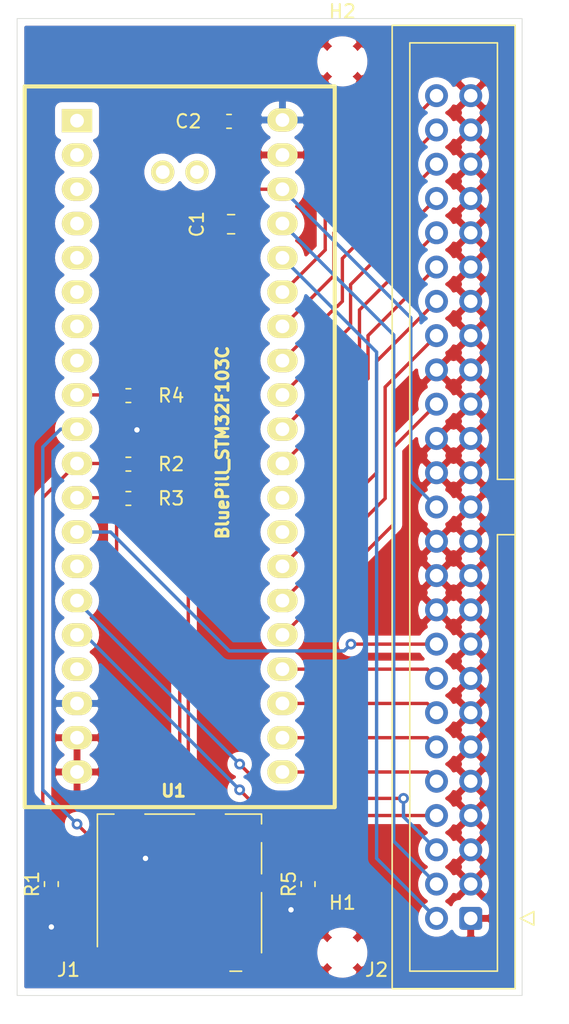
<source format=kicad_pcb>
(kicad_pcb (version 20171130) (host pcbnew 5.1.6+dfsg1-1)

  (general
    (thickness 1.6)
    (drawings 5)
    (tracks 132)
    (zones 0)
    (modules 12)
    (nets 42)
  )

  (page A4)
  (layers
    (0 F.Cu signal)
    (31 B.Cu signal)
    (32 B.Adhes user)
    (33 F.Adhes user)
    (34 B.Paste user)
    (35 F.Paste user)
    (36 B.SilkS user)
    (37 F.SilkS user)
    (38 B.Mask user)
    (39 F.Mask user)
    (40 Dwgs.User user)
    (41 Cmts.User user)
    (42 Eco1.User user)
    (43 Eco2.User user)
    (44 Edge.Cuts user)
    (45 Margin user)
    (46 B.CrtYd user)
    (47 F.CrtYd user)
    (48 B.Fab user)
    (49 F.Fab user)
  )

  (setup
    (last_trace_width 0.25)
    (trace_clearance 0.2)
    (zone_clearance 0.508)
    (zone_45_only no)
    (trace_min 0.2)
    (via_size 0.8)
    (via_drill 0.4)
    (via_min_size 0.4)
    (via_min_drill 0.3)
    (uvia_size 0.3)
    (uvia_drill 0.1)
    (uvias_allowed no)
    (uvia_min_size 0.2)
    (uvia_min_drill 0.1)
    (edge_width 0.05)
    (segment_width 0.2)
    (pcb_text_width 0.3)
    (pcb_text_size 1.5 1.5)
    (mod_edge_width 0.12)
    (mod_text_size 1 1)
    (mod_text_width 0.15)
    (pad_size 1.524 1.524)
    (pad_drill 0.762)
    (pad_to_mask_clearance 0.05)
    (aux_axis_origin 0 0)
    (grid_origin 108.585 147.955)
    (visible_elements FFFFFF7F)
    (pcbplotparams
      (layerselection 0x010fc_ffffffff)
      (usegerberextensions false)
      (usegerberattributes true)
      (usegerberadvancedattributes true)
      (creategerberjobfile true)
      (excludeedgelayer true)
      (linewidth 0.100000)
      (plotframeref false)
      (viasonmask false)
      (mode 1)
      (useauxorigin false)
      (hpglpennumber 1)
      (hpglpenspeed 20)
      (hpglpendiameter 15.000000)
      (psnegative false)
      (psa4output false)
      (plotreference true)
      (plotvalue true)
      (plotinvisibletext false)
      (padsonsilk false)
      (subtractmaskfromsilk false)
      (outputformat 1)
      (mirror false)
      (drillshape 1)
      (scaleselection 1)
      (outputdirectory ""))
  )

  (net 0 "")
  (net 1 /SD_MISO)
  (net 2 GND)
  (net 3 /SD_CLK)
  (net 4 +3V3)
  (net 5 /SD_MOSI)
  (net 6 "Net-(J1-Pad8)")
  (net 7 /SD_CS)
  (net 8 /SCSI_IO)
  (net 9 /SCSI_REQ)
  (net 10 /SCSI_CD)
  (net 11 /SCSI_SEL)
  (net 12 /SCSI_RST)
  (net 13 /SCSI_ACK)
  (net 14 /SCSI_BSY)
  (net 15 /SCSI_ATN)
  (net 16 +5V)
  (net 17 /SCSI_MSG)
  (net 18 /SCSI_DBP)
  (net 19 /SCSI_DAT7)
  (net 20 /SCSI_DAT6)
  (net 21 /SCSI_DAT5)
  (net 22 /SCSI_DAT4)
  (net 23 /SCSI_DAT3)
  (net 24 /SCSI_DAT2)
  (net 25 /SCSI_DAT1)
  (net 26 /SCSI_DAT0)
  (net 27 "Net-(U1-Pad42)")
  (net 28 "Net-(U1-Pad41)")
  (net 29 "Net-(U1-Pad29)")
  (net 30 "Net-(U1-Pad28)")
  (net 31 "Net-(U1-Pad17)")
  (net 32 "Net-(U1-Pad14)")
  (net 33 "Net-(U1-Pad8)")
  (net 34 "Net-(U1-Pad7)")
  (net 35 "Net-(U1-Pad4)")
  (net 36 "Net-(U1-Pad3)")
  (net 37 "Net-(U1-Pad2)")
  (net 38 "Net-(U1-Pad1)")
  (net 39 "Net-(J1-Pad1)")
  (net 40 "Net-(U1-Pad6)")
  (net 41 "Net-(U1-Pad5)")

  (net_class Default "This is the default net class."
    (clearance 0.2)
    (trace_width 0.25)
    (via_dia 0.8)
    (via_drill 0.4)
    (uvia_dia 0.3)
    (uvia_drill 0.1)
    (add_net +3V3)
    (add_net +5V)
    (add_net /SCSI_ACK)
    (add_net /SCSI_ATN)
    (add_net /SCSI_BSY)
    (add_net /SCSI_CD)
    (add_net /SCSI_DAT0)
    (add_net /SCSI_DAT1)
    (add_net /SCSI_DAT2)
    (add_net /SCSI_DAT3)
    (add_net /SCSI_DAT4)
    (add_net /SCSI_DAT5)
    (add_net /SCSI_DAT6)
    (add_net /SCSI_DAT7)
    (add_net /SCSI_DBP)
    (add_net /SCSI_IO)
    (add_net /SCSI_MSG)
    (add_net /SCSI_REQ)
    (add_net /SCSI_RST)
    (add_net /SCSI_SEL)
    (add_net /SD_CLK)
    (add_net /SD_CS)
    (add_net /SD_MISO)
    (add_net /SD_MOSI)
    (add_net GND)
    (add_net "Net-(J1-Pad1)")
    (add_net "Net-(J1-Pad8)")
    (add_net "Net-(U1-Pad1)")
    (add_net "Net-(U1-Pad14)")
    (add_net "Net-(U1-Pad17)")
    (add_net "Net-(U1-Pad2)")
    (add_net "Net-(U1-Pad28)")
    (add_net "Net-(U1-Pad29)")
    (add_net "Net-(U1-Pad3)")
    (add_net "Net-(U1-Pad4)")
    (add_net "Net-(U1-Pad41)")
    (add_net "Net-(U1-Pad42)")
    (add_net "Net-(U1-Pad5)")
    (add_net "Net-(U1-Pad6)")
    (add_net "Net-(U1-Pad7)")
    (add_net "Net-(U1-Pad8)")
  )

  (module MountingHole:MountingHole_2.7mm_M2.5 (layer F.Cu) (tedit 56D1B4CB) (tstamp 5F02C474)
    (at 95.25 78.74)
    (descr "Mounting Hole 2.7mm, no annular, M2.5")
    (tags "mounting hole 2.7mm no annular m2.5")
    (path /5F24EE25)
    (attr virtual)
    (fp_text reference H2 (at 0 -3.7) (layer F.SilkS)
      (effects (font (size 1 1) (thickness 0.15)))
    )
    (fp_text value MountingHole_Pad (at 0 3.7) (layer F.Fab)
      (effects (font (size 1 1) (thickness 0.15)))
    )
    (fp_circle (center 0 0) (end 2.95 0) (layer F.CrtYd) (width 0.05))
    (fp_circle (center 0 0) (end 2.7 0) (layer Cmts.User) (width 0.15))
    (fp_text user %R (at 0.3 0) (layer F.Fab)
      (effects (font (size 1 1) (thickness 0.15)))
    )
    (pad 1 np_thru_hole circle (at 0 0) (size 2.7 2.7) (drill 2.7) (layers *.Cu *.Mask)
      (net 2 GND))
  )

  (module MountingHole:MountingHole_2.7mm_M2.5 (layer F.Cu) (tedit 56D1B4CB) (tstamp 5F02C46C)
    (at 95.25 144.78)
    (descr "Mounting Hole 2.7mm, no annular, M2.5")
    (tags "mounting hole 2.7mm no annular m2.5")
    (path /5F24DEAF)
    (attr virtual)
    (fp_text reference H1 (at 0 -3.7) (layer F.SilkS)
      (effects (font (size 1 1) (thickness 0.15)))
    )
    (fp_text value MountingHole_Pad (at 0 3.7) (layer F.Fab)
      (effects (font (size 1 1) (thickness 0.15)))
    )
    (fp_circle (center 0 0) (end 2.95 0) (layer F.CrtYd) (width 0.05))
    (fp_circle (center 0 0) (end 2.7 0) (layer Cmts.User) (width 0.15))
    (fp_text user %R (at 0.3 0) (layer F.Fab)
      (effects (font (size 1 1) (thickness 0.15)))
    )
    (pad 1 np_thru_hole circle (at 0 0) (size 2.7 2.7) (drill 2.7) (layers *.Cu *.Mask)
      (net 2 GND))
  )

  (module blue:BluePill_STM32F103C (layer F.Cu) (tedit 59B4EF3F) (tstamp 5F02944B)
    (at 75.565 83.185)
    (descr "STM32F103C8 BluePill board")
    (path /5F01A526)
    (fp_text reference U1 (at 7.1628 49.6062 180) (layer F.SilkS)
      (effects (font (size 0.889 0.889) (thickness 0.3048)))
    )
    (fp_text value BluePill_STM32F103C (at 10.795 23.7998 90) (layer F.SilkS)
      (effects (font (size 0.889 0.889) (thickness 0.22225)))
    )
    (fp_line (start -3.88 -2.59) (end 19.12 -2.59) (layer F.SilkS) (width 0.3048))
    (fp_line (start -3.88 50.81) (end -3.88 -2.59) (layer F.SilkS) (width 0.3048))
    (fp_line (start 19.12 50.81) (end -3.88 50.81) (layer F.SilkS) (width 0.3048))
    (fp_line (start 19.12 -2.59) (end 19.12 50.81) (layer F.SilkS) (width 0.3048))
    (pad 42 thru_hole oval (at 6.36 3.7592 90) (size 1.7272 1.7272) (drill 1.016) (layers *.Cu *.Mask F.SilkS)
      (net 27 "Net-(U1-Pad42)"))
    (pad 41 thru_hole oval (at 8.9 3.7592 90) (size 1.7272 1.7272) (drill 1.016) (layers *.Cu *.Mask F.SilkS)
      (net 28 "Net-(U1-Pad41)"))
    (pad 40 thru_hole oval (at 15.24 -0.1016 90) (size 1.7272 2.25) (drill 1.016) (layers *.Cu *.Mask F.SilkS)
      (net 4 +3V3))
    (pad 39 thru_hole oval (at 15.24 2.4892 90) (size 1.7272 2.25) (drill 1.016) (layers *.Cu *.Mask F.SilkS)
      (net 2 GND))
    (pad 38 thru_hole oval (at 15.24 5.0292 90) (size 1.7272 2.25) (drill 1.016) (layers *.Cu *.Mask F.SilkS)
      (net 16 +5V))
    (pad 37 thru_hole oval (at 15.24 7.5692 90) (size 1.7272 2.25) (drill 1.016) (layers *.Cu *.Mask F.SilkS)
      (net 25 /SCSI_DAT1))
    (pad 36 thru_hole oval (at 15.24 10.1092 90) (size 1.7272 2.25) (drill 1.016) (layers *.Cu *.Mask F.SilkS)
      (net 26 /SCSI_DAT0))
    (pad 35 thru_hole oval (at 15.24 12.6492 90) (size 1.7272 2.25) (drill 1.016) (layers *.Cu *.Mask F.SilkS)
      (net 8 /SCSI_IO))
    (pad 34 thru_hole oval (at 15.24 15.1892 90) (size 1.7272 2.25) (drill 1.016) (layers *.Cu *.Mask F.SilkS)
      (net 9 /SCSI_REQ))
    (pad 33 thru_hole oval (at 15.24 17.7292 90) (size 1.7272 2.25) (drill 1.016) (layers *.Cu *.Mask F.SilkS)
      (net 10 /SCSI_CD))
    (pad 32 thru_hole oval (at 15.24 20.2692 90) (size 1.7272 2.25) (drill 1.016) (layers *.Cu *.Mask F.SilkS)
      (net 11 /SCSI_SEL))
    (pad 31 thru_hole oval (at 15.24 22.8092 90) (size 1.7272 2.25) (drill 1.016) (layers *.Cu *.Mask F.SilkS)
      (net 17 /SCSI_MSG))
    (pad 30 thru_hole oval (at 15.24 25.3492 90) (size 1.7272 2.25) (drill 1.016) (layers *.Cu *.Mask F.SilkS)
      (net 12 /SCSI_RST))
    (pad 29 thru_hole oval (at 15.24 27.8892 90) (size 1.7272 2.25) (drill 1.016) (layers *.Cu *.Mask F.SilkS)
      (net 29 "Net-(U1-Pad29)"))
    (pad 28 thru_hole oval (at 15.24 30.4292 90) (size 1.7272 2.25) (drill 1.016) (layers *.Cu *.Mask F.SilkS)
      (net 30 "Net-(U1-Pad28)"))
    (pad 27 thru_hole oval (at 15.24 32.9692 90) (size 1.7272 2.25) (drill 1.016) (layers *.Cu *.Mask F.SilkS)
      (net 13 /SCSI_ACK))
    (pad 26 thru_hole oval (at 15.24 35.5092 90) (size 1.7272 2.25) (drill 1.016) (layers *.Cu *.Mask F.SilkS)
      (net 14 /SCSI_BSY))
    (pad 25 thru_hole oval (at 15.24 38.0492 90) (size 1.7272 2.25) (drill 1.016) (layers *.Cu *.Mask F.SilkS)
      (net 15 /SCSI_ATN))
    (pad 24 thru_hole oval (at 15.24 40.5892 90) (size 1.7272 2.25) (drill 1.016) (layers *.Cu *.Mask F.SilkS)
      (net 19 /SCSI_DAT7))
    (pad 23 thru_hole oval (at 15.24 43.1292 90) (size 1.7272 2.25) (drill 1.016) (layers *.Cu *.Mask F.SilkS)
      (net 20 /SCSI_DAT6))
    (pad 22 thru_hole oval (at 15.24 45.6692 90) (size 1.7272 2.25) (drill 1.016) (layers *.Cu *.Mask F.SilkS)
      (net 21 /SCSI_DAT5))
    (pad 21 thru_hole oval (at 15.24 48.2092 90) (size 1.7272 2.25) (drill 1.016) (layers *.Cu *.Mask F.SilkS)
      (net 22 /SCSI_DAT4))
    (pad 20 thru_hole oval (at 0 48.2092 270) (size 1.7272 2.25) (drill 1.016) (layers *.Cu *.Mask F.SilkS)
      (net 2 GND))
    (pad 19 thru_hole oval (at 0 45.6692 270) (size 1.7272 2.25) (drill 1.016) (layers *.Cu *.Mask F.SilkS)
      (net 2 GND))
    (pad 18 thru_hole oval (at 0 43.1292 270) (size 1.7272 2.25) (drill 1.016) (layers *.Cu *.Mask F.SilkS)
      (net 4 +3V3))
    (pad 17 thru_hole oval (at 0 40.5892 270) (size 1.7272 2.25) (drill 1.016) (layers *.Cu *.Mask F.SilkS)
      (net 31 "Net-(U1-Pad17)"))
    (pad 16 thru_hole oval (at 0 38.0492 270) (size 1.7272 2.25) (drill 1.016) (layers *.Cu *.Mask F.SilkS)
      (net 23 /SCSI_DAT3))
    (pad 15 thru_hole oval (at 0 35.5092 270) (size 1.7272 2.25) (drill 1.016) (layers *.Cu *.Mask F.SilkS)
      (net 24 /SCSI_DAT2))
    (pad 14 thru_hole oval (at 0 32.9692 270) (size 1.7272 2.25) (drill 1.016) (layers *.Cu *.Mask F.SilkS)
      (net 32 "Net-(U1-Pad14)"))
    (pad 13 thru_hole oval (at 0 30.4292 270) (size 1.7272 2.25) (drill 1.016) (layers *.Cu *.Mask F.SilkS)
      (net 18 /SCSI_DBP))
    (pad 12 thru_hole oval (at 0 27.8892 270) (size 1.7272 2.25) (drill 1.016) (layers *.Cu *.Mask F.SilkS)
      (net 5 /SD_MOSI))
    (pad 11 thru_hole oval (at 0 25.3492 270) (size 1.7272 2.25) (drill 1.016) (layers *.Cu *.Mask F.SilkS)
      (net 1 /SD_MISO))
    (pad 10 thru_hole oval (at 0 22.8092 270) (size 1.7272 2.25) (drill 1.016) (layers *.Cu *.Mask F.SilkS)
      (net 3 /SD_CLK))
    (pad 9 thru_hole oval (at 0 20.2692 270) (size 1.7272 2.25) (drill 1.016) (layers *.Cu *.Mask F.SilkS)
      (net 7 /SD_CS))
    (pad 8 thru_hole oval (at 0 17.7292 270) (size 1.7272 2.25) (drill 1.016) (layers *.Cu *.Mask F.SilkS)
      (net 33 "Net-(U1-Pad8)"))
    (pad 7 thru_hole oval (at 0 15.1892 270) (size 1.7272 2.25) (drill 1.016) (layers *.Cu *.Mask F.SilkS)
      (net 34 "Net-(U1-Pad7)"))
    (pad 6 thru_hole oval (at 0 12.6492 270) (size 1.7272 2.25) (drill 1.016) (layers *.Cu *.Mask F.SilkS)
      (net 40 "Net-(U1-Pad6)"))
    (pad 5 thru_hole oval (at 0 10.1092 270) (size 1.7272 2.25) (drill 1.016) (layers *.Cu *.Mask F.SilkS)
      (net 41 "Net-(U1-Pad5)"))
    (pad 4 thru_hole oval (at 0 7.5692 270) (size 1.7272 2.25) (drill 1.016) (layers *.Cu *.Mask F.SilkS)
      (net 35 "Net-(U1-Pad4)"))
    (pad 3 thru_hole oval (at 0 5.0292 270) (size 1.7272 2.25) (drill 1.016) (layers *.Cu *.Mask F.SilkS)
      (net 36 "Net-(U1-Pad3)"))
    (pad 2 thru_hole oval (at 0 2.4892 270) (size 1.7272 2.25) (drill 1.016) (layers *.Cu *.Mask F.SilkS)
      (net 37 "Net-(U1-Pad2)"))
    (pad 1 thru_hole rect (at 0 -0.0508 270) (size 1.7272 2.25) (drill 1.016) (layers *.Cu *.Mask F.SilkS)
      (net 38 "Net-(U1-Pad1)"))
  )

  (module Resistor_SMD:R_0603_1608Metric_Pad1.05x0.95mm_HandSolder (layer F.Cu) (tedit 5B301BBD) (tstamp 5F029419)
    (at 92.71 139.7 90)
    (descr "Resistor SMD 0603 (1608 Metric), square (rectangular) end terminal, IPC_7351 nominal with elongated pad for handsoldering. (Body size source: http://www.tortai-tech.com/upload/download/2011102023233369053.pdf), generated with kicad-footprint-generator")
    (tags "resistor handsolder")
    (path /5F070024)
    (attr smd)
    (fp_text reference R5 (at 0 -1.43 90) (layer F.SilkS)
      (effects (font (size 1 1) (thickness 0.15)))
    )
    (fp_text value 47K (at 0 1.43 90) (layer F.Fab)
      (effects (font (size 1 1) (thickness 0.15)))
    )
    (fp_line (start 1.65 0.73) (end -1.65 0.73) (layer F.CrtYd) (width 0.05))
    (fp_line (start 1.65 -0.73) (end 1.65 0.73) (layer F.CrtYd) (width 0.05))
    (fp_line (start -1.65 -0.73) (end 1.65 -0.73) (layer F.CrtYd) (width 0.05))
    (fp_line (start -1.65 0.73) (end -1.65 -0.73) (layer F.CrtYd) (width 0.05))
    (fp_line (start -0.171267 0.51) (end 0.171267 0.51) (layer F.SilkS) (width 0.12))
    (fp_line (start -0.171267 -0.51) (end 0.171267 -0.51) (layer F.SilkS) (width 0.12))
    (fp_line (start 0.8 0.4) (end -0.8 0.4) (layer F.Fab) (width 0.1))
    (fp_line (start 0.8 -0.4) (end 0.8 0.4) (layer F.Fab) (width 0.1))
    (fp_line (start -0.8 -0.4) (end 0.8 -0.4) (layer F.Fab) (width 0.1))
    (fp_line (start -0.8 0.4) (end -0.8 -0.4) (layer F.Fab) (width 0.1))
    (fp_text user %R (at 0 0 90) (layer F.Fab)
      (effects (font (size 0.4 0.4) (thickness 0.06)))
    )
    (pad 2 smd roundrect (at 0.875 0 90) (size 1.05 0.95) (layers F.Cu F.Paste F.Mask) (roundrect_rratio 0.25)
      (net 39 "Net-(J1-Pad1)"))
    (pad 1 smd roundrect (at -0.875 0 90) (size 1.05 0.95) (layers F.Cu F.Paste F.Mask) (roundrect_rratio 0.25)
      (net 4 +3V3))
    (model ${KISYS3DMOD}/Resistor_SMD.3dshapes/R_0603_1608Metric.wrl
      (at (xyz 0 0 0))
      (scale (xyz 1 1 1))
      (rotate (xyz 0 0 0))
    )
  )

  (module Resistor_SMD:R_0603_1608Metric_Pad1.05x0.95mm_HandSolder (layer F.Cu) (tedit 5B301BBD) (tstamp 5F029408)
    (at 79.375 103.505 180)
    (descr "Resistor SMD 0603 (1608 Metric), square (rectangular) end terminal, IPC_7351 nominal with elongated pad for handsoldering. (Body size source: http://www.tortai-tech.com/upload/download/2011102023233369053.pdf), generated with kicad-footprint-generator")
    (tags "resistor handsolder")
    (path /5F070D37)
    (attr smd)
    (fp_text reference R4 (at -3.175 0) (layer F.SilkS)
      (effects (font (size 1 1) (thickness 0.15)))
    )
    (fp_text value 47K (at 0 1.43) (layer F.Fab)
      (effects (font (size 1 1) (thickness 0.15)))
    )
    (fp_line (start 1.65 0.73) (end -1.65 0.73) (layer F.CrtYd) (width 0.05))
    (fp_line (start 1.65 -0.73) (end 1.65 0.73) (layer F.CrtYd) (width 0.05))
    (fp_line (start -1.65 -0.73) (end 1.65 -0.73) (layer F.CrtYd) (width 0.05))
    (fp_line (start -1.65 0.73) (end -1.65 -0.73) (layer F.CrtYd) (width 0.05))
    (fp_line (start -0.171267 0.51) (end 0.171267 0.51) (layer F.SilkS) (width 0.12))
    (fp_line (start -0.171267 -0.51) (end 0.171267 -0.51) (layer F.SilkS) (width 0.12))
    (fp_line (start 0.8 0.4) (end -0.8 0.4) (layer F.Fab) (width 0.1))
    (fp_line (start 0.8 -0.4) (end 0.8 0.4) (layer F.Fab) (width 0.1))
    (fp_line (start -0.8 -0.4) (end 0.8 -0.4) (layer F.Fab) (width 0.1))
    (fp_line (start -0.8 0.4) (end -0.8 -0.4) (layer F.Fab) (width 0.1))
    (fp_text user %R (at 0 0) (layer F.Fab)
      (effects (font (size 0.4 0.4) (thickness 0.06)))
    )
    (pad 2 smd roundrect (at 0.875 0 180) (size 1.05 0.95) (layers F.Cu F.Paste F.Mask) (roundrect_rratio 0.25)
      (net 7 /SD_CS))
    (pad 1 smd roundrect (at -0.875 0 180) (size 1.05 0.95) (layers F.Cu F.Paste F.Mask) (roundrect_rratio 0.25)
      (net 4 +3V3))
    (model ${KISYS3DMOD}/Resistor_SMD.3dshapes/R_0603_1608Metric.wrl
      (at (xyz 0 0 0))
      (scale (xyz 1 1 1))
      (rotate (xyz 0 0 0))
    )
  )

  (module Resistor_SMD:R_0603_1608Metric_Pad1.05x0.95mm_HandSolder (layer F.Cu) (tedit 5B301BBD) (tstamp 5F0293F7)
    (at 79.375 111.125 180)
    (descr "Resistor SMD 0603 (1608 Metric), square (rectangular) end terminal, IPC_7351 nominal with elongated pad for handsoldering. (Body size source: http://www.tortai-tech.com/upload/download/2011102023233369053.pdf), generated with kicad-footprint-generator")
    (tags "resistor handsolder")
    (path /5F0738D3)
    (attr smd)
    (fp_text reference R3 (at -3.175 0) (layer F.SilkS)
      (effects (font (size 1 1) (thickness 0.15)))
    )
    (fp_text value 47K (at 0 1.43) (layer F.Fab)
      (effects (font (size 1 1) (thickness 0.15)))
    )
    (fp_line (start 1.65 0.73) (end -1.65 0.73) (layer F.CrtYd) (width 0.05))
    (fp_line (start 1.65 -0.73) (end 1.65 0.73) (layer F.CrtYd) (width 0.05))
    (fp_line (start -1.65 -0.73) (end 1.65 -0.73) (layer F.CrtYd) (width 0.05))
    (fp_line (start -1.65 0.73) (end -1.65 -0.73) (layer F.CrtYd) (width 0.05))
    (fp_line (start -0.171267 0.51) (end 0.171267 0.51) (layer F.SilkS) (width 0.12))
    (fp_line (start -0.171267 -0.51) (end 0.171267 -0.51) (layer F.SilkS) (width 0.12))
    (fp_line (start 0.8 0.4) (end -0.8 0.4) (layer F.Fab) (width 0.1))
    (fp_line (start 0.8 -0.4) (end 0.8 0.4) (layer F.Fab) (width 0.1))
    (fp_line (start -0.8 -0.4) (end 0.8 -0.4) (layer F.Fab) (width 0.1))
    (fp_line (start -0.8 0.4) (end -0.8 -0.4) (layer F.Fab) (width 0.1))
    (fp_text user %R (at 0 0) (layer F.Fab)
      (effects (font (size 0.4 0.4) (thickness 0.06)))
    )
    (pad 2 smd roundrect (at 0.875 0 180) (size 1.05 0.95) (layers F.Cu F.Paste F.Mask) (roundrect_rratio 0.25)
      (net 5 /SD_MOSI))
    (pad 1 smd roundrect (at -0.875 0 180) (size 1.05 0.95) (layers F.Cu F.Paste F.Mask) (roundrect_rratio 0.25)
      (net 4 +3V3))
    (model ${KISYS3DMOD}/Resistor_SMD.3dshapes/R_0603_1608Metric.wrl
      (at (xyz 0 0 0))
      (scale (xyz 1 1 1))
      (rotate (xyz 0 0 0))
    )
  )

  (module Resistor_SMD:R_0603_1608Metric_Pad1.05x0.95mm_HandSolder (layer F.Cu) (tedit 5B301BBD) (tstamp 5F0293E6)
    (at 79.375 108.585 180)
    (descr "Resistor SMD 0603 (1608 Metric), square (rectangular) end terminal, IPC_7351 nominal with elongated pad for handsoldering. (Body size source: http://www.tortai-tech.com/upload/download/2011102023233369053.pdf), generated with kicad-footprint-generator")
    (tags "resistor handsolder")
    (path /5F073E11)
    (attr smd)
    (fp_text reference R2 (at -3.175 0) (layer F.SilkS)
      (effects (font (size 1 1) (thickness 0.15)))
    )
    (fp_text value 47K (at 0 1.43) (layer F.Fab)
      (effects (font (size 1 1) (thickness 0.15)))
    )
    (fp_line (start 1.65 0.73) (end -1.65 0.73) (layer F.CrtYd) (width 0.05))
    (fp_line (start 1.65 -0.73) (end 1.65 0.73) (layer F.CrtYd) (width 0.05))
    (fp_line (start -1.65 -0.73) (end 1.65 -0.73) (layer F.CrtYd) (width 0.05))
    (fp_line (start -1.65 0.73) (end -1.65 -0.73) (layer F.CrtYd) (width 0.05))
    (fp_line (start -0.171267 0.51) (end 0.171267 0.51) (layer F.SilkS) (width 0.12))
    (fp_line (start -0.171267 -0.51) (end 0.171267 -0.51) (layer F.SilkS) (width 0.12))
    (fp_line (start 0.8 0.4) (end -0.8 0.4) (layer F.Fab) (width 0.1))
    (fp_line (start 0.8 -0.4) (end 0.8 0.4) (layer F.Fab) (width 0.1))
    (fp_line (start -0.8 -0.4) (end 0.8 -0.4) (layer F.Fab) (width 0.1))
    (fp_line (start -0.8 0.4) (end -0.8 -0.4) (layer F.Fab) (width 0.1))
    (fp_text user %R (at 0 0) (layer F.Fab)
      (effects (font (size 0.4 0.4) (thickness 0.06)))
    )
    (pad 2 smd roundrect (at 0.875 0 180) (size 1.05 0.95) (layers F.Cu F.Paste F.Mask) (roundrect_rratio 0.25)
      (net 1 /SD_MISO))
    (pad 1 smd roundrect (at -0.875 0 180) (size 1.05 0.95) (layers F.Cu F.Paste F.Mask) (roundrect_rratio 0.25)
      (net 4 +3V3))
    (model ${KISYS3DMOD}/Resistor_SMD.3dshapes/R_0603_1608Metric.wrl
      (at (xyz 0 0 0))
      (scale (xyz 1 1 1))
      (rotate (xyz 0 0 0))
    )
  )

  (module Resistor_SMD:R_0603_1608Metric_Pad1.05x0.95mm_HandSolder (layer F.Cu) (tedit 5B301BBD) (tstamp 5F0293D5)
    (at 73.66 139.7 90)
    (descr "Resistor SMD 0603 (1608 Metric), square (rectangular) end terminal, IPC_7351 nominal with elongated pad for handsoldering. (Body size source: http://www.tortai-tech.com/upload/download/2011102023233369053.pdf), generated with kicad-footprint-generator")
    (tags "resistor handsolder")
    (path /5F074251)
    (attr smd)
    (fp_text reference R1 (at 0 -1.43 90) (layer F.SilkS)
      (effects (font (size 1 1) (thickness 0.15)))
    )
    (fp_text value 47K (at 0 1.43 90) (layer F.Fab)
      (effects (font (size 1 1) (thickness 0.15)))
    )
    (fp_line (start 1.65 0.73) (end -1.65 0.73) (layer F.CrtYd) (width 0.05))
    (fp_line (start 1.65 -0.73) (end 1.65 0.73) (layer F.CrtYd) (width 0.05))
    (fp_line (start -1.65 -0.73) (end 1.65 -0.73) (layer F.CrtYd) (width 0.05))
    (fp_line (start -1.65 0.73) (end -1.65 -0.73) (layer F.CrtYd) (width 0.05))
    (fp_line (start -0.171267 0.51) (end 0.171267 0.51) (layer F.SilkS) (width 0.12))
    (fp_line (start -0.171267 -0.51) (end 0.171267 -0.51) (layer F.SilkS) (width 0.12))
    (fp_line (start 0.8 0.4) (end -0.8 0.4) (layer F.Fab) (width 0.1))
    (fp_line (start 0.8 -0.4) (end 0.8 0.4) (layer F.Fab) (width 0.1))
    (fp_line (start -0.8 -0.4) (end 0.8 -0.4) (layer F.Fab) (width 0.1))
    (fp_line (start -0.8 0.4) (end -0.8 -0.4) (layer F.Fab) (width 0.1))
    (fp_text user %R (at 0 0 90) (layer F.Fab)
      (effects (font (size 0.4 0.4) (thickness 0.06)))
    )
    (pad 2 smd roundrect (at 0.875 0 90) (size 1.05 0.95) (layers F.Cu F.Paste F.Mask) (roundrect_rratio 0.25)
      (net 6 "Net-(J1-Pad8)"))
    (pad 1 smd roundrect (at -0.875 0 90) (size 1.05 0.95) (layers F.Cu F.Paste F.Mask) (roundrect_rratio 0.25)
      (net 4 +3V3))
    (model ${KISYS3DMOD}/Resistor_SMD.3dshapes/R_0603_1608Metric.wrl
      (at (xyz 0 0 0))
      (scale (xyz 1 1 1))
      (rotate (xyz 0 0 0))
    )
  )

  (module Connector_IDC:IDC-Header_2x25_P2.54mm_Vertical (layer F.Cu) (tedit 5EAC9A07) (tstamp 5F0293C4)
    (at 104.775 142.24 180)
    (descr "Through hole IDC box header, 2x25, 2.54mm pitch, DIN 41651 / IEC 60603-13, double rows, https://docs.google.com/spreadsheets/d/16SsEcesNF15N3Lb4niX7dcUr-NY5_MFPQhobNuNppn4/edit#gid=0")
    (tags "Through hole vertical IDC box header THT 2x25 2.54mm double row")
    (path /5F0261A7)
    (fp_text reference J2 (at 6.985 -3.81) (layer F.SilkS)
      (effects (font (size 1 1) (thickness 0.15)))
    )
    (fp_text value Conn_02x25_Odd_Even (at 1.27 67.06) (layer F.Fab)
      (effects (font (size 1 1) (thickness 0.15)))
    )
    (fp_line (start 6.22 -5.6) (end -3.68 -5.6) (layer F.CrtYd) (width 0.05))
    (fp_line (start 6.22 66.56) (end 6.22 -5.6) (layer F.CrtYd) (width 0.05))
    (fp_line (start -3.68 66.56) (end 6.22 66.56) (layer F.CrtYd) (width 0.05))
    (fp_line (start -3.68 -5.6) (end -3.68 66.56) (layer F.CrtYd) (width 0.05))
    (fp_line (start -4.68 0.5) (end -3.68 0) (layer F.SilkS) (width 0.12))
    (fp_line (start -4.68 -0.5) (end -4.68 0.5) (layer F.SilkS) (width 0.12))
    (fp_line (start -3.68 0) (end -4.68 -0.5) (layer F.SilkS) (width 0.12))
    (fp_line (start -1.98 32.53) (end -3.29 32.53) (layer F.SilkS) (width 0.12))
    (fp_line (start -1.98 32.53) (end -1.98 32.53) (layer F.SilkS) (width 0.12))
    (fp_line (start -1.98 64.87) (end -1.98 32.53) (layer F.SilkS) (width 0.12))
    (fp_line (start 4.52 64.87) (end -1.98 64.87) (layer F.SilkS) (width 0.12))
    (fp_line (start 4.52 -3.91) (end 4.52 64.87) (layer F.SilkS) (width 0.12))
    (fp_line (start -1.98 -3.91) (end 4.52 -3.91) (layer F.SilkS) (width 0.12))
    (fp_line (start -1.98 28.43) (end -1.98 -3.91) (layer F.SilkS) (width 0.12))
    (fp_line (start -3.29 28.43) (end -1.98 28.43) (layer F.SilkS) (width 0.12))
    (fp_line (start -3.29 66.17) (end -3.29 -5.21) (layer F.SilkS) (width 0.12))
    (fp_line (start 5.83 66.17) (end -3.29 66.17) (layer F.SilkS) (width 0.12))
    (fp_line (start 5.83 -5.21) (end 5.83 66.17) (layer F.SilkS) (width 0.12))
    (fp_line (start -3.29 -5.21) (end 5.83 -5.21) (layer F.SilkS) (width 0.12))
    (fp_line (start -1.98 32.53) (end -3.18 32.53) (layer F.Fab) (width 0.1))
    (fp_line (start -1.98 32.53) (end -1.98 32.53) (layer F.Fab) (width 0.1))
    (fp_line (start -1.98 64.87) (end -1.98 32.53) (layer F.Fab) (width 0.1))
    (fp_line (start 4.52 64.87) (end -1.98 64.87) (layer F.Fab) (width 0.1))
    (fp_line (start 4.52 -3.91) (end 4.52 64.87) (layer F.Fab) (width 0.1))
    (fp_line (start -1.98 -3.91) (end 4.52 -3.91) (layer F.Fab) (width 0.1))
    (fp_line (start -1.98 28.43) (end -1.98 -3.91) (layer F.Fab) (width 0.1))
    (fp_line (start -3.18 28.43) (end -1.98 28.43) (layer F.Fab) (width 0.1))
    (fp_line (start -3.18 66.06) (end -3.18 -4.1) (layer F.Fab) (width 0.1))
    (fp_line (start 5.72 66.06) (end -3.18 66.06) (layer F.Fab) (width 0.1))
    (fp_line (start 5.72 -5.1) (end 5.72 66.06) (layer F.Fab) (width 0.1))
    (fp_line (start -2.18 -5.1) (end 5.72 -5.1) (layer F.Fab) (width 0.1))
    (fp_line (start -3.18 -4.1) (end -2.18 -5.1) (layer F.Fab) (width 0.1))
    (fp_text user %R (at 1.27 30.48 90) (layer F.Fab)
      (effects (font (size 1 1) (thickness 0.15)))
    )
    (pad 50 thru_hole circle (at 2.54 60.96 180) (size 1.7 1.7) (drill 1) (layers *.Cu *.Mask)
      (net 8 /SCSI_IO))
    (pad 48 thru_hole circle (at 2.54 58.42 180) (size 1.7 1.7) (drill 1) (layers *.Cu *.Mask)
      (net 9 /SCSI_REQ))
    (pad 46 thru_hole circle (at 2.54 55.88 180) (size 1.7 1.7) (drill 1) (layers *.Cu *.Mask)
      (net 10 /SCSI_CD))
    (pad 44 thru_hole circle (at 2.54 53.34 180) (size 1.7 1.7) (drill 1) (layers *.Cu *.Mask)
      (net 11 /SCSI_SEL))
    (pad 42 thru_hole circle (at 2.54 50.8 180) (size 1.7 1.7) (drill 1) (layers *.Cu *.Mask)
      (net 17 /SCSI_MSG))
    (pad 40 thru_hole circle (at 2.54 48.26 180) (size 1.7 1.7) (drill 1) (layers *.Cu *.Mask)
      (net 12 /SCSI_RST))
    (pad 38 thru_hole circle (at 2.54 45.72 180) (size 1.7 1.7) (drill 1) (layers *.Cu *.Mask)
      (net 13 /SCSI_ACK))
    (pad 36 thru_hole circle (at 2.54 43.18 180) (size 1.7 1.7) (drill 1) (layers *.Cu *.Mask)
      (net 14 /SCSI_BSY))
    (pad 34 thru_hole circle (at 2.54 40.64 180) (size 1.7 1.7) (drill 1) (layers *.Cu *.Mask)
      (net 2 GND))
    (pad 32 thru_hole circle (at 2.54 38.1 180) (size 1.7 1.7) (drill 1) (layers *.Cu *.Mask)
      (net 15 /SCSI_ATN))
    (pad 30 thru_hole circle (at 2.54 35.56 180) (size 1.7 1.7) (drill 1) (layers *.Cu *.Mask)
      (net 2 GND))
    (pad 28 thru_hole circle (at 2.54 33.02 180) (size 1.7 1.7) (drill 1) (layers *.Cu *.Mask)
      (net 2 GND))
    (pad 26 thru_hole circle (at 2.54 30.48 180) (size 1.7 1.7) (drill 1) (layers *.Cu *.Mask)
      (net 16 +5V))
    (pad 24 thru_hole circle (at 2.54 27.94 180) (size 1.7 1.7) (drill 1) (layers *.Cu *.Mask)
      (net 2 GND))
    (pad 22 thru_hole circle (at 2.54 25.4 180) (size 1.7 1.7) (drill 1) (layers *.Cu *.Mask)
      (net 2 GND))
    (pad 20 thru_hole circle (at 2.54 22.86 180) (size 1.7 1.7) (drill 1) (layers *.Cu *.Mask)
      (net 2 GND))
    (pad 18 thru_hole circle (at 2.54 20.32 180) (size 1.7 1.7) (drill 1) (layers *.Cu *.Mask)
      (net 18 /SCSI_DBP))
    (pad 16 thru_hole circle (at 2.54 17.78 180) (size 1.7 1.7) (drill 1) (layers *.Cu *.Mask)
      (net 19 /SCSI_DAT7))
    (pad 14 thru_hole circle (at 2.54 15.24 180) (size 1.7 1.7) (drill 1) (layers *.Cu *.Mask)
      (net 20 /SCSI_DAT6))
    (pad 12 thru_hole circle (at 2.54 12.7 180) (size 1.7 1.7) (drill 1) (layers *.Cu *.Mask)
      (net 21 /SCSI_DAT5))
    (pad 10 thru_hole circle (at 2.54 10.16 180) (size 1.7 1.7) (drill 1) (layers *.Cu *.Mask)
      (net 22 /SCSI_DAT4))
    (pad 8 thru_hole circle (at 2.54 7.62 180) (size 1.7 1.7) (drill 1) (layers *.Cu *.Mask)
      (net 23 /SCSI_DAT3))
    (pad 6 thru_hole circle (at 2.54 5.08 180) (size 1.7 1.7) (drill 1) (layers *.Cu *.Mask)
      (net 24 /SCSI_DAT2))
    (pad 4 thru_hole circle (at 2.54 2.54 180) (size 1.7 1.7) (drill 1) (layers *.Cu *.Mask)
      (net 25 /SCSI_DAT1))
    (pad 2 thru_hole circle (at 2.54 0 180) (size 1.7 1.7) (drill 1) (layers *.Cu *.Mask)
      (net 26 /SCSI_DAT0))
    (pad 49 thru_hole circle (at 0 60.96 180) (size 1.7 1.7) (drill 1) (layers *.Cu *.Mask)
      (net 2 GND))
    (pad 47 thru_hole circle (at 0 58.42 180) (size 1.7 1.7) (drill 1) (layers *.Cu *.Mask)
      (net 2 GND))
    (pad 45 thru_hole circle (at 0 55.88 180) (size 1.7 1.7) (drill 1) (layers *.Cu *.Mask)
      (net 2 GND))
    (pad 43 thru_hole circle (at 0 53.34 180) (size 1.7 1.7) (drill 1) (layers *.Cu *.Mask)
      (net 2 GND))
    (pad 41 thru_hole circle (at 0 50.8 180) (size 1.7 1.7) (drill 1) (layers *.Cu *.Mask)
      (net 2 GND))
    (pad 39 thru_hole circle (at 0 48.26 180) (size 1.7 1.7) (drill 1) (layers *.Cu *.Mask)
      (net 2 GND))
    (pad 37 thru_hole circle (at 0 45.72 180) (size 1.7 1.7) (drill 1) (layers *.Cu *.Mask)
      (net 2 GND))
    (pad 35 thru_hole circle (at 0 43.18 180) (size 1.7 1.7) (drill 1) (layers *.Cu *.Mask)
      (net 2 GND))
    (pad 33 thru_hole circle (at 0 40.64 180) (size 1.7 1.7) (drill 1) (layers *.Cu *.Mask)
      (net 2 GND))
    (pad 31 thru_hole circle (at 0 38.1 180) (size 1.7 1.7) (drill 1) (layers *.Cu *.Mask)
      (net 2 GND))
    (pad 29 thru_hole circle (at 0 35.56 180) (size 1.7 1.7) (drill 1) (layers *.Cu *.Mask)
      (net 2 GND))
    (pad 27 thru_hole circle (at 0 33.02 180) (size 1.7 1.7) (drill 1) (layers *.Cu *.Mask)
      (net 2 GND))
    (pad 25 thru_hole circle (at 0 30.48 180) (size 1.7 1.7) (drill 1) (layers *.Cu *.Mask)
      (net 2 GND))
    (pad 23 thru_hole circle (at 0 27.94 180) (size 1.7 1.7) (drill 1) (layers *.Cu *.Mask)
      (net 2 GND))
    (pad 21 thru_hole circle (at 0 25.4 180) (size 1.7 1.7) (drill 1) (layers *.Cu *.Mask)
      (net 2 GND))
    (pad 19 thru_hole circle (at 0 22.86 180) (size 1.7 1.7) (drill 1) (layers *.Cu *.Mask)
      (net 2 GND))
    (pad 17 thru_hole circle (at 0 20.32 180) (size 1.7 1.7) (drill 1) (layers *.Cu *.Mask)
      (net 2 GND))
    (pad 15 thru_hole circle (at 0 17.78 180) (size 1.7 1.7) (drill 1) (layers *.Cu *.Mask)
      (net 2 GND))
    (pad 13 thru_hole circle (at 0 15.24 180) (size 1.7 1.7) (drill 1) (layers *.Cu *.Mask)
      (net 2 GND))
    (pad 11 thru_hole circle (at 0 12.7 180) (size 1.7 1.7) (drill 1) (layers *.Cu *.Mask)
      (net 2 GND))
    (pad 9 thru_hole circle (at 0 10.16 180) (size 1.7 1.7) (drill 1) (layers *.Cu *.Mask)
      (net 2 GND))
    (pad 7 thru_hole circle (at 0 7.62 180) (size 1.7 1.7) (drill 1) (layers *.Cu *.Mask)
      (net 2 GND))
    (pad 5 thru_hole circle (at 0 5.08 180) (size 1.7 1.7) (drill 1) (layers *.Cu *.Mask)
      (net 2 GND))
    (pad 3 thru_hole circle (at 0 2.54 180) (size 1.7 1.7) (drill 1) (layers *.Cu *.Mask)
      (net 2 GND))
    (pad 1 thru_hole roundrect (at 0 0 180) (size 1.7 1.7) (drill 1) (layers *.Cu *.Mask) (roundrect_rratio 0.147059)
      (net 2 GND))
    (model ${KISYS3DMOD}/Connector_IDC.3dshapes/IDC-Header_2x25_P2.54mm_Vertical.wrl
      (at (xyz 0 0 0))
      (scale (xyz 1 1 1))
      (rotate (xyz 0 0 0))
    )
  )

  (module Connector_Card:microSD_HC_Molex_104031-0811 (layer F.Cu) (tedit 5D235007) (tstamp 5F02936D)
    (at 83.185 140.335 180)
    (descr "1.10mm Pitch microSD Memory Card Connector, Surface Mount, Push-Pull Type, 1.42mm Height, with Detect Switch (https://www.molex.com/pdm_docs/sd/1040310811_sd.pdf)")
    (tags "microSD SD molex")
    (path /5F0BA382)
    (attr smd)
    (fp_text reference J1 (at 8.255 -5.715) (layer F.SilkS)
      (effects (font (size 1 1) (thickness 0.15)))
    )
    (fp_text value Micro_SD_Card (at 0 7.39) (layer F.Fab)
      (effects (font (size 1 1) (thickness 0.15)))
    )
    (fp_line (start 6.84 -6.5) (end 6.84 6.55) (layer F.CrtYd) (width 0.05))
    (fp_line (start -6.84 -6.5) (end 6.84 -6.5) (layer F.CrtYd) (width 0.05))
    (fp_line (start -6.84 6.55) (end -6.84 -6.5) (layer F.CrtYd) (width 0.05))
    (fp_line (start 6.84 6.55) (end -6.84 6.55) (layer F.CrtYd) (width 0.05))
    (fp_line (start -5.405 -9.2) (end -5.405 -5.7) (layer F.Fab) (width 0.1))
    (fp_line (start 5.595 -5.7) (end 5.595 -9.2) (layer F.Fab) (width 0.1))
    (fp_line (start 5.995 5.7) (end 5.995 -5.7) (layer F.Fab) (width 0.1))
    (fp_line (start 5.995 -5.7) (end 5.21 -5.7) (layer F.Fab) (width 0.1))
    (fp_line (start -5.955 -5.7) (end -5.955 5.7) (layer F.Fab) (width 0.1))
    (fp_line (start 5.995 5.7) (end -5.955 5.7) (layer F.Fab) (width 0.1))
    (fp_line (start 4.4 -4.3) (end -3.26 -4.3) (layer F.Fab) (width 0.1))
    (fp_line (start -3.76 -4.8) (end -3.76 -5.2) (layer F.Fab) (width 0.1))
    (fp_line (start -5.955 -5.7) (end -4.26 -5.7) (layer F.Fab) (width 0.1))
    (fp_line (start 4.9 -5.4) (end 4.9 -4.8) (layer F.Fab) (width 0.1))
    (fp_line (start -4.905 -9.7) (end 5.095 -9.7) (layer F.Fab) (width 0.1))
    (fp_line (start -6.07 -4.45) (end -6.07 0) (layer F.SilkS) (width 0.12))
    (fp_line (start -6.07 1.4) (end -6.07 3.7) (layer F.SilkS) (width 0.12))
    (fp_line (start -6.07 5.1) (end -6.07 5.82) (layer F.SilkS) (width 0.12))
    (fp_line (start -6.07 5.82) (end -3.39 5.82) (layer F.SilkS) (width 0.12))
    (fp_line (start -1.09 5.82) (end 2.58 5.82) (layer F.SilkS) (width 0.12))
    (fp_line (start 4.88 5.82) (end 6.11 5.82) (layer F.SilkS) (width 0.12))
    (fp_line (start 6.11 5.82) (end 6.11 -4) (layer F.SilkS) (width 0.12))
    (fp_line (start -4.59 -5.82) (end -3.73 -5.82) (layer F.SilkS) (width 0.12))
    (fp_arc (start -4.905 -9.2) (end -4.905 -9.7) (angle -90) (layer F.Fab) (width 0.1))
    (fp_arc (start 5.095 -9.2) (end 5.595 -9.2) (angle -90) (layer F.Fab) (width 0.1))
    (fp_arc (start 5.2 -5.4) (end 5.2 -5.7) (angle -90) (layer F.Fab) (width 0.1))
    (fp_arc (start 4.4 -4.8) (end 4.4 -4.3) (angle -90) (layer F.Fab) (width 0.1))
    (fp_arc (start -3.26 -4.8) (end -3.26 -4.3) (angle 90) (layer F.Fab) (width 0.1))
    (fp_arc (start -4.26 -5.2) (end -3.76 -5.2) (angle -90) (layer F.Fab) (width 0.1))
    (fp_text user %R (at 0 0) (layer F.Fab)
      (effects (font (size 1 1) (thickness 0.15)))
    )
    (pad 11 smd rect (at 3.73 5.375 180) (size 1.9 1.35) (layers F.Cu F.Paste F.Mask))
    (pad 11 smd rect (at -2.24 5.375 180) (size 1.9 1.35) (layers F.Cu F.Paste F.Mask))
    (pad 9 smd rect (at -5.74 0.7 180) (size 1.2 1) (layers F.Cu F.Paste F.Mask)
      (net 2 GND))
    (pad 10 smd rect (at -5.74 4.4 180) (size 1.2 1) (layers F.Cu F.Paste F.Mask))
    (pad 11 smd rect (at -5.565 -5.325 180) (size 1.55 1.35) (layers F.Cu F.Paste F.Mask))
    (pad 11 smd rect (at 5.755 -5.1 180) (size 1.17 1.8) (layers F.Cu F.Paste F.Mask))
    (pad 7 smd rect (at 3.495 -5.45 180) (size 0.85 1.1) (layers F.Cu F.Paste F.Mask)
      (net 1 /SD_MISO))
    (pad 6 smd rect (at 2.395 -5.45 180) (size 0.85 1.1) (layers F.Cu F.Paste F.Mask)
      (net 2 GND))
    (pad 5 smd rect (at 1.295 -5.45 180) (size 0.85 1.1) (layers F.Cu F.Paste F.Mask)
      (net 3 /SD_CLK))
    (pad 4 smd rect (at 0.195 -5.45 180) (size 0.85 1.1) (layers F.Cu F.Paste F.Mask)
      (net 4 +3V3))
    (pad 3 smd rect (at -0.905 -5.45 180) (size 0.85 1.1) (layers F.Cu F.Paste F.Mask)
      (net 5 /SD_MOSI))
    (pad 2 smd rect (at -2.005 -5.45 180) (size 0.85 1.1) (layers F.Cu F.Paste F.Mask)
      (net 7 /SD_CS))
    (pad 8 smd rect (at 4.545 -5.45 180) (size 0.75 1.1) (layers F.Cu F.Paste F.Mask)
      (net 6 "Net-(J1-Pad8)"))
    (pad 1 smd rect (at -3.105 -5.45 180) (size 0.85 1.1) (layers F.Cu F.Paste F.Mask)
      (net 39 "Net-(J1-Pad1)"))
    (model ${KISYS3DMOD}/Connector_Card.3dshapes/microSD_HC_Molex_104031-0811.wrl
      (at (xyz 0 0 0))
      (scale (xyz 1 1 1))
      (rotate (xyz 0 0 0))
    )
  )

  (module Capacitor_SMD:C_0603_1608Metric (layer F.Cu) (tedit 5B301BBE) (tstamp 5F02933D)
    (at 86.8425 83.185 180)
    (descr "Capacitor SMD 0603 (1608 Metric), square (rectangular) end terminal, IPC_7351 nominal, (Body size source: http://www.tortai-tech.com/upload/download/2011102023233369053.pdf), generated with kicad-footprint-generator")
    (tags capacitor)
    (path /5F1F6008)
    (attr smd)
    (fp_text reference C2 (at 3.0225 0) (layer F.SilkS)
      (effects (font (size 1 1) (thickness 0.15)))
    )
    (fp_text value 100nF (at 0 1.43) (layer F.Fab)
      (effects (font (size 1 1) (thickness 0.15)))
    )
    (fp_line (start 1.48 0.73) (end -1.48 0.73) (layer F.CrtYd) (width 0.05))
    (fp_line (start 1.48 -0.73) (end 1.48 0.73) (layer F.CrtYd) (width 0.05))
    (fp_line (start -1.48 -0.73) (end 1.48 -0.73) (layer F.CrtYd) (width 0.05))
    (fp_line (start -1.48 0.73) (end -1.48 -0.73) (layer F.CrtYd) (width 0.05))
    (fp_line (start -0.162779 0.51) (end 0.162779 0.51) (layer F.SilkS) (width 0.12))
    (fp_line (start -0.162779 -0.51) (end 0.162779 -0.51) (layer F.SilkS) (width 0.12))
    (fp_line (start 0.8 0.4) (end -0.8 0.4) (layer F.Fab) (width 0.1))
    (fp_line (start 0.8 -0.4) (end 0.8 0.4) (layer F.Fab) (width 0.1))
    (fp_line (start -0.8 -0.4) (end 0.8 -0.4) (layer F.Fab) (width 0.1))
    (fp_line (start -0.8 0.4) (end -0.8 -0.4) (layer F.Fab) (width 0.1))
    (fp_text user %R (at 0 0) (layer F.Fab)
      (effects (font (size 0.4 0.4) (thickness 0.06)))
    )
    (pad 2 smd roundrect (at 0.7875 0 180) (size 0.875 0.95) (layers F.Cu F.Paste F.Mask) (roundrect_rratio 0.25)
      (net 2 GND))
    (pad 1 smd roundrect (at -0.7875 0 180) (size 0.875 0.95) (layers F.Cu F.Paste F.Mask) (roundrect_rratio 0.25)
      (net 4 +3V3))
    (model ${KISYS3DMOD}/Capacitor_SMD.3dshapes/C_0603_1608Metric.wrl
      (at (xyz 0 0 0))
      (scale (xyz 1 1 1))
      (rotate (xyz 0 0 0))
    )
  )

  (module Capacitor_SMD:C_0805_2012Metric (layer F.Cu) (tedit 5B36C52B) (tstamp 5F02932C)
    (at 86.995 90.805 180)
    (descr "Capacitor SMD 0805 (2012 Metric), square (rectangular) end terminal, IPC_7351 nominal, (Body size source: https://docs.google.com/spreadsheets/d/1BsfQQcO9C6DZCsRaXUlFlo91Tg2WpOkGARC1WS5S8t0/edit?usp=sharing), generated with kicad-footprint-generator")
    (tags capacitor)
    (path /5F1F5B0E)
    (attr smd)
    (fp_text reference C1 (at 2.54 0 270) (layer F.SilkS)
      (effects (font (size 1 1) (thickness 0.15)))
    )
    (fp_text value 10uF (at 0 1.65) (layer F.Fab)
      (effects (font (size 1 1) (thickness 0.15)))
    )
    (fp_line (start 1.68 0.95) (end -1.68 0.95) (layer F.CrtYd) (width 0.05))
    (fp_line (start 1.68 -0.95) (end 1.68 0.95) (layer F.CrtYd) (width 0.05))
    (fp_line (start -1.68 -0.95) (end 1.68 -0.95) (layer F.CrtYd) (width 0.05))
    (fp_line (start -1.68 0.95) (end -1.68 -0.95) (layer F.CrtYd) (width 0.05))
    (fp_line (start -0.258578 0.71) (end 0.258578 0.71) (layer F.SilkS) (width 0.12))
    (fp_line (start -0.258578 -0.71) (end 0.258578 -0.71) (layer F.SilkS) (width 0.12))
    (fp_line (start 1 0.6) (end -1 0.6) (layer F.Fab) (width 0.1))
    (fp_line (start 1 -0.6) (end 1 0.6) (layer F.Fab) (width 0.1))
    (fp_line (start -1 -0.6) (end 1 -0.6) (layer F.Fab) (width 0.1))
    (fp_line (start -1 0.6) (end -1 -0.6) (layer F.Fab) (width 0.1))
    (fp_text user %R (at 0 0) (layer F.Fab)
      (effects (font (size 0.5 0.5) (thickness 0.08)))
    )
    (pad 2 smd roundrect (at 0.9375 0 180) (size 0.975 1.4) (layers F.Cu F.Paste F.Mask) (roundrect_rratio 0.25)
      (net 2 GND))
    (pad 1 smd roundrect (at -0.9375 0 180) (size 0.975 1.4) (layers F.Cu F.Paste F.Mask) (roundrect_rratio 0.25)
      (net 16 +5V))
    (model ${KISYS3DMOD}/Capacitor_SMD.3dshapes/C_0805_2012Metric.wrl
      (at (xyz 0 0 0))
      (scale (xyz 1 1 1))
      (rotate (xyz 0 0 0))
    )
  )

  (gr_line (start 108.585 75.565) (end 108.585 147.955) (layer Edge.Cuts) (width 0.05) (tstamp 5F02E1D1))
  (gr_line (start 71.12 75.565) (end 108.585 75.565) (layer Edge.Cuts) (width 0.05))
  (gr_line (start 71.12 147.955) (end 71.12 75.565) (layer Edge.Cuts) (width 0.05))
  (gr_line (start 108.585 147.955) (end 71.12 147.955) (layer Edge.Cuts) (width 0.05))
  (gr_text "BluePill SCSI 1.0" (at 82.55 78.105) (layer F.Cu)
    (effects (font (size 1.5 1.5) (thickness 0.3)))
  )

  (segment (start 78.4492 108.5342) (end 78.5 108.585) (width 0.25) (layer F.Cu) (net 1) (status 30))
  (segment (start 75.565 108.5342) (end 78.4492 108.5342) (width 0.25) (layer F.Cu) (net 1) (status 30))
  (segment (start 79.69 141.92) (end 79.69 145.785) (width 0.25) (layer F.Cu) (net 1))
  (segment (start 73.025 135.255) (end 79.69 141.92) (width 0.25) (layer F.Cu) (net 1))
  (segment (start 73.025 111.0742) (end 73.025 135.255) (width 0.25) (layer F.Cu) (net 1))
  (segment (start 75.565 108.5342) (end 73.025 111.0742) (width 0.25) (layer F.Cu) (net 1))
  (segment (start 75.565 105.9942) (end 74.3458 105.9942) (width 0.25) (layer B.Cu) (net 3) (status 10))
  (segment (start 74.3458 105.9942) (end 73.025 107.315) (width 0.25) (layer B.Cu) (net 3))
  (segment (start 73.025 107.315) (end 73.025 132.715) (width 0.25) (layer B.Cu) (net 3))
  (via (at 75.565 135.255) (size 0.8) (drill 0.4) (layers F.Cu B.Cu) (net 3))
  (segment (start 73.025 132.715) (end 75.565 135.255) (width 0.25) (layer B.Cu) (net 3))
  (segment (start 81.89 141.58) (end 81.89 145.785) (width 0.25) (layer F.Cu) (net 3))
  (segment (start 75.565 135.255) (end 81.89 141.58) (width 0.25) (layer F.Cu) (net 3))
  (via (at 73.66 142.875) (size 0.8) (drill 0.4) (layers F.Cu B.Cu) (net 4))
  (segment (start 80.25 108.585) (end 80.25 111.125) (width 0.25) (layer F.Cu) (net 4) (status 30))
  (via (at 80.01 106.045) (size 0.8) (drill 0.4) (layers F.Cu B.Cu) (net 4))
  (segment (start 80.25 105.805) (end 80.01 106.045) (width 0.25) (layer F.Cu) (net 4))
  (segment (start 80.25 103.505) (end 80.25 105.805) (width 0.25) (layer F.Cu) (net 4) (status 10))
  (segment (start 80.01 106.045) (end 80.645 106.045) (width 0.25) (layer B.Cu) (net 4))
  (segment (start 80.25 106.285) (end 80.01 106.045) (width 0.25) (layer F.Cu) (net 4))
  (segment (start 80.25 108.585) (end 80.25 106.285) (width 0.25) (layer F.Cu) (net 4) (status 10))
  (segment (start 87.7316 83.0834) (end 87.63 83.185) (width 0.25) (layer F.Cu) (net 4))
  (segment (start 90.805 83.0834) (end 87.7316 83.0834) (width 0.25) (layer F.Cu) (net 4))
  (via (at 91.44 141.605) (size 0.8) (drill 0.4) (layers F.Cu B.Cu) (net 4))
  (segment (start 82.99 145.785) (end 82.99 141.41) (width 0.25) (layer F.Cu) (net 4))
  (via (at 80.645 137.795) (size 0.8) (drill 0.4) (layers F.Cu B.Cu) (net 4))
  (segment (start 80.645 139.065) (end 80.645 137.795) (width 0.25) (layer F.Cu) (net 4))
  (segment (start 82.99 141.41) (end 80.645 139.065) (width 0.25) (layer F.Cu) (net 4))
  (segment (start 73.66 140.575) (end 73.66 142.875) (width 0.25) (layer F.Cu) (net 4))
  (segment (start 92.47 140.575) (end 91.44 141.605) (width 0.25) (layer F.Cu) (net 4))
  (segment (start 92.71 140.575) (end 92.47 140.575) (width 0.25) (layer F.Cu) (net 4))
  (segment (start 78.4492 111.0742) (end 78.5 111.125) (width 0.25) (layer F.Cu) (net 5) (status 30))
  (segment (start 75.565 111.0742) (end 78.4492 111.0742) (width 0.25) (layer F.Cu) (net 5) (status 30))
  (segment (start 84.09 141.24) (end 84.09 145.785) (width 0.25) (layer F.Cu) (net 5))
  (segment (start 83.185 140.335) (end 84.09 141.24) (width 0.25) (layer F.Cu) (net 5))
  (segment (start 83.185 120.015) (end 83.185 140.335) (width 0.25) (layer F.Cu) (net 5))
  (segment (start 78.5 115.33) (end 83.185 120.015) (width 0.25) (layer F.Cu) (net 5))
  (segment (start 78.5 111.125) (end 78.5 115.33) (width 0.25) (layer F.Cu) (net 5))
  (segment (start 78.64 143.61) (end 78.64 145.785) (width 0.25) (layer F.Cu) (net 6))
  (segment (start 78.64 142.14) (end 78.64 143.61) (width 0.25) (layer F.Cu) (net 6))
  (segment (start 75.325 138.825) (end 78.64 142.14) (width 0.25) (layer F.Cu) (net 6))
  (segment (start 73.66 138.825) (end 75.325 138.825) (width 0.25) (layer F.Cu) (net 6))
  (segment (start 78.4492 103.4542) (end 78.5 103.505) (width 0.25) (layer F.Cu) (net 7) (status 30))
  (segment (start 75.565 103.4542) (end 78.4492 103.4542) (width 0.25) (layer F.Cu) (net 7) (status 30))
  (segment (start 85.19 141.07) (end 85.19 145.785) (width 0.25) (layer F.Cu) (net 7))
  (segment (start 83.82 139.7) (end 85.19 141.07) (width 0.25) (layer F.Cu) (net 7))
  (segment (start 83.82 104.14) (end 83.82 139.7) (width 0.25) (layer F.Cu) (net 7))
  (segment (start 81.915 102.235) (end 83.82 104.14) (width 0.25) (layer F.Cu) (net 7))
  (segment (start 78.74 102.235) (end 81.915 102.235) (width 0.25) (layer F.Cu) (net 7))
  (segment (start 78.5 102.475) (end 78.74 102.235) (width 0.25) (layer F.Cu) (net 7))
  (segment (start 78.5 103.505) (end 78.5 102.475) (width 0.25) (layer F.Cu) (net 7))
  (segment (start 90.805 95.8342) (end 90.8558 95.8342) (width 0.25) (layer F.Cu) (net 8))
  (segment (start 93.98 89.535) (end 102.235 81.28) (width 0.25) (layer F.Cu) (net 8))
  (segment (start 93.98 92.71) (end 93.98 89.535) (width 0.25) (layer F.Cu) (net 8))
  (segment (start 90.8558 95.8342) (end 93.98 92.71) (width 0.25) (layer F.Cu) (net 8))
  (segment (start 90.805 98.3742) (end 90.8558 98.3742) (width 0.25) (layer F.Cu) (net 9) (status 30))
  (segment (start 94.615 91.44) (end 102.235 83.82) (width 0.25) (layer F.Cu) (net 9))
  (segment (start 94.615 94.615) (end 94.615 91.44) (width 0.25) (layer F.Cu) (net 9))
  (segment (start 90.8558 98.3742) (end 94.615 94.615) (width 0.25) (layer F.Cu) (net 9))
  (segment (start 90.805 100.9142) (end 94.829222 96.889978) (width 0.25) (layer F.Cu) (net 10))
  (segment (start 94.829222 96.889978) (end 94.880022 96.889978) (width 0.25) (layer F.Cu) (net 10))
  (segment (start 95.25 93.345) (end 102.235 86.36) (width 0.25) (layer F.Cu) (net 10))
  (segment (start 95.25 96.52) (end 95.25 93.345) (width 0.25) (layer F.Cu) (net 10))
  (segment (start 94.880022 96.889978) (end 95.25 96.52) (width 0.25) (layer F.Cu) (net 10))
  (segment (start 95.8596 95.2754) (end 102.235 88.9) (width 0.25) (layer F.Cu) (net 11))
  (segment (start 95.8596 98.3996) (end 95.8596 95.2754) (width 0.25) (layer F.Cu) (net 11))
  (segment (start 90.805 103.4542) (end 95.8596 98.3996) (width 0.25) (layer F.Cu) (net 11))
  (segment (start 97.155 99.06) (end 102.235 93.98) (width 0.25) (layer F.Cu) (net 12))
  (segment (start 90.8558 108.5342) (end 97.155 102.235) (width 0.25) (layer F.Cu) (net 12))
  (segment (start 90.805 108.5342) (end 90.8558 108.5342) (width 0.25) (layer F.Cu) (net 12))
  (segment (start 97.155 102.235) (end 97.155 99.06) (width 0.25) (layer F.Cu) (net 12))
  (segment (start 90.805 116.1542) (end 92.25501 114.70419) (width 0.25) (layer F.Cu) (net 13))
  (segment (start 92.25501 114.70419) (end 92.30581 114.70419) (width 0.25) (layer F.Cu) (net 13))
  (segment (start 92.30581 114.70419) (end 97.79 109.22) (width 0.25) (layer F.Cu) (net 13))
  (segment (start 97.79 100.965) (end 102.235 96.52) (width 0.25) (layer F.Cu) (net 13))
  (segment (start 97.79 109.22) (end 97.79 100.965) (width 0.25) (layer F.Cu) (net 13))
  (segment (start 90.805 118.6942) (end 90.8558 118.6942) (width 0.25) (layer F.Cu) (net 14))
  (segment (start 98.425 102.87) (end 102.235 99.06) (width 0.25) (layer F.Cu) (net 14))
  (segment (start 98.425 111.125) (end 98.425 102.87) (width 0.25) (layer F.Cu) (net 14))
  (segment (start 90.8558 118.6942) (end 98.425 111.125) (width 0.25) (layer F.Cu) (net 14))
  (segment (start 90.805 121.2342) (end 90.8558 121.2342) (width 0.25) (layer F.Cu) (net 15))
  (segment (start 99.06 107.315) (end 102.235 104.14) (width 0.25) (layer F.Cu) (net 15))
  (segment (start 99.06 113.03) (end 99.06 107.315) (width 0.25) (layer F.Cu) (net 15))
  (segment (start 90.8558 121.2342) (end 99.06 113.03) (width 0.25) (layer F.Cu) (net 15))
  (segment (start 102.235 111.76) (end 100.33 109.855) (width 0.25) (layer B.Cu) (net 16) (status 10))
  (segment (start 100.33 97.7392) (end 90.805 88.2142) (width 0.25) (layer B.Cu) (net 16) (status 20))
  (segment (start 100.33 109.855) (end 100.33 97.7392) (width 0.25) (layer B.Cu) (net 16))
  (segment (start 90.805 88.2142) (end 91.7933 88.2142) (width 0.25) (layer F.Cu) (net 16) (status 30))
  (segment (start 90.805 88.2142) (end 88.9508 88.2142) (width 0.25) (layer F.Cu) (net 16))
  (segment (start 87.9325 89.2325) (end 87.9325 90.805) (width 0.25) (layer F.Cu) (net 16))
  (segment (start 88.9508 88.2142) (end 87.9325 89.2325) (width 0.25) (layer F.Cu) (net 16))
  (segment (start 90.805 105.9942) (end 90.8558 105.9942) (width 0.25) (layer F.Cu) (net 17))
  (segment (start 96.52 97.155) (end 102.235 91.44) (width 0.25) (layer F.Cu) (net 17))
  (segment (start 96.52 100.33) (end 96.52 97.155) (width 0.25) (layer F.Cu) (net 17))
  (segment (start 90.8558 105.9942) (end 96.52 100.33) (width 0.25) (layer F.Cu) (net 17))
  (segment (start 101.73219 122.42281) (end 102.235 121.92) (width 0.25) (layer F.Cu) (net 18) (status 30))
  (segment (start 75.565 113.6142) (end 78.0542 113.6142) (width 0.25) (layer B.Cu) (net 18) (status 10))
  (segment (start 78.0542 113.6142) (end 86.86281 122.42281) (width 0.25) (layer B.Cu) (net 18))
  (via (at 95.885 121.92) (size 0.8) (drill 0.4) (layers F.Cu B.Cu) (net 18))
  (segment (start 95.38219 122.42281) (end 95.885 121.92) (width 0.25) (layer B.Cu) (net 18))
  (segment (start 86.86281 122.42281) (end 95.38219 122.42281) (width 0.25) (layer B.Cu) (net 18))
  (segment (start 95.885 121.92) (end 102.235 121.92) (width 0.25) (layer F.Cu) (net 18) (status 20))
  (segment (start 101.5492 123.7742) (end 102.235 124.46) (width 0.25) (layer F.Cu) (net 19) (status 20))
  (segment (start 90.805 123.7742) (end 101.5492 123.7742) (width 0.25) (layer F.Cu) (net 19) (status 10))
  (segment (start 101.5492 126.3142) (end 102.235 127) (width 0.25) (layer F.Cu) (net 20) (status 20))
  (segment (start 90.805 126.3142) (end 101.5492 126.3142) (width 0.25) (layer F.Cu) (net 20) (status 10))
  (segment (start 101.5492 128.8542) (end 102.235 129.54) (width 0.25) (layer F.Cu) (net 21) (status 20))
  (segment (start 90.805 128.8542) (end 101.5492 128.8542) (width 0.25) (layer F.Cu) (net 21) (status 10))
  (segment (start 101.5492 131.3942) (end 102.235 132.08) (width 0.25) (layer F.Cu) (net 22) (status 20))
  (segment (start 90.805 131.3942) (end 101.5492 131.3942) (width 0.25) (layer F.Cu) (net 22) (status 10))
  (segment (start 76.1492 121.2342) (end 87.63 132.715) (width 0.25) (layer B.Cu) (net 23) (status 10))
  (via (at 87.63 132.715) (size 0.8) (drill 0.4) (layers F.Cu B.Cu) (net 23))
  (segment (start 75.565 121.2342) (end 76.1492 121.2342) (width 0.25) (layer B.Cu) (net 23) (status 30))
  (segment (start 89.535 134.62) (end 102.235 134.62) (width 0.25) (layer F.Cu) (net 23) (status 20))
  (segment (start 87.63 132.715) (end 89.535 134.62) (width 0.25) (layer F.Cu) (net 23))
  (via (at 99.78501 133.35) (size 0.8) (drill 0.4) (layers F.Cu B.Cu) (net 24))
  (segment (start 102.235 137.16) (end 99.78501 134.71001) (width 0.25) (layer B.Cu) (net 24) (status 10))
  (segment (start 99.78501 134.71001) (end 99.78501 133.35) (width 0.25) (layer B.Cu) (net 24))
  (segment (start 75.565 118.745) (end 87.63 130.81) (width 0.25) (layer B.Cu) (net 24) (status 10))
  (via (at 87.63 130.81) (size 0.8) (drill 0.4) (layers F.Cu B.Cu) (net 24))
  (segment (start 75.565 118.6942) (end 75.565 118.745) (width 0.25) (layer B.Cu) (net 24) (status 30))
  (segment (start 90.17 133.35) (end 99.78501 133.35) (width 0.25) (layer F.Cu) (net 24))
  (segment (start 87.63 130.81) (end 90.17 133.35) (width 0.25) (layer F.Cu) (net 24))
  (segment (start 102.235 139.7) (end 99.06 136.525) (width 0.25) (layer B.Cu) (net 25) (status 10))
  (segment (start 99.06 99.0092) (end 90.805 90.7542) (width 0.25) (layer B.Cu) (net 25) (status 20))
  (segment (start 99.06 136.525) (end 99.06 99.0092) (width 0.25) (layer B.Cu) (net 25))
  (segment (start 102.235 142.24) (end 97.79 137.795) (width 0.25) (layer B.Cu) (net 26) (status 10))
  (segment (start 97.79 100.2792) (end 90.805 93.2942) (width 0.25) (layer B.Cu) (net 26) (status 20))
  (segment (start 97.79 137.795) (end 97.79 100.2792) (width 0.25) (layer B.Cu) (net 26))
  (segment (start 92.315 138.825) (end 92.71 138.825) (width 0.25) (layer F.Cu) (net 39))
  (segment (start 86.29 144.85) (end 92.315 138.825) (width 0.25) (layer F.Cu) (net 39))
  (segment (start 86.29 145.785) (end 86.29 144.85) (width 0.25) (layer F.Cu) (net 39))

  (zone (net 2) (net_name GND) (layer F.Cu) (tstamp 5F02B2F6) (hatch edge 0.508)
    (connect_pads (clearance 0.508))
    (min_thickness 0.254)
    (fill yes (arc_segments 32) (thermal_gap 0.508) (thermal_bridge_width 0.508))
    (polygon
      (pts
        (xy 109.22 148.59) (xy 70.485 148.59) (xy 70.485 75.565) (xy 109.22 75.565)
      )
    )
    (filled_polygon
      (pts
        (xy 107.925001 147.295) (xy 71.78 147.295) (xy 71.78 111.0742) (xy 72.261324 111.0742) (xy 72.265 111.111522)
        (xy 72.265001 135.217667) (xy 72.261324 135.255) (xy 72.265001 135.292333) (xy 72.274735 135.391157) (xy 72.275998 135.403985)
        (xy 72.319454 135.547246) (xy 72.390026 135.679276) (xy 72.416391 135.711401) (xy 72.485 135.795001) (xy 72.513998 135.818799)
        (xy 74.760198 138.065) (xy 74.632964 138.065) (xy 74.625512 138.051058) (xy 74.516623 137.918377) (xy 74.383942 137.809488)
        (xy 74.232567 137.728577) (xy 74.068316 137.678752) (xy 73.8975 137.661928) (xy 73.4225 137.661928) (xy 73.251684 137.678752)
        (xy 73.087433 137.728577) (xy 72.936058 137.809488) (xy 72.803377 137.918377) (xy 72.694488 138.051058) (xy 72.613577 138.202433)
        (xy 72.563752 138.366684) (xy 72.546928 138.5375) (xy 72.546928 139.1125) (xy 72.563752 139.283316) (xy 72.613577 139.447567)
        (xy 72.694488 139.598942) (xy 72.777425 139.7) (xy 72.694488 139.801058) (xy 72.613577 139.952433) (xy 72.563752 140.116684)
        (xy 72.546928 140.2875) (xy 72.546928 140.8625) (xy 72.563752 141.033316) (xy 72.613577 141.197567) (xy 72.694488 141.348942)
        (xy 72.803377 141.481623) (xy 72.9 141.56092) (xy 72.900001 142.171288) (xy 72.856063 142.215226) (xy 72.742795 142.384744)
        (xy 72.664774 142.573102) (xy 72.625 142.773061) (xy 72.625 142.976939) (xy 72.664774 143.176898) (xy 72.742795 143.365256)
        (xy 72.856063 143.534774) (xy 73.000226 143.678937) (xy 73.169744 143.792205) (xy 73.358102 143.870226) (xy 73.558061 143.91)
        (xy 73.761939 143.91) (xy 73.961898 143.870226) (xy 74.150256 143.792205) (xy 74.319774 143.678937) (xy 74.463937 143.534774)
        (xy 74.577205 143.365256) (xy 74.655226 143.176898) (xy 74.695 142.976939) (xy 74.695 142.773061) (xy 74.655226 142.573102)
        (xy 74.577205 142.384744) (xy 74.463937 142.215226) (xy 74.42 142.171289) (xy 74.42 141.56092) (xy 74.516623 141.481623)
        (xy 74.625512 141.348942) (xy 74.706423 141.197567) (xy 74.756248 141.033316) (xy 74.773072 140.8625) (xy 74.773072 140.2875)
        (xy 74.756248 140.116684) (xy 74.706423 139.952433) (xy 74.625512 139.801058) (xy 74.542575 139.7) (xy 74.625512 139.598942)
        (xy 74.632964 139.585) (xy 75.010199 139.585) (xy 77.88 142.454802) (xy 77.880001 143.572658) (xy 77.88 143.572668)
        (xy 77.88 143.896928) (xy 76.845 143.896928) (xy 76.720518 143.909188) (xy 76.60082 143.945498) (xy 76.490506 144.004463)
        (xy 76.393815 144.083815) (xy 76.314463 144.180506) (xy 76.255498 144.29082) (xy 76.219188 144.410518) (xy 76.206928 144.535)
        (xy 76.206928 146.335) (xy 76.219188 146.459482) (xy 76.255498 146.57918) (xy 76.314463 146.689494) (xy 76.393815 146.786185)
        (xy 76.490506 146.865537) (xy 76.60082 146.924502) (xy 76.720518 146.960812) (xy 76.845 146.973072) (xy 78.015 146.973072)
        (xy 78.139482 146.960812) (xy 78.14 146.960655) (xy 78.140518 146.960812) (xy 78.265 146.973072) (xy 79.015 146.973072)
        (xy 79.139482 146.960812) (xy 79.14 146.960655) (xy 79.140518 146.960812) (xy 79.265 146.973072) (xy 80.115 146.973072)
        (xy 80.239482 146.960812) (xy 80.24 146.960655) (xy 80.240518 146.960812) (xy 80.365 146.973072) (xy 80.50425 146.97)
        (xy 80.663 146.81125) (xy 80.663 146.656824) (xy 80.704502 146.57918) (xy 80.740812 146.459482) (xy 80.753072 146.335)
        (xy 80.753072 145.235) (xy 80.740812 145.110518) (xy 80.704502 144.99082) (xy 80.663 144.913176) (xy 80.663 144.75875)
        (xy 80.50425 144.6) (xy 80.45 144.598803) (xy 80.45 141.957322) (xy 80.453676 141.919999) (xy 80.45 141.882676)
        (xy 80.45 141.882667) (xy 80.439003 141.771014) (xy 80.395546 141.627753) (xy 80.324974 141.495724) (xy 80.292386 141.456015)
        (xy 80.253799 141.408996) (xy 80.253795 141.408992) (xy 80.230001 141.379999) (xy 80.201009 141.356206) (xy 73.785 134.940199)
        (xy 73.785 131.753226) (xy 73.848642 131.753226) (xy 73.870473 131.850357) (xy 73.987002 132.121181) (xy 74.154127 132.364068)
        (xy 74.365426 132.569683) (xy 74.612778 132.730125) (xy 74.886678 132.839228) (xy 75.1766 132.8928) (xy 75.438 132.8928)
        (xy 75.438 131.5212) (xy 75.692 131.5212) (xy 75.692 132.8928) (xy 75.9534 132.8928) (xy 76.243322 132.839228)
        (xy 76.517222 132.730125) (xy 76.764574 132.569683) (xy 76.975873 132.364068) (xy 77.142998 132.121181) (xy 77.259527 131.850357)
        (xy 77.281358 131.753226) (xy 77.160217 131.5212) (xy 75.692 131.5212) (xy 75.438 131.5212) (xy 73.969783 131.5212)
        (xy 73.848642 131.753226) (xy 73.785 131.753226) (xy 73.785 129.213226) (xy 73.848642 129.213226) (xy 73.870473 129.310357)
        (xy 73.987002 129.581181) (xy 74.154127 129.824068) (xy 74.365426 130.029683) (xy 74.511142 130.1242) (xy 74.365426 130.218717)
        (xy 74.154127 130.424332) (xy 73.987002 130.667219) (xy 73.870473 130.938043) (xy 73.848642 131.035174) (xy 73.969783 131.2672)
        (xy 75.438 131.2672) (xy 75.438 128.9812) (xy 75.692 128.9812) (xy 75.692 131.2672) (xy 77.160217 131.2672)
        (xy 77.281358 131.035174) (xy 77.259527 130.938043) (xy 77.142998 130.667219) (xy 76.975873 130.424332) (xy 76.764574 130.218717)
        (xy 76.618858 130.1242) (xy 76.764574 130.029683) (xy 76.975873 129.824068) (xy 77.142998 129.581181) (xy 77.259527 129.310357)
        (xy 77.281358 129.213226) (xy 77.160217 128.9812) (xy 75.692 128.9812) (xy 75.438 128.9812) (xy 73.969783 128.9812)
        (xy 73.848642 129.213226) (xy 73.785 129.213226) (xy 73.785 111.389001) (xy 73.824832 111.34917) (xy 73.826684 111.367977)
        (xy 73.912375 111.650464) (xy 74.051531 111.910806) (xy 74.238803 112.138997) (xy 74.466994 112.326269) (xy 74.50054 112.3442)
        (xy 74.466994 112.362131) (xy 74.238803 112.549403) (xy 74.051531 112.777594) (xy 73.912375 113.037936) (xy 73.826684 113.320423)
        (xy 73.797749 113.6142) (xy 73.826684 113.907977) (xy 73.912375 114.190464) (xy 74.051531 114.450806) (xy 74.238803 114.678997)
        (xy 74.466994 114.866269) (xy 74.50054 114.8842) (xy 74.466994 114.902131) (xy 74.238803 115.089403) (xy 74.051531 115.317594)
        (xy 73.912375 115.577936) (xy 73.826684 115.860423) (xy 73.797749 116.1542) (xy 73.826684 116.447977) (xy 73.912375 116.730464)
        (xy 74.051531 116.990806) (xy 74.238803 117.218997) (xy 74.466994 117.406269) (xy 74.50054 117.4242) (xy 74.466994 117.442131)
        (xy 74.238803 117.629403) (xy 74.051531 117.857594) (xy 73.912375 118.117936) (xy 73.826684 118.400423) (xy 73.797749 118.6942)
        (xy 73.826684 118.987977) (xy 73.912375 119.270464) (xy 74.051531 119.530806) (xy 74.238803 119.758997) (xy 74.466994 119.946269)
        (xy 74.50054 119.9642) (xy 74.466994 119.982131) (xy 74.238803 120.169403) (xy 74.051531 120.397594) (xy 73.912375 120.657936)
        (xy 73.826684 120.940423) (xy 73.797749 121.2342) (xy 73.826684 121.527977) (xy 73.912375 121.810464) (xy 74.051531 122.070806)
        (xy 74.238803 122.298997) (xy 74.466994 122.486269) (xy 74.50054 122.5042) (xy 74.466994 122.522131) (xy 74.238803 122.709403)
        (xy 74.051531 122.937594) (xy 73.912375 123.197936) (xy 73.826684 123.480423) (xy 73.797749 123.7742) (xy 73.826684 124.067977)
        (xy 73.912375 124.350464) (xy 74.051531 124.610806) (xy 74.238803 124.838997) (xy 74.466994 125.026269) (xy 74.50054 125.0442)
        (xy 74.466994 125.062131) (xy 74.238803 125.249403) (xy 74.051531 125.477594) (xy 73.912375 125.737936) (xy 73.826684 126.020423)
        (xy 73.797749 126.3142) (xy 73.826684 126.607977) (xy 73.912375 126.890464) (xy 74.051531 127.150806) (xy 74.238803 127.378997)
        (xy 74.466994 127.566269) (xy 74.506353 127.587307) (xy 74.365426 127.678717) (xy 74.154127 127.884332) (xy 73.987002 128.127219)
        (xy 73.870473 128.398043) (xy 73.848642 128.495174) (xy 73.969783 128.7272) (xy 75.438 128.7272) (xy 75.438 128.7072)
        (xy 75.692 128.7072) (xy 75.692 128.7272) (xy 77.160217 128.7272) (xy 77.281358 128.495174) (xy 77.259527 128.398043)
        (xy 77.142998 128.127219) (xy 76.975873 127.884332) (xy 76.764574 127.678717) (xy 76.623647 127.587307) (xy 76.663006 127.566269)
        (xy 76.891197 127.378997) (xy 77.078469 127.150806) (xy 77.217625 126.890464) (xy 77.303316 126.607977) (xy 77.332251 126.3142)
        (xy 77.303316 126.020423) (xy 77.217625 125.737936) (xy 77.078469 125.477594) (xy 76.891197 125.249403) (xy 76.663006 125.062131)
        (xy 76.62946 125.0442) (xy 76.663006 125.026269) (xy 76.891197 124.838997) (xy 77.078469 124.610806) (xy 77.217625 124.350464)
        (xy 77.303316 124.067977) (xy 77.332251 123.7742) (xy 77.303316 123.480423) (xy 77.217625 123.197936) (xy 77.078469 122.937594)
        (xy 76.891197 122.709403) (xy 76.663006 122.522131) (xy 76.62946 122.5042) (xy 76.663006 122.486269) (xy 76.891197 122.298997)
        (xy 77.078469 122.070806) (xy 77.217625 121.810464) (xy 77.303316 121.527977) (xy 77.332251 121.2342) (xy 77.303316 120.940423)
        (xy 77.217625 120.657936) (xy 77.078469 120.397594) (xy 76.891197 120.169403) (xy 76.663006 119.982131) (xy 76.62946 119.9642)
        (xy 76.663006 119.946269) (xy 76.891197 119.758997) (xy 77.078469 119.530806) (xy 77.217625 119.270464) (xy 77.303316 118.987977)
        (xy 77.332251 118.6942) (xy 77.303316 118.400423) (xy 77.217625 118.117936) (xy 77.078469 117.857594) (xy 76.891197 117.629403)
        (xy 76.663006 117.442131) (xy 76.62946 117.4242) (xy 76.663006 117.406269) (xy 76.891197 117.218997) (xy 77.078469 116.990806)
        (xy 77.217625 116.730464) (xy 77.303316 116.447977) (xy 77.332251 116.1542) (xy 77.303316 115.860423) (xy 77.217625 115.577936)
        (xy 77.078469 115.317594) (xy 76.891197 115.089403) (xy 76.663006 114.902131) (xy 76.62946 114.8842) (xy 76.663006 114.866269)
        (xy 76.891197 114.678997) (xy 77.078469 114.450806) (xy 77.217625 114.190464) (xy 77.303316 113.907977) (xy 77.332251 113.6142)
        (xy 77.303316 113.320423) (xy 77.217625 113.037936) (xy 77.078469 112.777594) (xy 76.891197 112.549403) (xy 76.663006 112.362131)
        (xy 76.62946 112.3442) (xy 76.663006 112.326269) (xy 76.891197 112.138997) (xy 77.078469 111.910806) (xy 77.119416 111.8342)
        (xy 77.476608 111.8342) (xy 77.484488 111.848942) (xy 77.593377 111.981623) (xy 77.726058 112.090512) (xy 77.74 112.097964)
        (xy 77.740001 115.292668) (xy 77.736324 115.33) (xy 77.740001 115.367333) (xy 77.748458 115.453192) (xy 77.750998 115.478985)
        (xy 77.794454 115.622246) (xy 77.865026 115.754276) (xy 77.894846 115.790611) (xy 77.96 115.870001) (xy 77.988998 115.893799)
        (xy 82.425 120.329802) (xy 82.425001 139.770199) (xy 81.405 138.750199) (xy 81.405 138.498711) (xy 81.448937 138.454774)
        (xy 81.562205 138.285256) (xy 81.640226 138.096898) (xy 81.68 137.896939) (xy 81.68 137.693061) (xy 81.640226 137.493102)
        (xy 81.562205 137.304744) (xy 81.448937 137.135226) (xy 81.304774 136.991063) (xy 81.135256 136.877795) (xy 80.946898 136.799774)
        (xy 80.746939 136.76) (xy 80.543061 136.76) (xy 80.343102 136.799774) (xy 80.154744 136.877795) (xy 79.985226 136.991063)
        (xy 79.841063 137.135226) (xy 79.727795 137.304744) (xy 79.649774 137.493102) (xy 79.61 137.693061) (xy 79.61 137.896939)
        (xy 79.649774 138.096898) (xy 79.727795 138.285256) (xy 79.841063 138.454774) (xy 79.885 138.498711) (xy 79.885 138.500199)
        (xy 76.6 135.215199) (xy 76.6 135.153061) (xy 76.560226 134.953102) (xy 76.482205 134.764744) (xy 76.368937 134.595226)
        (xy 76.224774 134.451063) (xy 76.055256 134.337795) (xy 75.927799 134.285) (xy 77.866928 134.285) (xy 77.866928 135.635)
        (xy 77.879188 135.759482) (xy 77.915498 135.87918) (xy 77.974463 135.989494) (xy 78.053815 136.086185) (xy 78.150506 136.165537)
        (xy 78.26082 136.224502) (xy 78.380518 136.260812) (xy 78.505 136.273072) (xy 80.405 136.273072) (xy 80.529482 136.260812)
        (xy 80.64918 136.224502) (xy 80.759494 136.165537) (xy 80.856185 136.086185) (xy 80.935537 135.989494) (xy 80.994502 135.87918)
        (xy 81.030812 135.759482) (xy 81.043072 135.635) (xy 81.043072 134.285) (xy 81.030812 134.160518) (xy 80.994502 134.04082)
        (xy 80.935537 133.930506) (xy 80.856185 133.833815) (xy 80.759494 133.754463) (xy 80.64918 133.695498) (xy 80.529482 133.659188)
        (xy 80.405 133.646928) (xy 78.505 133.646928) (xy 78.380518 133.659188) (xy 78.26082 133.695498) (xy 78.150506 133.754463)
        (xy 78.053815 133.833815) (xy 77.974463 133.930506) (xy 77.915498 134.04082) (xy 77.879188 134.160518) (xy 77.866928 134.285)
        (xy 75.927799 134.285) (xy 75.866898 134.259774) (xy 75.666939 134.22) (xy 75.463061 134.22) (xy 75.263102 134.259774)
        (xy 75.074744 134.337795) (xy 74.905226 134.451063) (xy 74.761063 134.595226) (xy 74.647795 134.764744) (xy 74.569774 134.953102)
        (xy 74.53 135.153061) (xy 74.53 135.356939) (xy 74.569774 135.556898) (xy 74.647795 135.745256) (xy 74.761063 135.914774)
        (xy 74.905226 136.058937) (xy 75.074744 136.172205) (xy 75.263102 136.250226) (xy 75.463061 136.29) (xy 75.525199 136.29)
        (xy 81.13 141.894802) (xy 81.130001 144.598803) (xy 81.07575 144.6) (xy 80.917 144.75875) (xy 80.917 144.913176)
        (xy 80.875498 144.99082) (xy 80.839188 145.110518) (xy 80.826928 145.235) (xy 80.826928 146.335) (xy 80.839188 146.459482)
        (xy 80.875498 146.57918) (xy 80.917 146.656824) (xy 80.917 146.81125) (xy 81.07575 146.97) (xy 81.215 146.973072)
        (xy 81.339482 146.960812) (xy 81.34 146.960655) (xy 81.340518 146.960812) (xy 81.465 146.973072) (xy 82.315 146.973072)
        (xy 82.439482 146.960812) (xy 82.44 146.960655) (xy 82.440518 146.960812) (xy 82.565 146.973072) (xy 83.415 146.973072)
        (xy 83.539482 146.960812) (xy 83.54 146.960655) (xy 83.540518 146.960812) (xy 83.665 146.973072) (xy 84.515 146.973072)
        (xy 84.639482 146.960812) (xy 84.64 146.960655) (xy 84.640518 146.960812) (xy 84.765 146.973072) (xy 85.615 146.973072)
        (xy 85.739482 146.960812) (xy 85.74 146.960655) (xy 85.740518 146.960812) (xy 85.865 146.973072) (xy 86.715 146.973072)
        (xy 86.839482 146.960812) (xy 86.95918 146.924502) (xy 87.069494 146.865537) (xy 87.166185 146.786185) (xy 87.245537 146.689494)
        (xy 87.304502 146.57918) (xy 87.340812 146.459482) (xy 87.345 146.416959) (xy 87.349188 146.459482) (xy 87.385498 146.57918)
        (xy 87.444463 146.689494) (xy 87.523815 146.786185) (xy 87.620506 146.865537) (xy 87.73082 146.924502) (xy 87.850518 146.960812)
        (xy 87.975 146.973072) (xy 89.525 146.973072) (xy 89.649482 146.960812) (xy 89.76918 146.924502) (xy 89.879494 146.865537)
        (xy 89.976185 146.786185) (xy 90.055537 146.689494) (xy 90.114502 146.57918) (xy 90.150812 146.459482) (xy 90.163072 146.335)
        (xy 90.163072 146.164838) (xy 94.044767 146.164838) (xy 94.182724 146.465044) (xy 94.531967 146.640882) (xy 94.908804 146.745207)
        (xy 95.298753 146.774009) (xy 95.686828 146.726184) (xy 96.058116 146.603568) (xy 96.317276 146.465044) (xy 96.455233 146.164838)
        (xy 95.25 144.959605) (xy 94.044767 146.164838) (xy 90.163072 146.164838) (xy 90.163072 144.985) (xy 90.150812 144.860518)
        (xy 90.141177 144.828753) (xy 93.255991 144.828753) (xy 93.303816 145.216828) (xy 93.426432 145.588116) (xy 93.564956 145.847276)
        (xy 93.865162 145.985233) (xy 95.070395 144.78) (xy 95.429605 144.78) (xy 96.634838 145.985233) (xy 96.935044 145.847276)
        (xy 97.110882 145.498033) (xy 97.215207 145.121196) (xy 97.244009 144.731247) (xy 97.196184 144.343172) (xy 97.073568 143.971884)
        (xy 96.935044 143.712724) (xy 96.634838 143.574767) (xy 95.429605 144.78) (xy 95.070395 144.78) (xy 93.865162 143.574767)
        (xy 93.564956 143.712724) (xy 93.389118 144.061967) (xy 93.284793 144.438804) (xy 93.255991 144.828753) (xy 90.141177 144.828753)
        (xy 90.114502 144.74082) (xy 90.055537 144.630506) (xy 89.976185 144.533815) (xy 89.879494 144.454463) (xy 89.76918 144.395498)
        (xy 89.649482 144.359188) (xy 89.525 144.346928) (xy 87.975 144.346928) (xy 87.85617 144.358631) (xy 88.819639 143.395162)
        (xy 94.044767 143.395162) (xy 95.25 144.600395) (xy 96.455233 143.395162) (xy 96.317276 143.094956) (xy 95.968033 142.919118)
        (xy 95.591196 142.814793) (xy 95.201247 142.785991) (xy 94.813172 142.833816) (xy 94.441884 142.956432) (xy 94.182724 143.094956)
        (xy 94.044767 143.395162) (xy 88.819639 143.395162) (xy 90.422066 141.792736) (xy 90.444774 141.906898) (xy 90.522795 142.095256)
        (xy 90.636063 142.264774) (xy 90.780226 142.408937) (xy 90.949744 142.522205) (xy 91.138102 142.600226) (xy 91.338061 142.64)
        (xy 91.541939 142.64) (xy 91.741898 142.600226) (xy 91.930256 142.522205) (xy 92.099774 142.408937) (xy 92.243937 142.264774)
        (xy 92.357205 142.095256) (xy 92.435226 141.906898) (xy 92.468878 141.737715) (xy 92.4725 141.738072) (xy 92.9475 141.738072)
        (xy 93.118316 141.721248) (xy 93.282567 141.671423) (xy 93.433942 141.590512) (xy 93.566623 141.481623) (xy 93.675512 141.348942)
        (xy 93.756423 141.197567) (xy 93.806248 141.033316) (xy 93.823072 140.8625) (xy 93.823072 140.2875) (xy 93.806248 140.116684)
        (xy 93.756423 139.952433) (xy 93.675512 139.801058) (xy 93.592575 139.7) (xy 93.675512 139.598942) (xy 93.756423 139.447567)
        (xy 93.806248 139.283316) (xy 93.823072 139.1125) (xy 93.823072 138.5375) (xy 93.806248 138.366684) (xy 93.756423 138.202433)
        (xy 93.675512 138.051058) (xy 93.566623 137.918377) (xy 93.433942 137.809488) (xy 93.282567 137.728577) (xy 93.118316 137.678752)
        (xy 92.9475 137.661928) (xy 92.4725 137.661928) (xy 92.301684 137.678752) (xy 92.137433 137.728577) (xy 91.986058 137.809488)
        (xy 91.853377 137.918377) (xy 91.744488 138.051058) (xy 91.663577 138.202433) (xy 91.613752 138.366684) (xy 91.604492 138.460706)
        (xy 90.152224 139.912974) (xy 90.00125 139.762) (xy 89.052 139.762) (xy 89.052 140.61125) (xy 89.21075 140.77)
        (xy 89.294381 140.770818) (xy 85.95 144.115199) (xy 85.95 141.107333) (xy 85.953677 141.07) (xy 85.939003 140.921014)
        (xy 85.895546 140.777753) (xy 85.824974 140.645724) (xy 85.80981 140.627247) (xy 85.730001 140.529999) (xy 85.701004 140.506202)
        (xy 85.329802 140.135) (xy 87.686928 140.135) (xy 87.699188 140.259482) (xy 87.735498 140.37918) (xy 87.794463 140.489494)
        (xy 87.873815 140.586185) (xy 87.970506 140.665537) (xy 88.08082 140.724502) (xy 88.200518 140.760812) (xy 88.325 140.773072)
        (xy 88.63925 140.77) (xy 88.798 140.61125) (xy 88.798 139.762) (xy 87.84875 139.762) (xy 87.69 139.92075)
        (xy 87.686928 140.135) (xy 85.329802 140.135) (xy 84.58 139.385199) (xy 84.58 139.135) (xy 87.686928 139.135)
        (xy 87.69 139.34925) (xy 87.84875 139.508) (xy 88.798 139.508) (xy 88.798 138.65875) (xy 89.052 138.65875)
        (xy 89.052 139.508) (xy 90.00125 139.508) (xy 90.16 139.34925) (xy 90.163072 139.135) (xy 90.150812 139.010518)
        (xy 90.114502 138.89082) (xy 90.055537 138.780506) (xy 89.976185 138.683815) (xy 89.879494 138.604463) (xy 89.76918 138.545498)
        (xy 89.649482 138.509188) (xy 89.525 138.496928) (xy 89.21075 138.5) (xy 89.052 138.65875) (xy 88.798 138.65875)
        (xy 88.63925 138.5) (xy 88.325 138.496928) (xy 88.200518 138.509188) (xy 88.08082 138.545498) (xy 87.970506 138.604463)
        (xy 87.873815 138.683815) (xy 87.794463 138.780506) (xy 87.735498 138.89082) (xy 87.699188 139.010518) (xy 87.686928 139.135)
        (xy 84.58 139.135) (xy 84.58 136.273072) (xy 86.375 136.273072) (xy 86.499482 136.260812) (xy 86.61918 136.224502)
        (xy 86.729494 136.165537) (xy 86.826185 136.086185) (xy 86.905537 135.989494) (xy 86.964502 135.87918) (xy 87.000812 135.759482)
        (xy 87.013072 135.635) (xy 87.013072 134.285) (xy 87.000812 134.160518) (xy 86.964502 134.04082) (xy 86.905537 133.930506)
        (xy 86.826185 133.833815) (xy 86.729494 133.754463) (xy 86.61918 133.695498) (xy 86.499482 133.659188) (xy 86.375 133.646928)
        (xy 84.58 133.646928) (xy 84.58 104.177323) (xy 84.583676 104.14) (xy 84.58 104.102677) (xy 84.58 104.102667)
        (xy 84.569003 103.991014) (xy 84.525546 103.847753) (xy 84.454974 103.715724) (xy 84.360001 103.599999) (xy 84.331003 103.576201)
        (xy 82.478804 101.724003) (xy 82.455001 101.694999) (xy 82.339276 101.600026) (xy 82.207247 101.529454) (xy 82.063986 101.485997)
        (xy 81.952333 101.475) (xy 81.952322 101.475) (xy 81.915 101.471324) (xy 81.877678 101.475) (xy 78.777322 101.475)
        (xy 78.739999 101.471324) (xy 78.702676 101.475) (xy 78.702667 101.475) (xy 78.591014 101.485997) (xy 78.447753 101.529454)
        (xy 78.315724 101.600026) (xy 78.199999 101.694999) (xy 78.176196 101.724003) (xy 77.988998 101.911201) (xy 77.96 101.934999)
        (xy 77.936202 101.963997) (xy 77.936201 101.963998) (xy 77.865026 102.050724) (xy 77.794454 102.182754) (xy 77.778986 102.233747)
        (xy 77.757244 102.305425) (xy 77.750998 102.326015) (xy 77.736324 102.475) (xy 77.740001 102.512332) (xy 77.740001 102.532035)
        (xy 77.726058 102.539488) (xy 77.593377 102.648377) (xy 77.555771 102.6942) (xy 77.119416 102.6942) (xy 77.078469 102.617594)
        (xy 76.891197 102.389403) (xy 76.663006 102.202131) (xy 76.62946 102.1842) (xy 76.663006 102.166269) (xy 76.891197 101.978997)
        (xy 77.078469 101.750806) (xy 77.217625 101.490464) (xy 77.303316 101.207977) (xy 77.332251 100.9142) (xy 77.303316 100.620423)
        (xy 77.217625 100.337936) (xy 77.078469 100.077594) (xy 76.891197 99.849403) (xy 76.663006 99.662131) (xy 76.62946 99.6442)
        (xy 76.663006 99.626269) (xy 76.891197 99.438997) (xy 77.078469 99.210806) (xy 77.217625 98.950464) (xy 77.303316 98.667977)
        (xy 77.332251 98.3742) (xy 77.303316 98.080423) (xy 77.217625 97.797936) (xy 77.078469 97.537594) (xy 76.891197 97.309403)
        (xy 76.663006 97.122131) (xy 76.62946 97.1042) (xy 76.663006 97.086269) (xy 76.891197 96.898997) (xy 77.078469 96.670806)
        (xy 77.217625 96.410464) (xy 77.303316 96.127977) (xy 77.332251 95.8342) (xy 77.303316 95.540423) (xy 77.217625 95.257936)
        (xy 77.078469 94.997594) (xy 76.891197 94.769403) (xy 76.663006 94.582131) (xy 76.62946 94.5642) (xy 76.663006 94.546269)
        (xy 76.891197 94.358997) (xy 77.078469 94.130806) (xy 77.217625 93.870464) (xy 77.303316 93.587977) (xy 77.332251 93.2942)
        (xy 77.303316 93.000423) (xy 77.217625 92.717936) (xy 77.078469 92.457594) (xy 76.891197 92.229403) (xy 76.663006 92.042131)
        (xy 76.62946 92.0242) (xy 76.663006 92.006269) (xy 76.891197 91.818997) (xy 77.078469 91.590806) (xy 77.124333 91.505)
        (xy 84.931928 91.505) (xy 84.944188 91.629482) (xy 84.980498 91.74918) (xy 85.039463 91.859494) (xy 85.118815 91.956185)
        (xy 85.215506 92.035537) (xy 85.32582 92.094502) (xy 85.445518 92.130812) (xy 85.57 92.143072) (xy 85.77175 92.14)
        (xy 85.9305 91.98125) (xy 85.9305 90.932) (xy 85.09375 90.932) (xy 84.935 91.09075) (xy 84.931928 91.505)
        (xy 77.124333 91.505) (xy 77.217625 91.330464) (xy 77.303316 91.047977) (xy 77.332251 90.7542) (xy 77.303316 90.460423)
        (xy 77.217625 90.177936) (xy 77.17864 90.105) (xy 84.931928 90.105) (xy 84.935 90.51925) (xy 85.09375 90.678)
        (xy 85.9305 90.678) (xy 85.9305 89.62875) (xy 86.1845 89.62875) (xy 86.1845 90.678) (xy 86.2045 90.678)
        (xy 86.2045 90.932) (xy 86.1845 90.932) (xy 86.1845 91.98125) (xy 86.34325 92.14) (xy 86.545 92.143072)
        (xy 86.669482 92.130812) (xy 86.78918 92.094502) (xy 86.899494 92.035537) (xy 86.996185 91.956185) (xy 87.059992 91.878436)
        (xy 87.065208 91.884792) (xy 87.198836 91.994458) (xy 87.351291 92.075947) (xy 87.516715 92.126128) (xy 87.68875 92.143072)
        (xy 88.17625 92.143072) (xy 88.348285 92.126128) (xy 88.513709 92.075947) (xy 88.666164 91.994458) (xy 88.799792 91.884792)
        (xy 88.909458 91.751164) (xy 88.990947 91.598709) (xy 89.041128 91.433285) (xy 89.058072 91.26125) (xy 89.058072 90.960539)
        (xy 89.066684 91.047977) (xy 89.152375 91.330464) (xy 89.291531 91.590806) (xy 89.478803 91.818997) (xy 89.706994 92.006269)
        (xy 89.74054 92.0242) (xy 89.706994 92.042131) (xy 89.478803 92.229403) (xy 89.291531 92.457594) (xy 89.152375 92.717936)
        (xy 89.066684 93.000423) (xy 89.037749 93.2942) (xy 89.066684 93.587977) (xy 89.152375 93.870464) (xy 89.291531 94.130806)
        (xy 89.478803 94.358997) (xy 89.706994 94.546269) (xy 89.74054 94.5642) (xy 89.706994 94.582131) (xy 89.478803 94.769403)
        (xy 89.291531 94.997594) (xy 89.152375 95.257936) (xy 89.066684 95.540423) (xy 89.037749 95.8342) (xy 89.066684 96.127977)
        (xy 89.152375 96.410464) (xy 89.291531 96.670806) (xy 89.478803 96.898997) (xy 89.706994 97.086269) (xy 89.74054 97.1042)
        (xy 89.706994 97.122131) (xy 89.478803 97.309403) (xy 89.291531 97.537594) (xy 89.152375 97.797936) (xy 89.066684 98.080423)
        (xy 89.037749 98.3742) (xy 89.066684 98.667977) (xy 89.152375 98.950464) (xy 89.291531 99.210806) (xy 89.478803 99.438997)
        (xy 89.706994 99.626269) (xy 89.74054 99.6442) (xy 89.706994 99.662131) (xy 89.478803 99.849403) (xy 89.291531 100.077594)
        (xy 89.152375 100.337936) (xy 89.066684 100.620423) (xy 89.037749 100.9142) (xy 89.066684 101.207977) (xy 89.152375 101.490464)
        (xy 89.291531 101.750806) (xy 89.478803 101.978997) (xy 89.706994 102.166269) (xy 89.74054 102.1842) (xy 89.706994 102.202131)
        (xy 89.478803 102.389403) (xy 89.291531 102.617594) (xy 89.152375 102.877936) (xy 89.066684 103.160423) (xy 89.037749 103.4542)
        (xy 89.066684 103.747977) (xy 89.152375 104.030464) (xy 89.291531 104.290806) (xy 89.478803 104.518997) (xy 89.706994 104.706269)
        (xy 89.74054 104.7242) (xy 89.706994 104.742131) (xy 89.478803 104.929403) (xy 89.291531 105.157594) (xy 89.152375 105.417936)
        (xy 89.066684 105.700423) (xy 89.037749 105.9942) (xy 89.066684 106.287977) (xy 89.152375 106.570464) (xy 89.291531 106.830806)
        (xy 89.478803 107.058997) (xy 89.706994 107.246269) (xy 89.74054 107.2642) (xy 89.706994 107.282131) (xy 89.478803 107.469403)
        (xy 89.291531 107.697594) (xy 89.152375 107.957936) (xy 89.066684 108.240423) (xy 89.037749 108.5342) (xy 89.066684 108.827977)
        (xy 89.152375 109.110464) (xy 89.291531 109.370806) (xy 89.478803 109.598997) (xy 89.706994 109.786269) (xy 89.74054 109.8042)
        (xy 89.706994 109.822131) (xy 89.478803 110.009403) (xy 89.291531 110.237594) (xy 89.152375 110.497936) (xy 89.066684 110.780423)
        (xy 89.037749 111.0742) (xy 89.066684 111.367977) (xy 89.152375 111.650464) (xy 89.291531 111.910806) (xy 89.478803 112.138997)
        (xy 89.706994 112.326269) (xy 89.74054 112.3442) (xy 89.706994 112.362131) (xy 89.478803 112.549403) (xy 89.291531 112.777594)
        (xy 89.152375 113.037936) (xy 89.066684 113.320423) (xy 89.037749 113.6142) (xy 89.066684 113.907977) (xy 89.152375 114.190464)
        (xy 89.291531 114.450806) (xy 89.478803 114.678997) (xy 89.706994 114.866269) (xy 89.74054 114.8842) (xy 89.706994 114.902131)
        (xy 89.478803 115.089403) (xy 89.291531 115.317594) (xy 89.152375 115.577936) (xy 89.066684 115.860423) (xy 89.037749 116.1542)
        (xy 89.066684 116.447977) (xy 89.152375 116.730464) (xy 89.291531 116.990806) (xy 89.478803 117.218997) (xy 89.706994 117.406269)
        (xy 89.74054 117.4242) (xy 89.706994 117.442131) (xy 89.478803 117.629403) (xy 89.291531 117.857594) (xy 89.152375 118.117936)
        (xy 89.066684 118.400423) (xy 89.037749 118.6942) (xy 89.066684 118.987977) (xy 89.152375 119.270464) (xy 89.291531 119.530806)
        (xy 89.478803 119.758997) (xy 89.706994 119.946269) (xy 89.74054 119.9642) (xy 89.706994 119.982131) (xy 89.478803 120.169403)
        (xy 89.291531 120.397594) (xy 89.152375 120.657936) (xy 89.066684 120.940423) (xy 89.037749 121.2342) (xy 89.066684 121.527977)
        (xy 89.152375 121.810464) (xy 89.291531 122.070806) (xy 89.478803 122.298997) (xy 89.706994 122.486269) (xy 89.74054 122.5042)
        (xy 89.706994 122.522131) (xy 89.478803 122.709403) (xy 89.291531 122.937594) (xy 89.152375 123.197936) (xy 89.066684 123.480423)
        (xy 89.037749 123.7742) (xy 89.066684 124.067977) (xy 89.152375 124.350464) (xy 89.291531 124.610806) (xy 89.478803 124.838997)
        (xy 89.706994 125.026269) (xy 89.74054 125.0442) (xy 89.706994 125.062131) (xy 89.478803 125.249403) (xy 89.291531 125.477594)
        (xy 89.152375 125.737936) (xy 89.066684 126.020423) (xy 89.037749 126.3142) (xy 89.066684 126.607977) (xy 89.152375 126.890464)
        (xy 89.291531 127.150806) (xy 89.478803 127.378997) (xy 89.706994 127.566269) (xy 89.74054 127.5842) (xy 89.706994 127.602131)
        (xy 89.478803 127.789403) (xy 89.291531 128.017594) (xy 89.152375 128.277936) (xy 89.066684 128.560423) (xy 89.037749 128.8542)
        (xy 89.066684 129.147977) (xy 89.152375 129.430464) (xy 89.291531 129.690806) (xy 89.478803 129.918997) (xy 89.706994 130.106269)
        (xy 89.74054 130.1242) (xy 89.706994 130.142131) (xy 89.478803 130.329403) (xy 89.291531 130.557594) (xy 89.152375 130.817936)
        (xy 89.066684 131.100423) (xy 89.060277 131.165475) (xy 88.665 130.770199) (xy 88.665 130.708061) (xy 88.625226 130.508102)
        (xy 88.547205 130.319744) (xy 88.433937 130.150226) (xy 88.289774 130.006063) (xy 88.120256 129.892795) (xy 87.931898 129.814774)
        (xy 87.731939 129.775) (xy 87.528061 129.775) (xy 87.328102 129.814774) (xy 87.139744 129.892795) (xy 86.970226 130.006063)
        (xy 86.826063 130.150226) (xy 86.712795 130.319744) (xy 86.634774 130.508102) (xy 86.595 130.708061) (xy 86.595 130.911939)
        (xy 86.634774 131.111898) (xy 86.712795 131.300256) (xy 86.826063 131.469774) (xy 86.970226 131.613937) (xy 87.139744 131.727205)
        (xy 87.224953 131.7625) (xy 87.139744 131.797795) (xy 86.970226 131.911063) (xy 86.826063 132.055226) (xy 86.712795 132.224744)
        (xy 86.634774 132.413102) (xy 86.595 132.613061) (xy 86.595 132.816939) (xy 86.634774 133.016898) (xy 86.712795 133.205256)
        (xy 86.826063 133.374774) (xy 86.970226 133.518937) (xy 87.139744 133.632205) (xy 87.328102 133.710226) (xy 87.528061 133.75)
        (xy 87.590199 133.75) (xy 88.637126 134.796928) (xy 88.325 134.796928) (xy 88.200518 134.809188) (xy 88.08082 134.845498)
        (xy 87.970506 134.904463) (xy 87.873815 134.983815) (xy 87.794463 135.080506) (xy 87.735498 135.19082) (xy 87.699188 135.310518)
        (xy 87.686928 135.435) (xy 87.686928 136.435) (xy 87.699188 136.559482) (xy 87.735498 136.67918) (xy 87.794463 136.789494)
        (xy 87.873815 136.886185) (xy 87.970506 136.965537) (xy 88.08082 137.024502) (xy 88.200518 137.060812) (xy 88.325 137.073072)
        (xy 89.525 137.073072) (xy 89.649482 137.060812) (xy 89.76918 137.024502) (xy 89.879494 136.965537) (xy 89.976185 136.886185)
        (xy 90.055537 136.789494) (xy 90.114502 136.67918) (xy 90.150812 136.559482) (xy 90.163072 136.435) (xy 90.163072 135.435)
        (xy 90.157655 135.38) (xy 100.956822 135.38) (xy 101.081525 135.566632) (xy 101.288368 135.773475) (xy 101.46276 135.89)
        (xy 101.288368 136.006525) (xy 101.081525 136.213368) (xy 100.91901 136.456589) (xy 100.807068 136.726842) (xy 100.75 137.01374)
        (xy 100.75 137.30626) (xy 100.807068 137.593158) (xy 100.91901 137.863411) (xy 101.081525 138.106632) (xy 101.288368 138.313475)
        (xy 101.46276 138.43) (xy 101.288368 138.546525) (xy 101.081525 138.753368) (xy 100.91901 138.996589) (xy 100.807068 139.266842)
        (xy 100.75 139.55374) (xy 100.75 139.84626) (xy 100.807068 140.133158) (xy 100.91901 140.403411) (xy 101.081525 140.646632)
        (xy 101.288368 140.853475) (xy 101.46276 140.97) (xy 101.288368 141.086525) (xy 101.081525 141.293368) (xy 100.91901 141.536589)
        (xy 100.807068 141.806842) (xy 100.75 142.09374) (xy 100.75 142.38626) (xy 100.807068 142.673158) (xy 100.91901 142.943411)
        (xy 101.081525 143.186632) (xy 101.288368 143.393475) (xy 101.531589 143.55599) (xy 101.801842 143.667932) (xy 102.08874 143.725)
        (xy 102.38126 143.725) (xy 102.668158 143.667932) (xy 102.938411 143.55599) (xy 103.181632 143.393475) (xy 103.313487 143.26162)
        (xy 103.335498 143.33418) (xy 103.394463 143.444494) (xy 103.473815 143.541185) (xy 103.570506 143.620537) (xy 103.68082 143.679502)
        (xy 103.800518 143.715812) (xy 103.925 143.728072) (xy 104.48925 143.725) (xy 104.648 143.56625) (xy 104.648 142.367)
        (xy 104.902 142.367) (xy 104.902 143.56625) (xy 105.06075 143.725) (xy 105.625 143.728072) (xy 105.749482 143.715812)
        (xy 105.86918 143.679502) (xy 105.979494 143.620537) (xy 106.076185 143.541185) (xy 106.155537 143.444494) (xy 106.214502 143.33418)
        (xy 106.250812 143.214482) (xy 106.263072 143.09) (xy 106.26 142.52575) (xy 106.10125 142.367) (xy 104.902 142.367)
        (xy 104.648 142.367) (xy 104.628 142.367) (xy 104.628 142.113) (xy 104.648 142.113) (xy 104.648 142.093)
        (xy 104.902 142.093) (xy 104.902 142.113) (xy 106.10125 142.113) (xy 106.26 141.95425) (xy 106.263072 141.39)
        (xy 106.250812 141.265518) (xy 106.214502 141.14582) (xy 106.155537 141.035506) (xy 106.076185 140.938815) (xy 105.979494 140.859463)
        (xy 105.86918 140.800498) (xy 105.749482 140.764188) (xy 105.625 140.751928) (xy 105.616443 140.751975) (xy 105.623792 140.728397)
        (xy 104.775 139.879605) (xy 103.926208 140.728397) (xy 103.933557 140.751975) (xy 103.925 140.751928) (xy 103.800518 140.764188)
        (xy 103.68082 140.800498) (xy 103.570506 140.859463) (xy 103.473815 140.938815) (xy 103.394463 141.035506) (xy 103.335498 141.14582)
        (xy 103.313487 141.21838) (xy 103.181632 141.086525) (xy 103.00724 140.97) (xy 103.181632 140.853475) (xy 103.388475 140.646632)
        (xy 103.504311 140.473271) (xy 103.746603 140.548792) (xy 104.595395 139.7) (xy 104.954605 139.7) (xy 105.803397 140.548792)
        (xy 106.052472 140.471157) (xy 106.178371 140.207117) (xy 106.250339 139.923589) (xy 106.265611 139.631469) (xy 106.223599 139.341981)
        (xy 106.125919 139.066253) (xy 106.052472 138.928843) (xy 105.803397 138.851208) (xy 104.954605 139.7) (xy 104.595395 139.7)
        (xy 103.746603 138.851208) (xy 103.504311 138.926729) (xy 103.388475 138.753368) (xy 103.181632 138.546525) (xy 103.00724 138.43)
        (xy 103.181632 138.313475) (xy 103.30671 138.188397) (xy 103.926208 138.188397) (xy 104.001514 138.43) (xy 103.926208 138.671603)
        (xy 104.775 139.520395) (xy 105.623792 138.671603) (xy 105.548486 138.43) (xy 105.623792 138.188397) (xy 104.775 137.339605)
        (xy 103.926208 138.188397) (xy 103.30671 138.188397) (xy 103.388475 138.106632) (xy 103.504311 137.933271) (xy 103.746603 138.008792)
        (xy 104.595395 137.16) (xy 104.954605 137.16) (xy 105.803397 138.008792) (xy 106.052472 137.931157) (xy 106.178371 137.667117)
        (xy 106.250339 137.383589) (xy 106.265611 137.091469) (xy 106.223599 136.801981) (xy 106.125919 136.526253) (xy 106.052472 136.388843)
        (xy 105.803397 136.311208) (xy 104.954605 137.16) (xy 104.595395 137.16) (xy 103.746603 136.311208) (xy 103.504311 136.386729)
        (xy 103.388475 136.213368) (xy 103.181632 136.006525) (xy 103.00724 135.89) (xy 103.181632 135.773475) (xy 103.30671 135.648397)
        (xy 103.926208 135.648397) (xy 104.001514 135.89) (xy 103.926208 136.131603) (xy 104.775 136.980395) (xy 105.623792 136.131603)
        (xy 105.548486 135.89) (xy 105.623792 135.648397) (xy 104.775 134.799605) (xy 103.926208 135.648397) (xy 103.30671 135.648397)
        (xy 103.388475 135.566632) (xy 103.504311 135.393271) (xy 103.746603 135.468792) (xy 104.595395 134.62) (xy 104.954605 134.62)
        (xy 105.803397 135.468792) (xy 106.052472 135.391157) (xy 106.178371 135.127117) (xy 106.250339 134.843589) (xy 106.265611 134.551469)
        (xy 106.223599 134.261981) (xy 106.125919 133.986253) (xy 106.052472 133.848843) (xy 105.803397 133.771208) (xy 104.954605 134.62)
        (xy 104.595395 134.62) (xy 103.746603 133.771208) (xy 103.504311 133.846729) (xy 103.388475 133.673368) (xy 103.181632 133.466525)
        (xy 103.00724 133.35) (xy 103.181632 133.233475) (xy 103.30671 133.108397) (xy 103.926208 133.108397) (xy 104.001514 133.349999)
        (xy 103.926208 133.591603) (xy 104.775 134.440395) (xy 105.623792 133.591603) (xy 105.548486 133.349999) (xy 105.623792 133.108397)
        (xy 104.775 132.259605) (xy 103.926208 133.108397) (xy 103.30671 133.108397) (xy 103.388475 133.026632) (xy 103.504311 132.853271)
        (xy 103.746603 132.928792) (xy 104.595395 132.08) (xy 104.954605 132.08) (xy 105.803397 132.928792) (xy 106.052472 132.851157)
        (xy 106.178371 132.587117) (xy 106.250339 132.303589) (xy 106.265611 132.011469) (xy 106.223599 131.721981) (xy 106.125919 131.446253)
        (xy 106.052472 131.308843) (xy 105.803397 131.231208) (xy 104.954605 132.08) (xy 104.595395 132.08) (xy 103.746603 131.231208)
        (xy 103.504311 131.306729) (xy 103.388475 131.133368) (xy 103.181632 130.926525) (xy 103.00724 130.81) (xy 103.181632 130.693475)
        (xy 103.30671 130.568397) (xy 103.926208 130.568397) (xy 104.001514 130.81) (xy 103.926208 131.051603) (xy 104.775 131.900395)
        (xy 105.623792 131.051603) (xy 105.548486 130.81) (xy 105.623792 130.568397) (xy 104.775 129.719605) (xy 103.926208 130.568397)
        (xy 103.30671 130.568397) (xy 103.388475 130.486632) (xy 103.504311 130.313271) (xy 103.746603 130.388792) (xy 104.595395 129.54)
        (xy 104.954605 129.54) (xy 105.803397 130.388792) (xy 106.052472 130.311157) (xy 106.178371 130.047117) (xy 106.250339 129.763589)
        (xy 106.265611 129.471469) (xy 106.223599 129.181981) (xy 106.125919 128.906253) (xy 106.052472 128.768843) (xy 105.803397 128.691208)
        (xy 104.954605 129.54) (xy 104.595395 129.54) (xy 103.746603 128.691208) (xy 103.504311 128.766729) (xy 103.388475 128.593368)
        (xy 103.181632 128.386525) (xy 103.00724 128.27) (xy 103.181632 128.153475) (xy 103.30671 128.028397) (xy 103.926208 128.028397)
        (xy 104.001514 128.27) (xy 103.926208 128.511603) (xy 104.775 129.360395) (xy 105.623792 128.511603) (xy 105.548486 128.27)
        (xy 105.623792 128.028397) (xy 104.775 127.179605) (xy 103.926208 128.028397) (xy 103.30671 128.028397) (xy 103.388475 127.946632)
        (xy 103.504311 127.773271) (xy 103.746603 127.848792) (xy 104.595395 127) (xy 104.954605 127) (xy 105.803397 127.848792)
        (xy 106.052472 127.771157) (xy 106.178371 127.507117) (xy 106.250339 127.223589) (xy 106.265611 126.931469) (xy 106.223599 126.641981)
        (xy 106.125919 126.366253) (xy 106.052472 126.228843) (xy 105.803397 126.151208) (xy 104.954605 127) (xy 104.595395 127)
        (xy 103.746603 126.151208) (xy 103.504311 126.226729) (xy 103.388475 126.053368) (xy 103.181632 125.846525) (xy 103.00724 125.73)
        (xy 103.181632 125.613475) (xy 103.30671 125.488397) (xy 103.926208 125.488397) (xy 104.001514 125.73) (xy 103.926208 125.971603)
        (xy 104.775 126.820395) (xy 105.623792 125.971603) (xy 105.548486 125.73) (xy 105.623792 125.488397) (xy 104.775 124.639605)
        (xy 103.926208 125.488397) (xy 103.30671 125.488397) (xy 103.388475 125.406632) (xy 103.504311 125.233271) (xy 103.746603 125.308792)
        (xy 104.595395 124.46) (xy 104.954605 124.46) (xy 105.803397 125.308792) (xy 106.052472 125.231157) (xy 106.178371 124.967117)
        (xy 106.250339 124.683589) (xy 106.265611 124.391469) (xy 106.223599 124.101981) (xy 106.125919 123.826253) (xy 106.052472 123.688843)
        (xy 105.803397 123.611208) (xy 104.954605 124.46) (xy 104.595395 124.46) (xy 103.746603 123.611208) (xy 103.504311 123.686729)
        (xy 103.388475 123.513368) (xy 103.181632 123.306525) (xy 103.00724 123.19) (xy 103.181632 123.073475) (xy 103.30671 122.948397)
        (xy 103.926208 122.948397) (xy 104.001514 123.19) (xy 103.926208 123.431603) (xy 104.775 124.280395) (xy 105.623792 123.431603)
        (xy 105.548486 123.19) (xy 105.623792 122.948397) (xy 104.775 122.099605) (xy 103.926208 122.948397) (xy 103.30671 122.948397)
        (xy 103.388475 122.866632) (xy 103.504311 122.693271) (xy 103.746603 122.768792) (xy 104.595395 121.92) (xy 104.954605 121.92)
        (xy 105.803397 122.768792) (xy 106.052472 122.691157) (xy 106.178371 122.427117) (xy 106.250339 122.143589) (xy 106.265611 121.851469)
        (xy 106.223599 121.561981) (xy 106.125919 121.286253) (xy 106.052472 121.148843) (xy 105.803397 121.071208) (xy 104.954605 121.92)
        (xy 104.595395 121.92) (xy 103.746603 121.071208) (xy 103.504311 121.146729) (xy 103.388475 120.973368) (xy 103.181632 120.766525)
        (xy 103.008271 120.650689) (xy 103.083792 120.408397) (xy 103.926208 120.408397) (xy 104.001514 120.65) (xy 103.926208 120.891603)
        (xy 104.775 121.740395) (xy 105.623792 120.891603) (xy 105.548486 120.65) (xy 105.623792 120.408397) (xy 104.775 119.559605)
        (xy 103.926208 120.408397) (xy 103.083792 120.408397) (xy 102.235 119.559605) (xy 101.386208 120.408397) (xy 101.461729 120.650689)
        (xy 101.288368 120.766525) (xy 101.081525 120.973368) (xy 100.956822 121.16) (xy 96.588711 121.16) (xy 96.544774 121.116063)
        (xy 96.375256 121.002795) (xy 96.186898 120.924774) (xy 95.986939 120.885) (xy 95.783061 120.885) (xy 95.583102 120.924774)
        (xy 95.394744 121.002795) (xy 95.225226 121.116063) (xy 95.081063 121.260226) (xy 94.967795 121.429744) (xy 94.889774 121.618102)
        (xy 94.85 121.818061) (xy 94.85 122.021939) (xy 94.889774 122.221898) (xy 94.967795 122.410256) (xy 95.081063 122.579774)
        (xy 95.225226 122.723937) (xy 95.394744 122.837205) (xy 95.583102 122.915226) (xy 95.783061 122.955) (xy 95.986939 122.955)
        (xy 96.186898 122.915226) (xy 96.375256 122.837205) (xy 96.544774 122.723937) (xy 96.588711 122.68) (xy 100.956822 122.68)
        (xy 101.081525 122.866632) (xy 101.229093 123.0142) (xy 92.359416 123.0142) (xy 92.318469 122.937594) (xy 92.131197 122.709403)
        (xy 91.903006 122.522131) (xy 91.86946 122.5042) (xy 91.903006 122.486269) (xy 92.131197 122.298997) (xy 92.318469 122.070806)
        (xy 92.457625 121.810464) (xy 92.543316 121.527977) (xy 92.572251 121.2342) (xy 92.543316 120.940423) (xy 92.469085 120.695716)
        (xy 93.71627 119.448531) (xy 100.744389 119.448531) (xy 100.786401 119.738019) (xy 100.884081 120.013747) (xy 100.957528 120.151157)
        (xy 101.206603 120.228792) (xy 102.055395 119.38) (xy 102.414605 119.38) (xy 103.263397 120.228792) (xy 103.505 120.153486)
        (xy 103.746603 120.228792) (xy 104.595395 119.38) (xy 104.954605 119.38) (xy 105.803397 120.228792) (xy 106.052472 120.151157)
        (xy 106.178371 119.887117) (xy 106.250339 119.603589) (xy 106.265611 119.311469) (xy 106.223599 119.021981) (xy 106.125919 118.746253)
        (xy 106.052472 118.608843) (xy 105.803397 118.531208) (xy 104.954605 119.38) (xy 104.595395 119.38) (xy 103.746603 118.531208)
        (xy 103.505 118.606514) (xy 103.263397 118.531208) (xy 102.414605 119.38) (xy 102.055395 119.38) (xy 101.206603 118.531208)
        (xy 100.957528 118.608843) (xy 100.831629 118.872883) (xy 100.759661 119.156411) (xy 100.744389 119.448531) (xy 93.71627 119.448531)
        (xy 95.296404 117.868397) (xy 101.386208 117.868397) (xy 101.461514 118.11) (xy 101.386208 118.351603) (xy 102.235 119.200395)
        (xy 103.083792 118.351603) (xy 103.008486 118.11) (xy 103.083792 117.868397) (xy 103.926208 117.868397) (xy 104.001514 118.11)
        (xy 103.926208 118.351603) (xy 104.775 119.200395) (xy 105.623792 118.351603) (xy 105.548486 118.11) (xy 105.623792 117.868397)
        (xy 104.775 117.019605) (xy 103.926208 117.868397) (xy 103.083792 117.868397) (xy 102.235 117.019605) (xy 101.386208 117.868397)
        (xy 95.296404 117.868397) (xy 96.25627 116.908531) (xy 100.744389 116.908531) (xy 100.786401 117.198019) (xy 100.884081 117.473747)
        (xy 100.957528 117.611157) (xy 101.206603 117.688792) (xy 102.055395 116.84) (xy 102.414605 116.84) (xy 103.263397 117.688792)
        (xy 103.505 117.613486) (xy 103.746603 117.688792) (xy 104.595395 116.84) (xy 104.954605 116.84) (xy 105.803397 117.688792)
        (xy 106.052472 117.611157) (xy 106.178371 117.347117) (xy 106.250339 117.063589) (xy 106.265611 116.771469) (xy 106.223599 116.481981)
        (xy 106.125919 116.206253) (xy 106.052472 116.068843) (xy 105.803397 115.991208) (xy 104.954605 116.84) (xy 104.595395 116.84)
        (xy 103.746603 115.991208) (xy 103.505 116.066514) (xy 103.263397 115.991208) (xy 102.414605 116.84) (xy 102.055395 116.84)
        (xy 101.206603 115.991208) (xy 100.957528 116.068843) (xy 100.831629 116.332883) (xy 100.759661 116.616411) (xy 100.744389 116.908531)
        (xy 96.25627 116.908531) (xy 97.836404 115.328397) (xy 101.386208 115.328397) (xy 101.461514 115.57) (xy 101.386208 115.811603)
        (xy 102.235 116.660395) (xy 103.083792 115.811603) (xy 103.008486 115.57) (xy 103.083792 115.328397) (xy 103.926208 115.328397)
        (xy 104.001514 115.57) (xy 103.926208 115.811603) (xy 104.775 116.660395) (xy 105.623792 115.811603) (xy 105.548486 115.57)
        (xy 105.623792 115.328397) (xy 104.775 114.479605) (xy 103.926208 115.328397) (xy 103.083792 115.328397) (xy 102.235 114.479605)
        (xy 101.386208 115.328397) (xy 97.836404 115.328397) (xy 98.79627 114.368531) (xy 100.744389 114.368531) (xy 100.786401 114.658019)
        (xy 100.884081 114.933747) (xy 100.957528 115.071157) (xy 101.206603 115.148792) (xy 102.055395 114.3) (xy 102.414605 114.3)
        (xy 103.263397 115.148792) (xy 103.505 115.073486) (xy 103.746603 115.148792) (xy 104.595395 114.3) (xy 104.954605 114.3)
        (xy 105.803397 115.148792) (xy 106.052472 115.071157) (xy 106.178371 114.807117) (xy 106.250339 114.523589) (xy 106.265611 114.231469)
        (xy 106.223599 113.941981) (xy 106.125919 113.666253) (xy 106.052472 113.528843) (xy 105.803397 113.451208) (xy 104.954605 114.3)
        (xy 104.595395 114.3) (xy 103.746603 113.451208) (xy 103.505 113.526514) (xy 103.263397 113.451208) (xy 102.414605 114.3)
        (xy 102.055395 114.3) (xy 101.206603 113.451208) (xy 100.957528 113.528843) (xy 100.831629 113.792883) (xy 100.759661 114.076411)
        (xy 100.744389 114.368531) (xy 98.79627 114.368531) (xy 99.571004 113.593798) (xy 99.600001 113.570001) (xy 99.626332 113.537917)
        (xy 99.694974 113.454277) (xy 99.765546 113.322247) (xy 99.788978 113.245) (xy 99.809003 113.178986) (xy 99.82 113.067333)
        (xy 99.82 113.067323) (xy 99.823676 113.03) (xy 99.82 112.992677) (xy 99.82 111.61374) (xy 100.75 111.61374)
        (xy 100.75 111.90626) (xy 100.807068 112.193158) (xy 100.91901 112.463411) (xy 101.081525 112.706632) (xy 101.288368 112.913475)
        (xy 101.461729 113.029311) (xy 101.386208 113.271603) (xy 102.235 114.120395) (xy 103.083792 113.271603) (xy 103.008271 113.029311)
        (xy 103.181632 112.913475) (xy 103.30671 112.788397) (xy 103.926208 112.788397) (xy 104.001514 113.03) (xy 103.926208 113.271603)
        (xy 104.775 114.120395) (xy 105.623792 113.271603) (xy 105.548486 113.03) (xy 105.623792 112.788397) (xy 104.775 111.939605)
        (xy 103.926208 112.788397) (xy 103.30671 112.788397) (xy 103.388475 112.706632) (xy 103.504311 112.533271) (xy 103.746603 112.608792)
        (xy 104.595395 111.76) (xy 104.954605 111.76) (xy 105.803397 112.608792) (xy 106.052472 112.531157) (xy 106.178371 112.267117)
        (xy 106.250339 111.983589) (xy 106.265611 111.691469) (xy 106.223599 111.401981) (xy 106.125919 111.126253) (xy 106.052472 110.988843)
        (xy 105.803397 110.911208) (xy 104.954605 111.76) (xy 104.595395 111.76) (xy 103.746603 110.911208) (xy 103.504311 110.986729)
        (xy 103.388475 110.813368) (xy 103.181632 110.606525) (xy 103.008271 110.490689) (xy 103.083792 110.248397) (xy 103.926208 110.248397)
        (xy 104.001514 110.49) (xy 103.926208 110.731603) (xy 104.775 111.580395) (xy 105.623792 110.731603) (xy 105.548486 110.49)
        (xy 105.623792 110.248397) (xy 104.775 109.399605) (xy 103.926208 110.248397) (xy 103.083792 110.248397) (xy 102.235 109.399605)
        (xy 101.386208 110.248397) (xy 101.461729 110.490689) (xy 101.288368 110.606525) (xy 101.081525 110.813368) (xy 100.91901 111.056589)
        (xy 100.807068 111.326842) (xy 100.75 111.61374) (xy 99.82 111.61374) (xy 99.82 109.288531) (xy 100.744389 109.288531)
        (xy 100.786401 109.578019) (xy 100.884081 109.853747) (xy 100.957528 109.991157) (xy 101.206603 110.068792) (xy 102.055395 109.22)
        (xy 102.414605 109.22) (xy 103.263397 110.068792) (xy 103.505 109.993486) (xy 103.746603 110.068792) (xy 104.595395 109.22)
        (xy 104.954605 109.22) (xy 105.803397 110.068792) (xy 106.052472 109.991157) (xy 106.178371 109.727117) (xy 106.250339 109.443589)
        (xy 106.265611 109.151469) (xy 106.223599 108.861981) (xy 106.125919 108.586253) (xy 106.052472 108.448843) (xy 105.803397 108.371208)
        (xy 104.954605 109.22) (xy 104.595395 109.22) (xy 103.746603 108.371208) (xy 103.505 108.446514) (xy 103.263397 108.371208)
        (xy 102.414605 109.22) (xy 102.055395 109.22) (xy 101.206603 108.371208) (xy 100.957528 108.448843) (xy 100.831629 108.712883)
        (xy 100.759661 108.996411) (xy 100.744389 109.288531) (xy 99.82 109.288531) (xy 99.82 107.708397) (xy 101.386208 107.708397)
        (xy 101.461514 107.95) (xy 101.386208 108.191603) (xy 102.235 109.040395) (xy 103.083792 108.191603) (xy 103.008486 107.95)
        (xy 103.083792 107.708397) (xy 103.926208 107.708397) (xy 104.001514 107.95) (xy 103.926208 108.191603) (xy 104.775 109.040395)
        (xy 105.623792 108.191603) (xy 105.548486 107.95) (xy 105.623792 107.708397) (xy 104.775 106.859605) (xy 103.926208 107.708397)
        (xy 103.083792 107.708397) (xy 102.235 106.859605) (xy 101.386208 107.708397) (xy 99.82 107.708397) (xy 99.82 107.629801)
        (xy 100.746768 106.703034) (xy 100.744389 106.748531) (xy 100.786401 107.038019) (xy 100.884081 107.313747) (xy 100.957528 107.451157)
        (xy 101.206603 107.528792) (xy 102.055395 106.68) (xy 102.414605 106.68) (xy 103.263397 107.528792) (xy 103.505 107.453486)
        (xy 103.746603 107.528792) (xy 104.595395 106.68) (xy 104.954605 106.68) (xy 105.803397 107.528792) (xy 106.052472 107.451157)
        (xy 106.178371 107.187117) (xy 106.250339 106.903589) (xy 106.265611 106.611469) (xy 106.223599 106.321981) (xy 106.125919 106.046253)
        (xy 106.052472 105.908843) (xy 105.803397 105.831208) (xy 104.954605 106.68) (xy 104.595395 106.68) (xy 103.746603 105.831208)
        (xy 103.505 105.906514) (xy 103.263397 105.831208) (xy 102.414605 106.68) (xy 102.055395 106.68) (xy 102.041253 106.665858)
        (xy 102.220858 106.486253) (xy 102.235 106.500395) (xy 103.083792 105.651603) (xy 103.008271 105.409311) (xy 103.181632 105.293475)
        (xy 103.30671 105.168397) (xy 103.926208 105.168397) (xy 104.001514 105.41) (xy 103.926208 105.651603) (xy 104.775 106.500395)
        (xy 105.623792 105.651603) (xy 105.548486 105.41) (xy 105.623792 105.168397) (xy 104.775 104.319605) (xy 103.926208 105.168397)
        (xy 103.30671 105.168397) (xy 103.388475 105.086632) (xy 103.504311 104.913271) (xy 103.746603 104.988792) (xy 104.595395 104.14)
        (xy 104.954605 104.14) (xy 105.803397 104.988792) (xy 106.052472 104.911157) (xy 106.178371 104.647117) (xy 106.250339 104.363589)
        (xy 106.265611 104.071469) (xy 106.223599 103.781981) (xy 106.125919 103.506253) (xy 106.052472 103.368843) (xy 105.803397 103.291208)
        (xy 104.954605 104.14) (xy 104.595395 104.14) (xy 103.746603 103.291208) (xy 103.504311 103.366729) (xy 103.388475 103.193368)
        (xy 103.181632 102.986525) (xy 103.008271 102.870689) (xy 103.083792 102.628397) (xy 103.926208 102.628397) (xy 104.001514 102.87)
        (xy 103.926208 103.111603) (xy 104.775 103.960395) (xy 105.623792 103.111603) (xy 105.548486 102.87) (xy 105.623792 102.628397)
        (xy 104.775 101.779605) (xy 103.926208 102.628397) (xy 103.083792 102.628397) (xy 102.235 101.779605) (xy 101.386208 102.628397)
        (xy 101.461729 102.870689) (xy 101.288368 102.986525) (xy 101.081525 103.193368) (xy 100.91901 103.436589) (xy 100.807068 103.706842)
        (xy 100.75 103.99374) (xy 100.75 104.28626) (xy 100.79379 104.506408) (xy 99.185 106.115199) (xy 99.185 103.184801)
        (xy 100.746768 101.623034) (xy 100.744389 101.668531) (xy 100.786401 101.958019) (xy 100.884081 102.233747) (xy 100.957528 102.371157)
        (xy 101.206603 102.448792) (xy 102.055395 101.6) (xy 102.414605 101.6) (xy 103.263397 102.448792) (xy 103.505 102.373486)
        (xy 103.746603 102.448792) (xy 104.595395 101.6) (xy 104.954605 101.6) (xy 105.803397 102.448792) (xy 106.052472 102.371157)
        (xy 106.178371 102.107117) (xy 106.250339 101.823589) (xy 106.265611 101.531469) (xy 106.223599 101.241981) (xy 106.125919 100.966253)
        (xy 106.052472 100.828843) (xy 105.803397 100.751208) (xy 104.954605 101.6) (xy 104.595395 101.6) (xy 103.746603 100.751208)
        (xy 103.505 100.826514) (xy 103.263397 100.751208) (xy 102.414605 101.6) (xy 102.055395 101.6) (xy 102.041253 101.585858)
        (xy 102.220858 101.406253) (xy 102.235 101.420395) (xy 103.083792 100.571603) (xy 103.008271 100.329311) (xy 103.181632 100.213475)
        (xy 103.30671 100.088397) (xy 103.926208 100.088397) (xy 104.001514 100.33) (xy 103.926208 100.571603) (xy 104.775 101.420395)
        (xy 105.623792 100.571603) (xy 105.548486 100.33) (xy 105.623792 100.088397) (xy 104.775 99.239605) (xy 103.926208 100.088397)
        (xy 103.30671 100.088397) (xy 103.388475 100.006632) (xy 103.504311 99.833271) (xy 103.746603 99.908792) (xy 104.595395 99.06)
        (xy 104.954605 99.06) (xy 105.803397 99.908792) (xy 106.052472 99.831157) (xy 106.178371 99.567117) (xy 106.250339 99.283589)
        (xy 106.265611 98.991469) (xy 106.223599 98.701981) (xy 106.125919 98.426253) (xy 106.052472 98.288843) (xy 105.803397 98.211208)
        (xy 104.954605 99.06) (xy 104.595395 99.06) (xy 103.746603 98.211208) (xy 103.504311 98.286729) (xy 103.388475 98.113368)
        (xy 103.181632 97.906525) (xy 103.00724 97.79) (xy 103.181632 97.673475) (xy 103.30671 97.548397) (xy 103.926208 97.548397)
        (xy 104.001514 97.79) (xy 103.926208 98.031603) (xy 104.775 98.880395) (xy 105.623792 98.031603) (xy 105.548486 97.79)
        (xy 105.623792 97.548397) (xy 104.775 96.699605) (xy 103.926208 97.548397) (xy 103.30671 97.548397) (xy 103.388475 97.466632)
        (xy 103.504311 97.293271) (xy 103.746603 97.368792) (xy 104.595395 96.52) (xy 104.954605 96.52) (xy 105.803397 97.368792)
        (xy 106.052472 97.291157) (xy 106.178371 97.027117) (xy 106.250339 96.743589) (xy 106.265611 96.451469) (xy 106.223599 96.161981)
        (xy 106.125919 95.886253) (xy 106.052472 95.748843) (xy 105.803397 95.671208) (xy 104.954605 96.52) (xy 104.595395 96.52)
        (xy 103.746603 95.671208) (xy 103.504311 95.746729) (xy 103.388475 95.573368) (xy 103.181632 95.366525) (xy 103.00724 95.25)
        (xy 103.181632 95.133475) (xy 103.30671 95.008397) (xy 103.926208 95.008397) (xy 104.001514 95.25) (xy 103.926208 95.491603)
        (xy 104.775 96.340395) (xy 105.623792 95.491603) (xy 105.548486 95.25) (xy 105.623792 95.008397) (xy 104.775 94.159605)
        (xy 103.926208 95.008397) (xy 103.30671 95.008397) (xy 103.388475 94.926632) (xy 103.504311 94.753271) (xy 103.746603 94.828792)
        (xy 104.595395 93.98) (xy 104.954605 93.98) (xy 105.803397 94.828792) (xy 106.052472 94.751157) (xy 106.178371 94.487117)
        (xy 106.250339 94.203589) (xy 106.265611 93.911469) (xy 106.223599 93.621981) (xy 106.125919 93.346253) (xy 106.052472 93.208843)
        (xy 105.803397 93.131208) (xy 104.954605 93.98) (xy 104.595395 93.98) (xy 103.746603 93.131208) (xy 103.504311 93.206729)
        (xy 103.388475 93.033368) (xy 103.181632 92.826525) (xy 103.00724 92.71) (xy 103.181632 92.593475) (xy 103.30671 92.468397)
        (xy 103.926208 92.468397) (xy 104.001514 92.71) (xy 103.926208 92.951603) (xy 104.775 93.800395) (xy 105.623792 92.951603)
        (xy 105.548486 92.71) (xy 105.623792 92.468397) (xy 104.775 91.619605) (xy 103.926208 92.468397) (xy 103.30671 92.468397)
        (xy 103.388475 92.386632) (xy 103.504311 92.213271) (xy 103.746603 92.288792) (xy 104.595395 91.44) (xy 104.954605 91.44)
        (xy 105.803397 92.288792) (xy 106.052472 92.211157) (xy 106.178371 91.947117) (xy 106.250339 91.663589) (xy 106.265611 91.371469)
        (xy 106.223599 91.081981) (xy 106.125919 90.806253) (xy 106.052472 90.668843) (xy 105.803397 90.591208) (xy 104.954605 91.44)
        (xy 104.595395 91.44) (xy 103.746603 90.591208) (xy 103.504311 90.666729) (xy 103.388475 90.493368) (xy 103.181632 90.286525)
        (xy 103.00724 90.17) (xy 103.181632 90.053475) (xy 103.30671 89.928397) (xy 103.926208 89.928397) (xy 104.001514 90.17)
        (xy 103.926208 90.411603) (xy 104.775 91.260395) (xy 105.623792 90.411603) (xy 105.548486 90.17) (xy 105.623792 89.928397)
        (xy 104.775 89.079605) (xy 103.926208 89.928397) (xy 103.30671 89.928397) (xy 103.388475 89.846632) (xy 103.504311 89.673271)
        (xy 103.746603 89.748792) (xy 104.595395 88.9) (xy 104.954605 88.9) (xy 105.803397 89.748792) (xy 106.052472 89.671157)
        (xy 106.178371 89.407117) (xy 106.250339 89.123589) (xy 106.265611 88.831469) (xy 106.223599 88.541981) (xy 106.125919 88.266253)
        (xy 106.052472 88.128843) (xy 105.803397 88.051208) (xy 104.954605 88.9) (xy 104.595395 88.9) (xy 103.746603 88.051208)
        (xy 103.504311 88.126729) (xy 103.388475 87.953368) (xy 103.181632 87.746525) (xy 103.00724 87.63) (xy 103.181632 87.513475)
        (xy 103.30671 87.388397) (xy 103.926208 87.388397) (xy 104.001514 87.63) (xy 103.926208 87.871603) (xy 104.775 88.720395)
        (xy 105.623792 87.871603) (xy 105.548486 87.63) (xy 105.623792 87.388397) (xy 104.775 86.539605) (xy 103.926208 87.388397)
        (xy 103.30671 87.388397) (xy 103.388475 87.306632) (xy 103.504311 87.133271) (xy 103.746603 87.208792) (xy 104.595395 86.36)
        (xy 104.954605 86.36) (xy 105.803397 87.208792) (xy 106.052472 87.131157) (xy 106.178371 86.867117) (xy 106.250339 86.583589)
        (xy 106.265611 86.291469) (xy 106.223599 86.001981) (xy 106.125919 85.726253) (xy 106.052472 85.588843) (xy 105.803397 85.511208)
        (xy 104.954605 86.36) (xy 104.595395 86.36) (xy 103.746603 85.511208) (xy 103.504311 85.586729) (xy 103.388475 85.413368)
        (xy 103.181632 85.206525) (xy 103.00724 85.09) (xy 103.181632 84.973475) (xy 103.30671 84.848397) (xy 103.926208 84.848397)
        (xy 104.001514 85.09) (xy 103.926208 85.331603) (xy 104.775 86.180395) (xy 105.623792 85.331603) (xy 105.548486 85.09)
        (xy 105.623792 84.848397) (xy 104.775 83.999605) (xy 103.926208 84.848397) (xy 103.30671 84.848397) (xy 103.388475 84.766632)
        (xy 103.504311 84.593271) (xy 103.746603 84.668792) (xy 104.595395 83.82) (xy 104.954605 83.82) (xy 105.803397 84.668792)
        (xy 106.052472 84.591157) (xy 106.178371 84.327117) (xy 106.250339 84.043589) (xy 106.265611 83.751469) (xy 106.223599 83.461981)
        (xy 106.125919 83.186253) (xy 106.052472 83.048843) (xy 105.803397 82.971208) (xy 104.954605 83.82) (xy 104.595395 83.82)
        (xy 103.746603 82.971208) (xy 103.504311 83.046729) (xy 103.388475 82.873368) (xy 103.181632 82.666525) (xy 103.00724 82.55)
        (xy 103.181632 82.433475) (xy 103.30671 82.308397) (xy 103.926208 82.308397) (xy 104.001514 82.55) (xy 103.926208 82.791603)
        (xy 104.775 83.640395) (xy 105.623792 82.791603) (xy 105.548486 82.55) (xy 105.623792 82.308397) (xy 104.775 81.459605)
        (xy 103.926208 82.308397) (xy 103.30671 82.308397) (xy 103.388475 82.226632) (xy 103.504311 82.053271) (xy 103.746603 82.128792)
        (xy 104.595395 81.28) (xy 104.954605 81.28) (xy 105.803397 82.128792) (xy 106.052472 82.051157) (xy 106.178371 81.787117)
        (xy 106.250339 81.503589) (xy 106.265611 81.211469) (xy 106.223599 80.921981) (xy 106.125919 80.646253) (xy 106.052472 80.508843)
        (xy 105.803397 80.431208) (xy 104.954605 81.28) (xy 104.595395 81.28) (xy 103.746603 80.431208) (xy 103.504311 80.506729)
        (xy 103.388475 80.333368) (xy 103.30671 80.251603) (xy 103.926208 80.251603) (xy 104.775 81.100395) (xy 105.623792 80.251603)
        (xy 105.546157 80.002528) (xy 105.282117 79.876629) (xy 104.998589 79.804661) (xy 104.706469 79.789389) (xy 104.416981 79.831401)
        (xy 104.141253 79.929081) (xy 104.003843 80.002528) (xy 103.926208 80.251603) (xy 103.30671 80.251603) (xy 103.181632 80.126525)
        (xy 102.938411 79.96401) (xy 102.668158 79.852068) (xy 102.38126 79.795) (xy 102.08874 79.795) (xy 101.801842 79.852068)
        (xy 101.531589 79.96401) (xy 101.288368 80.126525) (xy 101.081525 80.333368) (xy 100.91901 80.576589) (xy 100.807068 80.846842)
        (xy 100.75 81.13374) (xy 100.75 81.42626) (xy 100.79379 81.646408) (xy 93.468998 88.971201) (xy 93.44 88.994999)
        (xy 93.416202 89.023997) (xy 93.416201 89.023998) (xy 93.345026 89.110724) (xy 93.274454 89.242754) (xy 93.249725 89.324277)
        (xy 93.230998 89.386014) (xy 93.223029 89.466928) (xy 93.216324 89.535) (xy 93.220001 89.572332) (xy 93.22 92.395198)
        (xy 92.549723 93.065475) (xy 92.543316 93.000423) (xy 92.457625 92.717936) (xy 92.318469 92.457594) (xy 92.131197 92.229403)
        (xy 91.903006 92.042131) (xy 91.86946 92.0242) (xy 91.903006 92.006269) (xy 92.131197 91.818997) (xy 92.318469 91.590806)
        (xy 92.457625 91.330464) (xy 92.543316 91.047977) (xy 92.572251 90.7542) (xy 92.543316 90.460423) (xy 92.457625 90.177936)
        (xy 92.318469 89.917594) (xy 92.131197 89.689403) (xy 91.903006 89.502131) (xy 91.86946 89.4842) (xy 91.903006 89.466269)
        (xy 92.131197 89.278997) (xy 92.318469 89.050806) (xy 92.457625 88.790464) (xy 92.543316 88.507977) (xy 92.572251 88.2142)
        (xy 92.543316 87.920423) (xy 92.457625 87.637936) (xy 92.318469 87.377594) (xy 92.131197 87.149403) (xy 91.903006 86.962131)
        (xy 91.863647 86.941093) (xy 92.004574 86.849683) (xy 92.215873 86.644068) (xy 92.382998 86.401181) (xy 92.499527 86.130357)
        (xy 92.521358 86.033226) (xy 92.400217 85.8012) (xy 90.932 85.8012) (xy 90.932 85.8212) (xy 90.678 85.8212)
        (xy 90.678 85.8012) (xy 89.209783 85.8012) (xy 89.088642 86.033226) (xy 89.110473 86.130357) (xy 89.227002 86.401181)
        (xy 89.394127 86.644068) (xy 89.605426 86.849683) (xy 89.746353 86.941093) (xy 89.706994 86.962131) (xy 89.478803 87.149403)
        (xy 89.291531 87.377594) (xy 89.250584 87.4542) (xy 88.988125 87.4542) (xy 88.9508 87.450524) (xy 88.913475 87.4542)
        (xy 88.913467 87.4542) (xy 88.801814 87.465197) (xy 88.658553 87.508654) (xy 88.526524 87.579226) (xy 88.410799 87.674199)
        (xy 88.387001 87.703197) (xy 87.421502 88.668696) (xy 87.392499 88.692499) (xy 87.36566 88.725203) (xy 87.297526 88.808224)
        (xy 87.237916 88.919746) (xy 87.226954 88.940254) (xy 87.183497 89.083515) (xy 87.1725 89.195168) (xy 87.1725 89.195178)
        (xy 87.168824 89.2325) (xy 87.1725 89.269823) (xy 87.1725 89.637155) (xy 87.065208 89.725208) (xy 87.059992 89.731564)
        (xy 86.996185 89.653815) (xy 86.899494 89.574463) (xy 86.78918 89.515498) (xy 86.669482 89.479188) (xy 86.545 89.466928)
        (xy 86.34325 89.47) (xy 86.1845 89.62875) (xy 85.9305 89.62875) (xy 85.77175 89.47) (xy 85.57 89.466928)
        (xy 85.445518 89.479188) (xy 85.32582 89.515498) (xy 85.215506 89.574463) (xy 85.118815 89.653815) (xy 85.039463 89.750506)
        (xy 84.980498 89.86082) (xy 84.944188 89.980518) (xy 84.931928 90.105) (xy 77.17864 90.105) (xy 77.078469 89.917594)
        (xy 76.891197 89.689403) (xy 76.663006 89.502131) (xy 76.62946 89.4842) (xy 76.663006 89.466269) (xy 76.891197 89.278997)
        (xy 77.078469 89.050806) (xy 77.217625 88.790464) (xy 77.303316 88.507977) (xy 77.332251 88.2142) (xy 77.303316 87.920423)
        (xy 77.217625 87.637936) (xy 77.078469 87.377594) (xy 76.891197 87.149403) (xy 76.663006 86.962131) (xy 76.62946 86.9442)
        (xy 76.663006 86.926269) (xy 76.821006 86.796601) (xy 80.4264 86.796601) (xy 80.4264 87.091799) (xy 80.48399 87.381325)
        (xy 80.596958 87.654053) (xy 80.760961 87.899502) (xy 80.969698 88.108239) (xy 81.215147 88.272242) (xy 81.487875 88.38521)
        (xy 81.777401 88.4428) (xy 82.072599 88.4428) (xy 82.362125 88.38521) (xy 82.634853 88.272242) (xy 82.880302 88.108239)
        (xy 83.089039 87.899502) (xy 83.195 87.740919) (xy 83.300961 87.899502) (xy 83.509698 88.108239) (xy 83.755147 88.272242)
        (xy 84.027875 88.38521) (xy 84.317401 88.4428) (xy 84.612599 88.4428) (xy 84.902125 88.38521) (xy 85.174853 88.272242)
        (xy 85.420302 88.108239) (xy 85.629039 87.899502) (xy 85.793042 87.654053) (xy 85.90601 87.381325) (xy 85.9636 87.091799)
        (xy 85.9636 86.796601) (xy 85.90601 86.507075) (xy 85.793042 86.234347) (xy 85.629039 85.988898) (xy 85.420302 85.780161)
        (xy 85.174853 85.616158) (xy 84.902125 85.50319) (xy 84.612599 85.4456) (xy 84.317401 85.4456) (xy 84.027875 85.50319)
        (xy 83.755147 85.616158) (xy 83.509698 85.780161) (xy 83.300961 85.988898) (xy 83.195 86.147481) (xy 83.089039 85.988898)
        (xy 82.880302 85.780161) (xy 82.634853 85.616158) (xy 82.362125 85.50319) (xy 82.072599 85.4456) (xy 81.777401 85.4456)
        (xy 81.487875 85.50319) (xy 81.215147 85.616158) (xy 80.969698 85.780161) (xy 80.760961 85.988898) (xy 80.596958 86.234347)
        (xy 80.48399 86.507075) (xy 80.4264 86.796601) (xy 76.821006 86.796601) (xy 76.891197 86.738997) (xy 77.078469 86.510806)
        (xy 77.217625 86.250464) (xy 77.303316 85.967977) (xy 77.332251 85.6742) (xy 77.303316 85.380423) (xy 77.217625 85.097936)
        (xy 77.078469 84.837594) (xy 76.891197 84.609403) (xy 76.883135 84.602786) (xy 76.93418 84.587302) (xy 77.044494 84.528337)
        (xy 77.141185 84.448985) (xy 77.220537 84.352294) (xy 77.279502 84.24198) (xy 77.315812 84.122282) (xy 77.328072 83.9978)
        (xy 77.328072 83.66) (xy 84.979428 83.66) (xy 84.991688 83.784482) (xy 85.027998 83.90418) (xy 85.086963 84.014494)
        (xy 85.166315 84.111185) (xy 85.263006 84.190537) (xy 85.37332 84.249502) (xy 85.493018 84.285812) (xy 85.6175 84.298072)
        (xy 85.76925 84.295) (xy 85.928 84.13625) (xy 85.928 83.312) (xy 85.14125 83.312) (xy 84.9825 83.47075)
        (xy 84.979428 83.66) (xy 77.328072 83.66) (xy 77.328072 82.71) (xy 84.979428 82.71) (xy 84.9825 82.89925)
        (xy 85.14125 83.058) (xy 85.928 83.058) (xy 85.928 82.23375) (xy 86.182 82.23375) (xy 86.182 83.058)
        (xy 86.202 83.058) (xy 86.202 83.312) (xy 86.182 83.312) (xy 86.182 84.13625) (xy 86.34075 84.295)
        (xy 86.4925 84.298072) (xy 86.616982 84.285812) (xy 86.73668 84.249502) (xy 86.846994 84.190537) (xy 86.91357 84.1359)
        (xy 86.935225 84.153671) (xy 87.083358 84.23285) (xy 87.244092 84.281608) (xy 87.41125 84.298072) (xy 87.84875 84.298072)
        (xy 88.015908 84.281608) (xy 88.176642 84.23285) (xy 88.324775 84.153671) (xy 88.454615 84.047115) (xy 88.561171 83.917275)
        (xy 88.600658 83.8434) (xy 89.250584 83.8434) (xy 89.291531 83.920006) (xy 89.478803 84.148197) (xy 89.706994 84.335469)
        (xy 89.789289 84.379457) (xy 89.605426 84.498717) (xy 89.394127 84.704332) (xy 89.227002 84.947219) (xy 89.110473 85.218043)
        (xy 89.088642 85.315174) (xy 89.209783 85.5472) (xy 90.678 85.5472) (xy 90.678 85.5272) (xy 90.932 85.5272)
        (xy 90.932 85.5472) (xy 92.400217 85.5472) (xy 92.521358 85.315174) (xy 92.499527 85.218043) (xy 92.382998 84.947219)
        (xy 92.215873 84.704332) (xy 92.004574 84.498717) (xy 91.820711 84.379457) (xy 91.903006 84.335469) (xy 92.131197 84.148197)
        (xy 92.318469 83.920006) (xy 92.457625 83.659664) (xy 92.543316 83.377177) (xy 92.572251 83.0834) (xy 92.543316 82.789623)
        (xy 92.457625 82.507136) (xy 92.318469 82.246794) (xy 92.131197 82.018603) (xy 91.903006 81.831331) (xy 91.642664 81.692175)
        (xy 91.360177 81.606484) (xy 91.140019 81.5848) (xy 90.469981 81.5848) (xy 90.249823 81.606484) (xy 89.967336 81.692175)
        (xy 89.706994 81.831331) (xy 89.478803 82.018603) (xy 89.291531 82.246794) (xy 89.250584 82.3234) (xy 88.455038 82.3234)
        (xy 88.454615 82.322885) (xy 88.324775 82.216329) (xy 88.176642 82.13715) (xy 88.015908 82.088392) (xy 87.84875 82.071928)
        (xy 87.41125 82.071928) (xy 87.244092 82.088392) (xy 87.083358 82.13715) (xy 86.935225 82.216329) (xy 86.91357 82.2341)
        (xy 86.846994 82.179463) (xy 86.73668 82.120498) (xy 86.616982 82.084188) (xy 86.4925 82.071928) (xy 86.34075 82.075)
        (xy 86.182 82.23375) (xy 85.928 82.23375) (xy 85.76925 82.075) (xy 85.6175 82.071928) (xy 85.493018 82.084188)
        (xy 85.37332 82.120498) (xy 85.263006 82.179463) (xy 85.166315 82.258815) (xy 85.086963 82.355506) (xy 85.027998 82.46582)
        (xy 84.991688 82.585518) (xy 84.979428 82.71) (xy 77.328072 82.71) (xy 77.328072 82.2706) (xy 77.315812 82.146118)
        (xy 77.279502 82.02642) (xy 77.220537 81.916106) (xy 77.141185 81.819415) (xy 77.044494 81.740063) (xy 76.93418 81.681098)
        (xy 76.814482 81.644788) (xy 76.69 81.632528) (xy 74.44 81.632528) (xy 74.315518 81.644788) (xy 74.19582 81.681098)
        (xy 74.085506 81.740063) (xy 73.988815 81.819415) (xy 73.909463 81.916106) (xy 73.850498 82.02642) (xy 73.814188 82.146118)
        (xy 73.801928 82.2706) (xy 73.801928 83.9978) (xy 73.814188 84.122282) (xy 73.850498 84.24198) (xy 73.909463 84.352294)
        (xy 73.988815 84.448985) (xy 74.085506 84.528337) (xy 74.19582 84.587302) (xy 74.246865 84.602786) (xy 74.238803 84.609403)
        (xy 74.051531 84.837594) (xy 73.912375 85.097936) (xy 73.826684 85.380423) (xy 73.797749 85.6742) (xy 73.826684 85.967977)
        (xy 73.912375 86.250464) (xy 74.051531 86.510806) (xy 74.238803 86.738997) (xy 74.466994 86.926269) (xy 74.50054 86.9442)
        (xy 74.466994 86.962131) (xy 74.238803 87.149403) (xy 74.051531 87.377594) (xy 73.912375 87.637936) (xy 73.826684 87.920423)
        (xy 73.797749 88.2142) (xy 73.826684 88.507977) (xy 73.912375 88.790464) (xy 74.051531 89.050806) (xy 74.238803 89.278997)
        (xy 74.466994 89.466269) (xy 74.50054 89.4842) (xy 74.466994 89.502131) (xy 74.238803 89.689403) (xy 74.051531 89.917594)
        (xy 73.912375 90.177936) (xy 73.826684 90.460423) (xy 73.797749 90.7542) (xy 73.826684 91.047977) (xy 73.912375 91.330464)
        (xy 74.051531 91.590806) (xy 74.238803 91.818997) (xy 74.466994 92.006269) (xy 74.50054 92.0242) (xy 74.466994 92.042131)
        (xy 74.238803 92.229403) (xy 74.051531 92.457594) (xy 73.912375 92.717936) (xy 73.826684 93.000423) (xy 73.797749 93.2942)
        (xy 73.826684 93.587977) (xy 73.912375 93.870464) (xy 74.051531 94.130806) (xy 74.238803 94.358997) (xy 74.466994 94.546269)
        (xy 74.50054 94.5642) (xy 74.466994 94.582131) (xy 74.238803 94.769403) (xy 74.051531 94.997594) (xy 73.912375 95.257936)
        (xy 73.826684 95.540423) (xy 73.797749 95.8342) (xy 73.826684 96.127977) (xy 73.912375 96.410464) (xy 74.051531 96.670806)
        (xy 74.238803 96.898997) (xy 74.466994 97.086269) (xy 74.50054 97.1042) (xy 74.466994 97.122131) (xy 74.238803 97.309403)
        (xy 74.051531 97.537594) (xy 73.912375 97.797936) (xy 73.826684 98.080423) (xy 73.797749 98.3742) (xy 73.826684 98.667977)
        (xy 73.912375 98.950464) (xy 74.051531 99.210806) (xy 74.238803 99.438997) (xy 74.466994 99.626269) (xy 74.50054 99.6442)
        (xy 74.466994 99.662131) (xy 74.238803 99.849403) (xy 74.051531 100.077594) (xy 73.912375 100.337936) (xy 73.826684 100.620423)
        (xy 73.797749 100.9142) (xy 73.826684 101.207977) (xy 73.912375 101.490464) (xy 74.051531 101.750806) (xy 74.238803 101.978997)
        (xy 74.466994 102.166269) (xy 74.50054 102.1842) (xy 74.466994 102.202131) (xy 74.238803 102.389403) (xy 74.051531 102.617594)
        (xy 73.912375 102.877936) (xy 73.826684 103.160423) (xy 73.797749 103.4542) (xy 73.826684 103.747977) (xy 73.912375 104.030464)
        (xy 74.051531 104.290806) (xy 74.238803 104.518997) (xy 74.466994 104.706269) (xy 74.50054 104.7242) (xy 74.466994 104.742131)
        (xy 74.238803 104.929403) (xy 74.051531 105.157594) (xy 73.912375 105.417936) (xy 73.826684 105.700423) (xy 73.797749 105.9942)
        (xy 73.826684 106.287977) (xy 73.912375 106.570464) (xy 74.051531 106.830806) (xy 74.238803 107.058997) (xy 74.466994 107.246269)
        (xy 74.50054 107.2642) (xy 74.466994 107.282131) (xy 74.238803 107.469403) (xy 74.051531 107.697594) (xy 73.912375 107.957936)
        (xy 73.826684 108.240423) (xy 73.797749 108.5342) (xy 73.826684 108.827977) (xy 73.912375 109.110464) (xy 73.912918 109.11148)
        (xy 72.514003 110.510396) (xy 72.484999 110.534199) (xy 72.454864 110.570919) (xy 72.390026 110.649924) (xy 72.320272 110.780423)
        (xy 72.319454 110.781954) (xy 72.275997 110.925215) (xy 72.265 111.036868) (xy 72.265 111.036878) (xy 72.261324 111.0742)
        (xy 71.78 111.0742) (xy 71.78 76.315) (xy 71.943572 76.315) (xy 71.943572 80.135) (xy 93.156429 80.135)
        (xy 93.156429 80.124838) (xy 94.044767 80.124838) (xy 94.182724 80.425044) (xy 94.531967 80.600882) (xy 94.908804 80.705207)
        (xy 95.298753 80.734009) (xy 95.686828 80.686184) (xy 96.058116 80.563568) (xy 96.317276 80.425044) (xy 96.455233 80.124838)
        (xy 95.25 78.919605) (xy 94.044767 80.124838) (xy 93.156429 80.124838) (xy 93.156429 78.788753) (xy 93.255991 78.788753)
        (xy 93.303816 79.176828) (xy 93.426432 79.548116) (xy 93.564956 79.807276) (xy 93.865162 79.945233) (xy 95.070395 78.74)
        (xy 95.429605 78.74) (xy 96.634838 79.945233) (xy 96.935044 79.807276) (xy 97.110882 79.458033) (xy 97.215207 79.081196)
        (xy 97.244009 78.691247) (xy 97.196184 78.303172) (xy 97.073568 77.931884) (xy 96.935044 77.672724) (xy 96.634838 77.534767)
        (xy 95.429605 78.74) (xy 95.070395 78.74) (xy 93.865162 77.534767) (xy 93.564956 77.672724) (xy 93.389118 78.021967)
        (xy 93.284793 78.398804) (xy 93.255991 78.788753) (xy 93.156429 78.788753) (xy 93.156429 77.355162) (xy 94.044767 77.355162)
        (xy 95.25 78.560395) (xy 96.455233 77.355162) (xy 96.317276 77.054956) (xy 95.968033 76.879118) (xy 95.591196 76.774793)
        (xy 95.201247 76.745991) (xy 94.813172 76.793816) (xy 94.441884 76.916432) (xy 94.182724 77.054956) (xy 94.044767 77.355162)
        (xy 93.156429 77.355162) (xy 93.156429 76.315) (xy 71.943572 76.315) (xy 71.78 76.315) (xy 71.78 76.225)
        (xy 107.925 76.225)
      )
    )
  )
  (zone (net 4) (net_name +3V3) (layer B.Cu) (tstamp 5F02B2F3) (hatch edge 0.508)
    (connect_pads (clearance 0.508))
    (min_thickness 0.254)
    (fill yes (arc_segments 32) (thermal_gap 0.508) (thermal_bridge_width 0.508))
    (polygon
      (pts
        (xy 110.49 149.86) (xy 69.85 149.86) (xy 69.85 74.93) (xy 110.49 74.93)
      )
    )
    (filled_polygon
      (pts
        (xy 107.925001 147.295) (xy 71.78 147.295) (xy 71.78 144.584495) (xy 93.265 144.584495) (xy 93.265 144.975505)
        (xy 93.341282 145.359003) (xy 93.490915 145.72025) (xy 93.708149 146.045364) (xy 93.984636 146.321851) (xy 94.30975 146.539085)
        (xy 94.670997 146.688718) (xy 95.054495 146.765) (xy 95.445505 146.765) (xy 95.829003 146.688718) (xy 96.19025 146.539085)
        (xy 96.515364 146.321851) (xy 96.791851 146.045364) (xy 97.009085 145.72025) (xy 97.158718 145.359003) (xy 97.235 144.975505)
        (xy 97.235 144.584495) (xy 97.158718 144.200997) (xy 97.009085 143.83975) (xy 96.791851 143.514636) (xy 96.515364 143.238149)
        (xy 96.19025 143.020915) (xy 95.829003 142.871282) (xy 95.445505 142.795) (xy 95.054495 142.795) (xy 94.670997 142.871282)
        (xy 94.30975 143.020915) (xy 93.984636 143.238149) (xy 93.708149 143.514636) (xy 93.490915 143.83975) (xy 93.341282 144.200997)
        (xy 93.265 144.584495) (xy 71.78 144.584495) (xy 71.78 107.315) (xy 72.261324 107.315) (xy 72.265 107.352322)
        (xy 72.265001 132.677667) (xy 72.261324 132.715) (xy 72.265001 132.752333) (xy 72.275998 132.863986) (xy 72.28918 132.907442)
        (xy 72.319454 133.007246) (xy 72.390026 133.139276) (xy 72.433352 133.192068) (xy 72.485 133.255001) (xy 72.513998 133.278799)
        (xy 74.53 135.294803) (xy 74.53 135.356939) (xy 74.569774 135.556898) (xy 74.647795 135.745256) (xy 74.761063 135.914774)
        (xy 74.905226 136.058937) (xy 75.074744 136.172205) (xy 75.263102 136.250226) (xy 75.463061 136.29) (xy 75.666939 136.29)
        (xy 75.866898 136.250226) (xy 76.055256 136.172205) (xy 76.224774 136.058937) (xy 76.368937 135.914774) (xy 76.482205 135.745256)
        (xy 76.560226 135.556898) (xy 76.6 135.356939) (xy 76.6 135.153061) (xy 76.560226 134.953102) (xy 76.482205 134.764744)
        (xy 76.368937 134.595226) (xy 76.224774 134.451063) (xy 76.055256 134.337795) (xy 75.866898 134.259774) (xy 75.666939 134.22)
        (xy 75.604803 134.22) (xy 73.785 132.400199) (xy 73.785 128.8542) (xy 73.797749 128.8542) (xy 73.826684 129.147977)
        (xy 73.912375 129.430464) (xy 74.051531 129.690806) (xy 74.238803 129.918997) (xy 74.466994 130.106269) (xy 74.50054 130.1242)
        (xy 74.466994 130.142131) (xy 74.238803 130.329403) (xy 74.051531 130.557594) (xy 73.912375 130.817936) (xy 73.826684 131.100423)
        (xy 73.797749 131.3942) (xy 73.826684 131.687977) (xy 73.912375 131.970464) (xy 74.051531 132.230806) (xy 74.238803 132.458997)
        (xy 74.466994 132.646269) (xy 74.727336 132.785425) (xy 75.009823 132.871116) (xy 75.229981 132.8928) (xy 75.900019 132.8928)
        (xy 76.120177 132.871116) (xy 76.402664 132.785425) (xy 76.663006 132.646269) (xy 76.891197 132.458997) (xy 77.078469 132.230806)
        (xy 77.217625 131.970464) (xy 77.303316 131.687977) (xy 77.332251 131.3942) (xy 77.303316 131.100423) (xy 77.217625 130.817936)
        (xy 77.078469 130.557594) (xy 76.891197 130.329403) (xy 76.663006 130.142131) (xy 76.62946 130.1242) (xy 76.663006 130.106269)
        (xy 76.891197 129.918997) (xy 77.078469 129.690806) (xy 77.217625 129.430464) (xy 77.303316 129.147977) (xy 77.332251 128.8542)
        (xy 77.303316 128.560423) (xy 77.217625 128.277936) (xy 77.078469 128.017594) (xy 76.891197 127.789403) (xy 76.663006 127.602131)
        (xy 76.623647 127.581093) (xy 76.764574 127.489683) (xy 76.975873 127.284068) (xy 77.142998 127.041181) (xy 77.259527 126.770357)
        (xy 77.281358 126.673226) (xy 77.160217 126.4412) (xy 75.692 126.4412) (xy 75.692 126.4612) (xy 75.438 126.4612)
        (xy 75.438 126.4412) (xy 73.969783 126.4412) (xy 73.848642 126.673226) (xy 73.870473 126.770357) (xy 73.987002 127.041181)
        (xy 74.154127 127.284068) (xy 74.365426 127.489683) (xy 74.506353 127.581093) (xy 74.466994 127.602131) (xy 74.238803 127.789403)
        (xy 74.051531 128.017594) (xy 73.912375 128.277936) (xy 73.826684 128.560423) (xy 73.797749 128.8542) (xy 73.785 128.8542)
        (xy 73.785 107.629801) (xy 74.303066 107.111736) (xy 74.466994 107.246269) (xy 74.50054 107.2642) (xy 74.466994 107.282131)
        (xy 74.238803 107.469403) (xy 74.051531 107.697594) (xy 73.912375 107.957936) (xy 73.826684 108.240423) (xy 73.797749 108.5342)
        (xy 73.826684 108.827977) (xy 73.912375 109.110464) (xy 74.051531 109.370806) (xy 74.238803 109.598997) (xy 74.466994 109.786269)
        (xy 74.50054 109.8042) (xy 74.466994 109.822131) (xy 74.238803 110.009403) (xy 74.051531 110.237594) (xy 73.912375 110.497936)
        (xy 73.826684 110.780423) (xy 73.797749 111.0742) (xy 73.826684 111.367977) (xy 73.912375 111.650464) (xy 74.051531 111.910806)
        (xy 74.238803 112.138997) (xy 74.466994 112.326269) (xy 74.50054 112.3442) (xy 74.466994 112.362131) (xy 74.238803 112.549403)
        (xy 74.051531 112.777594) (xy 73.912375 113.037936) (xy 73.826684 113.320423) (xy 73.797749 113.6142) (xy 73.826684 113.907977)
        (xy 73.912375 114.190464) (xy 74.051531 114.450806) (xy 74.238803 114.678997) (xy 74.466994 114.866269) (xy 74.50054 114.8842)
        (xy 74.466994 114.902131) (xy 74.238803 115.089403) (xy 74.051531 115.317594) (xy 73.912375 115.577936) (xy 73.826684 115.860423)
        (xy 73.797749 116.1542) (xy 73.826684 116.447977) (xy 73.912375 116.730464) (xy 74.051531 116.990806) (xy 74.238803 117.218997)
        (xy 74.466994 117.406269) (xy 74.50054 117.4242) (xy 74.466994 117.442131) (xy 74.238803 117.629403) (xy 74.051531 117.857594)
        (xy 73.912375 118.117936) (xy 73.826684 118.400423) (xy 73.797749 118.6942) (xy 73.826684 118.987977) (xy 73.912375 119.270464)
        (xy 74.051531 119.530806) (xy 74.238803 119.758997) (xy 74.466994 119.946269) (xy 74.50054 119.9642) (xy 74.466994 119.982131)
        (xy 74.238803 120.169403) (xy 74.051531 120.397594) (xy 73.912375 120.657936) (xy 73.826684 120.940423) (xy 73.797749 121.2342)
        (xy 73.826684 121.527977) (xy 73.912375 121.810464) (xy 74.051531 122.070806) (xy 74.238803 122.298997) (xy 74.466994 122.486269)
        (xy 74.50054 122.5042) (xy 74.466994 122.522131) (xy 74.238803 122.709403) (xy 74.051531 122.937594) (xy 73.912375 123.197936)
        (xy 73.826684 123.480423) (xy 73.797749 123.7742) (xy 73.826684 124.067977) (xy 73.912375 124.350464) (xy 74.051531 124.610806)
        (xy 74.238803 124.838997) (xy 74.466994 125.026269) (xy 74.506353 125.047307) (xy 74.365426 125.138717) (xy 74.154127 125.344332)
        (xy 73.987002 125.587219) (xy 73.870473 125.858043) (xy 73.848642 125.955174) (xy 73.969783 126.1872) (xy 75.438 126.1872)
        (xy 75.438 126.1672) (xy 75.692 126.1672) (xy 75.692 126.1872) (xy 77.160217 126.1872) (xy 77.281358 125.955174)
        (xy 77.259527 125.858043) (xy 77.142998 125.587219) (xy 76.975873 125.344332) (xy 76.764574 125.138717) (xy 76.623647 125.047307)
        (xy 76.663006 125.026269) (xy 76.891197 124.838997) (xy 77.078469 124.610806) (xy 77.217625 124.350464) (xy 77.303316 124.067977)
        (xy 77.332251 123.7742) (xy 77.303316 123.480423) (xy 77.295781 123.455582) (xy 86.595 132.754802) (xy 86.595 132.816939)
        (xy 86.634774 133.016898) (xy 86.712795 133.205256) (xy 86.826063 133.374774) (xy 86.970226 133.518937) (xy 87.139744 133.632205)
        (xy 87.328102 133.710226) (xy 87.528061 133.75) (xy 87.731939 133.75) (xy 87.931898 133.710226) (xy 88.120256 133.632205)
        (xy 88.289774 133.518937) (xy 88.433937 133.374774) (xy 88.547205 133.205256) (xy 88.625226 133.016898) (xy 88.665 132.816939)
        (xy 88.665 132.613061) (xy 88.625226 132.413102) (xy 88.547205 132.224744) (xy 88.433937 132.055226) (xy 88.289774 131.911063)
        (xy 88.120256 131.797795) (xy 88.035047 131.7625) (xy 88.120256 131.727205) (xy 88.289774 131.613937) (xy 88.433937 131.469774)
        (xy 88.547205 131.300256) (xy 88.625226 131.111898) (xy 88.665 130.911939) (xy 88.665 130.708061) (xy 88.625226 130.508102)
        (xy 88.547205 130.319744) (xy 88.433937 130.150226) (xy 88.289774 130.006063) (xy 88.120256 129.892795) (xy 87.931898 129.814774)
        (xy 87.731939 129.775) (xy 87.669802 129.775) (xy 77.199387 119.304586) (xy 77.217625 119.270464) (xy 77.303316 118.987977)
        (xy 77.332251 118.6942) (xy 77.303316 118.400423) (xy 77.217625 118.117936) (xy 77.078469 117.857594) (xy 76.891197 117.629403)
        (xy 76.663006 117.442131) (xy 76.62946 117.4242) (xy 76.663006 117.406269) (xy 76.891197 117.218997) (xy 77.078469 116.990806)
        (xy 77.217625 116.730464) (xy 77.303316 116.447977) (xy 77.332251 116.1542) (xy 77.303316 115.860423) (xy 77.217625 115.577936)
        (xy 77.078469 115.317594) (xy 76.891197 115.089403) (xy 76.663006 114.902131) (xy 76.62946 114.8842) (xy 76.663006 114.866269)
        (xy 76.891197 114.678997) (xy 77.078469 114.450806) (xy 77.119416 114.3742) (xy 77.739399 114.3742) (xy 86.299011 122.933813)
        (xy 86.322809 122.962811) (xy 86.438534 123.057784) (xy 86.570563 123.128356) (xy 86.713824 123.171813) (xy 86.825477 123.18281)
        (xy 86.825485 123.18281) (xy 86.86281 123.186486) (xy 86.900135 123.18281) (xy 89.16046 123.18281) (xy 89.152375 123.197936)
        (xy 89.066684 123.480423) (xy 89.037749 123.7742) (xy 89.066684 124.067977) (xy 89.152375 124.350464) (xy 89.291531 124.610806)
        (xy 89.478803 124.838997) (xy 89.706994 125.026269) (xy 89.74054 125.0442) (xy 89.706994 125.062131) (xy 89.478803 125.249403)
        (xy 89.291531 125.477594) (xy 89.152375 125.737936) (xy 89.066684 126.020423) (xy 89.037749 126.3142) (xy 89.066684 126.607977)
        (xy 89.152375 126.890464) (xy 89.291531 127.150806) (xy 89.478803 127.378997) (xy 89.706994 127.566269) (xy 89.74054 127.5842)
        (xy 89.706994 127.602131) (xy 89.478803 127.789403) (xy 89.291531 128.017594) (xy 89.152375 128.277936) (xy 89.066684 128.560423)
        (xy 89.037749 128.8542) (xy 89.066684 129.147977) (xy 89.152375 129.430464) (xy 89.291531 129.690806) (xy 89.478803 129.918997)
        (xy 89.706994 130.106269) (xy 89.74054 130.1242) (xy 89.706994 130.142131) (xy 89.478803 130.329403) (xy 89.291531 130.557594)
        (xy 89.152375 130.817936) (xy 89.066684 131.100423) (xy 89.037749 131.3942) (xy 89.066684 131.687977) (xy 89.152375 131.970464)
        (xy 89.291531 132.230806) (xy 89.478803 132.458997) (xy 89.706994 132.646269) (xy 89.967336 132.785425) (xy 90.249823 132.871116)
        (xy 90.469981 132.8928) (xy 91.140019 132.8928) (xy 91.360177 132.871116) (xy 91.642664 132.785425) (xy 91.903006 132.646269)
        (xy 92.131197 132.458997) (xy 92.318469 132.230806) (xy 92.457625 131.970464) (xy 92.543316 131.687977) (xy 92.572251 131.3942)
        (xy 92.543316 131.100423) (xy 92.457625 130.817936) (xy 92.318469 130.557594) (xy 92.131197 130.329403) (xy 91.903006 130.142131)
        (xy 91.86946 130.1242) (xy 91.903006 130.106269) (xy 92.131197 129.918997) (xy 92.318469 129.690806) (xy 92.457625 129.430464)
        (xy 92.543316 129.147977) (xy 92.572251 128.8542) (xy 92.543316 128.560423) (xy 92.457625 128.277936) (xy 92.318469 128.017594)
        (xy 92.131197 127.789403) (xy 91.903006 127.602131) (xy 91.86946 127.5842) (xy 91.903006 127.566269) (xy 92.131197 127.378997)
        (xy 92.318469 127.150806) (xy 92.457625 126.890464) (xy 92.543316 126.607977) (xy 92.572251 126.3142) (xy 92.543316 126.020423)
        (xy 92.457625 125.737936) (xy 92.318469 125.477594) (xy 92.131197 125.249403) (xy 91.903006 125.062131) (xy 91.86946 125.0442)
        (xy 91.903006 125.026269) (xy 92.131197 124.838997) (xy 92.318469 124.610806) (xy 92.457625 124.350464) (xy 92.543316 124.067977)
        (xy 92.572251 123.7742) (xy 92.543316 123.480423) (xy 92.457625 123.197936) (xy 92.44954 123.18281) (xy 95.344868 123.18281)
        (xy 95.38219 123.186486) (xy 95.419512 123.18281) (xy 95.419523 123.18281) (xy 95.531176 123.171813) (xy 95.674437 123.128356)
        (xy 95.806466 123.057784) (xy 95.922191 122.962811) (xy 95.928601 122.955) (xy 95.986939 122.955) (xy 96.186898 122.915226)
        (xy 96.375256 122.837205) (xy 96.544774 122.723937) (xy 96.688937 122.579774) (xy 96.802205 122.410256) (xy 96.880226 122.221898)
        (xy 96.92 122.021939) (xy 96.92 121.818061) (xy 96.880226 121.618102) (xy 96.802205 121.429744) (xy 96.688937 121.260226)
        (xy 96.544774 121.116063) (xy 96.375256 121.002795) (xy 96.186898 120.924774) (xy 95.986939 120.885) (xy 95.783061 120.885)
        (xy 95.583102 120.924774) (xy 95.394744 121.002795) (xy 95.225226 121.116063) (xy 95.081063 121.260226) (xy 94.967795 121.429744)
        (xy 94.889774 121.618102) (xy 94.880881 121.66281) (xy 92.502415 121.66281) (xy 92.543316 121.527977) (xy 92.572251 121.2342)
        (xy 92.543316 120.940423) (xy 92.457625 120.657936) (xy 92.318469 120.397594) (xy 92.131197 120.169403) (xy 91.903006 119.982131)
        (xy 91.86946 119.9642) (xy 91.903006 119.946269) (xy 92.131197 119.758997) (xy 92.318469 119.530806) (xy 92.457625 119.270464)
        (xy 92.543316 118.987977) (xy 92.572251 118.6942) (xy 92.543316 118.400423) (xy 92.457625 118.117936) (xy 92.318469 117.857594)
        (xy 92.131197 117.629403) (xy 91.903006 117.442131) (xy 91.86946 117.4242) (xy 91.903006 117.406269) (xy 92.131197 117.218997)
        (xy 92.318469 116.990806) (xy 92.457625 116.730464) (xy 92.543316 116.447977) (xy 92.572251 116.1542) (xy 92.543316 115.860423)
        (xy 92.457625 115.577936) (xy 92.318469 115.317594) (xy 92.131197 115.089403) (xy 91.903006 114.902131) (xy 91.86946 114.8842)
        (xy 91.903006 114.866269) (xy 92.131197 114.678997) (xy 92.318469 114.450806) (xy 92.457625 114.190464) (xy 92.543316 113.907977)
        (xy 92.572251 113.6142) (xy 92.543316 113.320423) (xy 92.457625 113.037936) (xy 92.318469 112.777594) (xy 92.131197 112.549403)
        (xy 91.903006 112.362131) (xy 91.86946 112.3442) (xy 91.903006 112.326269) (xy 92.131197 112.138997) (xy 92.318469 111.910806)
        (xy 92.457625 111.650464) (xy 92.543316 111.367977) (xy 92.572251 111.0742) (xy 92.543316 110.780423) (xy 92.457625 110.497936)
        (xy 92.318469 110.237594) (xy 92.131197 110.009403) (xy 91.903006 109.822131) (xy 91.86946 109.8042) (xy 91.903006 109.786269)
        (xy 92.131197 109.598997) (xy 92.318469 109.370806) (xy 92.457625 109.110464) (xy 92.543316 108.827977) (xy 92.572251 108.5342)
        (xy 92.543316 108.240423) (xy 92.457625 107.957936) (xy 92.318469 107.697594) (xy 92.131197 107.469403) (xy 91.903006 107.282131)
        (xy 91.86946 107.2642) (xy 91.903006 107.246269) (xy 92.131197 107.058997) (xy 92.318469 106.830806) (xy 92.457625 106.570464)
        (xy 92.543316 106.287977) (xy 92.572251 105.9942) (xy 92.543316 105.700423) (xy 92.457625 105.417936) (xy 92.318469 105.157594)
        (xy 92.131197 104.929403) (xy 91.903006 104.742131) (xy 91.86946 104.7242) (xy 91.903006 104.706269) (xy 92.131197 104.518997)
        (xy 92.318469 104.290806) (xy 92.457625 104.030464) (xy 92.543316 103.747977) (xy 92.572251 103.4542) (xy 92.543316 103.160423)
        (xy 92.457625 102.877936) (xy 92.318469 102.617594) (xy 92.131197 102.389403) (xy 91.903006 102.202131) (xy 91.86946 102.1842)
        (xy 91.903006 102.166269) (xy 92.131197 101.978997) (xy 92.318469 101.750806) (xy 92.457625 101.490464) (xy 92.543316 101.207977)
        (xy 92.572251 100.9142) (xy 92.543316 100.620423) (xy 92.457625 100.337936) (xy 92.318469 100.077594) (xy 92.131197 99.849403)
        (xy 91.903006 99.662131) (xy 91.86946 99.6442) (xy 91.903006 99.626269) (xy 92.131197 99.438997) (xy 92.318469 99.210806)
        (xy 92.457625 98.950464) (xy 92.543316 98.667977) (xy 92.572251 98.3742) (xy 92.543316 98.080423) (xy 92.457625 97.797936)
        (xy 92.318469 97.537594) (xy 92.131197 97.309403) (xy 91.903006 97.122131) (xy 91.86946 97.1042) (xy 91.903006 97.086269)
        (xy 92.131197 96.898997) (xy 92.318469 96.670806) (xy 92.457625 96.410464) (xy 92.543316 96.127977) (xy 92.545168 96.10917)
        (xy 97.030001 100.594003) (xy 97.03 137.757678) (xy 97.026324 137.795) (xy 97.03 137.832322) (xy 97.03 137.832332)
        (xy 97.040997 137.943985) (xy 97.084454 138.087246) (xy 97.155026 138.219276) (xy 97.194871 138.267826) (xy 97.249999 138.335001)
        (xy 97.279003 138.358804) (xy 100.79379 141.873592) (xy 100.75 142.09374) (xy 100.75 142.38626) (xy 100.807068 142.673158)
        (xy 100.91901 142.943411) (xy 101.081525 143.186632) (xy 101.288368 143.393475) (xy 101.531589 143.55599) (xy 101.801842 143.667932)
        (xy 102.08874 143.725) (xy 102.38126 143.725) (xy 102.668158 143.667932) (xy 102.938411 143.55599) (xy 103.181632 143.393475)
        (xy 103.368715 143.206392) (xy 103.436595 143.333386) (xy 103.547038 143.467962) (xy 103.681614 143.578405) (xy 103.83515 143.660472)
        (xy 104.001746 143.711008) (xy 104.175 143.728072) (xy 105.375 143.728072) (xy 105.548254 143.711008) (xy 105.71485 143.660472)
        (xy 105.868386 143.578405) (xy 106.002962 143.467962) (xy 106.113405 143.333386) (xy 106.195472 143.17985) (xy 106.246008 143.013254)
        (xy 106.263072 142.84) (xy 106.263072 141.64) (xy 106.246008 141.466746) (xy 106.195472 141.30015) (xy 106.113405 141.146614)
        (xy 106.002962 141.012038) (xy 105.868386 140.901595) (xy 105.741392 140.833715) (xy 105.928475 140.646632) (xy 106.09099 140.403411)
        (xy 106.202932 140.133158) (xy 106.26 139.84626) (xy 106.26 139.55374) (xy 106.202932 139.266842) (xy 106.09099 138.996589)
        (xy 105.928475 138.753368) (xy 105.721632 138.546525) (xy 105.54724 138.43) (xy 105.721632 138.313475) (xy 105.928475 138.106632)
        (xy 106.09099 137.863411) (xy 106.202932 137.593158) (xy 106.26 137.30626) (xy 106.26 137.01374) (xy 106.202932 136.726842)
        (xy 106.09099 136.456589) (xy 105.928475 136.213368) (xy 105.721632 136.006525) (xy 105.54724 135.89) (xy 105.721632 135.773475)
        (xy 105.928475 135.566632) (xy 106.09099 135.323411) (xy 106.202932 135.053158) (xy 106.26 134.76626) (xy 106.26 134.47374)
        (xy 106.202932 134.186842) (xy 106.09099 133.916589) (xy 105.928475 133.673368) (xy 105.721632 133.466525) (xy 105.54724 133.35)
        (xy 105.721632 133.233475) (xy 105.928475 133.026632) (xy 106.09099 132.783411) (xy 106.202932 132.513158) (xy 106.26 132.22626)
        (xy 106.26 131.93374) (xy 106.202932 131.646842) (xy 106.09099 131.376589) (xy 105.928475 131.133368) (xy 105.721632 130.926525)
        (xy 105.54724 130.81) (xy 105.721632 130.693475) (xy 105.928475 130.486632) (xy 106.09099 130.243411) (xy 106.202932 129.973158)
        (xy 106.26 129.68626) (xy 106.26 129.39374) (xy 106.202932 129.106842) (xy 106.09099 128.836589) (xy 105.928475 128.593368)
        (xy 105.721632 128.386525) (xy 105.54724 128.27) (xy 105.721632 128.153475) (xy 105.928475 127.946632) (xy 106.09099 127.703411)
        (xy 106.202932 127.433158) (xy 106.26 127.14626) (xy 106.26 126.85374) (xy 106.202932 126.566842) (xy 106.09099 126.296589)
        (xy 105.928475 126.053368) (xy 105.721632 125.846525) (xy 105.54724 125.73) (xy 105.721632 125.613475) (xy 105.928475 125.406632)
        (xy 106.09099 125.163411) (xy 106.202932 124.893158) (xy 106.26 124.60626) (xy 106.26 124.31374) (xy 106.202932 124.026842)
        (xy 106.09099 123.756589) (xy 105.928475 123.513368) (xy 105.721632 123.306525) (xy 105.54724 123.19) (xy 105.721632 123.073475)
        (xy 105.928475 122.866632) (xy 106.09099 122.623411) (xy 106.202932 122.353158) (xy 106.26 122.06626) (xy 106.26 121.77374)
        (xy 106.202932 121.486842) (xy 106.09099 121.216589) (xy 105.928475 120.973368) (xy 105.721632 120.766525) (xy 105.54724 120.65)
        (xy 105.721632 120.533475) (xy 105.928475 120.326632) (xy 106.09099 120.083411) (xy 106.202932 119.813158) (xy 106.26 119.52626)
        (xy 106.26 119.23374) (xy 106.202932 118.946842) (xy 106.09099 118.676589) (xy 105.928475 118.433368) (xy 105.721632 118.226525)
        (xy 105.54724 118.11) (xy 105.721632 117.993475) (xy 105.928475 117.786632) (xy 106.09099 117.543411) (xy 106.202932 117.273158)
        (xy 106.26 116.98626) (xy 106.26 116.69374) (xy 106.202932 116.406842) (xy 106.09099 116.136589) (xy 105.928475 115.893368)
        (xy 105.721632 115.686525) (xy 105.54724 115.57) (xy 105.721632 115.453475) (xy 105.928475 115.246632) (xy 106.09099 115.003411)
        (xy 106.202932 114.733158) (xy 106.26 114.44626) (xy 106.26 114.15374) (xy 106.202932 113.866842) (xy 106.09099 113.596589)
        (xy 105.928475 113.353368) (xy 105.721632 113.146525) (xy 105.54724 113.03) (xy 105.721632 112.913475) (xy 105.928475 112.706632)
        (xy 106.09099 112.463411) (xy 106.202932 112.193158) (xy 106.26 111.90626) (xy 106.26 111.61374) (xy 106.202932 111.326842)
        (xy 106.09099 111.056589) (xy 105.928475 110.813368) (xy 105.721632 110.606525) (xy 105.54724 110.49) (xy 105.721632 110.373475)
        (xy 105.928475 110.166632) (xy 106.09099 109.923411) (xy 106.202932 109.653158) (xy 106.26 109.36626) (xy 106.26 109.07374)
        (xy 106.202932 108.786842) (xy 106.09099 108.516589) (xy 105.928475 108.273368) (xy 105.721632 108.066525) (xy 105.54724 107.95)
        (xy 105.721632 107.833475) (xy 105.928475 107.626632) (xy 106.09099 107.383411) (xy 106.202932 107.113158) (xy 106.26 106.82626)
        (xy 106.26 106.53374) (xy 106.202932 106.246842) (xy 106.09099 105.976589) (xy 105.928475 105.733368) (xy 105.721632 105.526525)
        (xy 105.54724 105.41) (xy 105.721632 105.293475) (xy 105.928475 105.086632) (xy 106.09099 104.843411) (xy 106.202932 104.573158)
        (xy 106.26 104.28626) (xy 106.26 103.99374) (xy 106.202932 103.706842) (xy 106.09099 103.436589) (xy 105.928475 103.193368)
        (xy 105.721632 102.986525) (xy 105.54724 102.87) (xy 105.721632 102.753475) (xy 105.928475 102.546632) (xy 106.09099 102.303411)
        (xy 106.202932 102.033158) (xy 106.26 101.74626) (xy 106.26 101.45374) (xy 106.202932 101.166842) (xy 106.09099 100.896589)
        (xy 105.928475 100.653368) (xy 105.721632 100.446525) (xy 105.54724 100.33) (xy 105.721632 100.213475) (xy 105.928475 100.006632)
        (xy 106.09099 99.763411) (xy 106.202932 99.493158) (xy 106.26 99.20626) (xy 106.26 98.91374) (xy 106.202932 98.626842)
        (xy 106.09099 98.356589) (xy 105.928475 98.113368) (xy 105.721632 97.906525) (xy 105.54724 97.79) (xy 105.721632 97.673475)
        (xy 105.928475 97.466632) (xy 106.09099 97.223411) (xy 106.202932 96.953158) (xy 106.26 96.66626) (xy 106.26 96.37374)
        (xy 106.202932 96.086842) (xy 106.09099 95.816589) (xy 105.928475 95.573368) (xy 105.721632 95.366525) (xy 105.54724 95.25)
        (xy 105.721632 95.133475) (xy 105.928475 94.926632) (xy 106.09099 94.683411) (xy 106.202932 94.413158) (xy 106.26 94.12626)
        (xy 106.26 93.83374) (xy 106.202932 93.546842) (xy 106.09099 93.276589) (xy 105.928475 93.033368) (xy 105.721632 92.826525)
        (xy 105.54724 92.71) (xy 105.721632 92.593475) (xy 105.928475 92.386632) (xy 106.09099 92.143411) (xy 106.202932 91.873158)
        (xy 106.26 91.58626) (xy 106.26 91.29374) (xy 106.202932 91.006842) (xy 106.09099 90.736589) (xy 105.928475 90.493368)
        (xy 105.721632 90.286525) (xy 105.54724 90.17) (xy 105.721632 90.053475) (xy 105.928475 89.846632) (xy 106.09099 89.603411)
        (xy 106.202932 89.333158) (xy 106.26 89.04626) (xy 106.26 88.75374) (xy 106.202932 88.466842) (xy 106.09099 88.196589)
        (xy 105.928475 87.953368) (xy 105.721632 87.746525) (xy 105.54724 87.63) (xy 105.721632 87.513475) (xy 105.928475 87.306632)
        (xy 106.09099 87.063411) (xy 106.202932 86.793158) (xy 106.26 86.50626) (xy 106.26 86.21374) (xy 106.202932 85.926842)
        (xy 106.09099 85.656589) (xy 105.928475 85.413368) (xy 105.721632 85.206525) (xy 105.54724 85.09) (xy 105.721632 84.973475)
        (xy 105.928475 84.766632) (xy 106.09099 84.523411) (xy 106.202932 84.253158) (xy 106.26 83.96626) (xy 106.26 83.67374)
        (xy 106.202932 83.386842) (xy 106.09099 83.116589) (xy 105.928475 82.873368) (xy 105.721632 82.666525) (xy 105.54724 82.55)
        (xy 105.721632 82.433475) (xy 105.928475 82.226632) (xy 106.09099 81.983411) (xy 106.202932 81.713158) (xy 106.26 81.42626)
        (xy 106.26 81.13374) (xy 106.202932 80.846842) (xy 106.09099 80.576589) (xy 105.928475 80.333368) (xy 105.721632 80.126525)
        (xy 105.478411 79.96401) (xy 105.208158 79.852068) (xy 104.92126 79.795) (xy 104.62874 79.795) (xy 104.341842 79.852068)
        (xy 104.071589 79.96401) (xy 103.828368 80.126525) (xy 103.621525 80.333368) (xy 103.505 80.50776) (xy 103.388475 80.333368)
        (xy 103.181632 80.126525) (xy 102.938411 79.96401) (xy 102.668158 79.852068) (xy 102.38126 79.795) (xy 102.08874 79.795)
        (xy 101.801842 79.852068) (xy 101.531589 79.96401) (xy 101.288368 80.126525) (xy 101.081525 80.333368) (xy 100.91901 80.576589)
        (xy 100.807068 80.846842) (xy 100.75 81.13374) (xy 100.75 81.42626) (xy 100.807068 81.713158) (xy 100.91901 81.983411)
        (xy 101.081525 82.226632) (xy 101.288368 82.433475) (xy 101.46276 82.55) (xy 101.288368 82.666525) (xy 101.081525 82.873368)
        (xy 100.91901 83.116589) (xy 100.807068 83.386842) (xy 100.75 83.67374) (xy 100.75 83.96626) (xy 100.807068 84.253158)
        (xy 100.91901 84.523411) (xy 101.081525 84.766632) (xy 101.288368 84.973475) (xy 101.46276 85.09) (xy 101.288368 85.206525)
        (xy 101.081525 85.413368) (xy 100.91901 85.656589) (xy 100.807068 85.926842) (xy 100.75 86.21374) (xy 100.75 86.50626)
        (xy 100.807068 86.793158) (xy 100.91901 87.063411) (xy 101.081525 87.306632) (xy 101.288368 87.513475) (xy 101.46276 87.63)
        (xy 101.288368 87.746525) (xy 101.081525 87.953368) (xy 100.91901 88.196589) (xy 100.807068 88.466842) (xy 100.75 88.75374)
        (xy 100.75 89.04626) (xy 100.807068 89.333158) (xy 100.91901 89.603411) (xy 101.081525 89.846632) (xy 101.288368 90.053475)
        (xy 101.46276 90.17) (xy 101.288368 90.286525) (xy 101.081525 90.493368) (xy 100.91901 90.736589) (xy 100.807068 91.006842)
        (xy 100.75 91.29374) (xy 100.75 91.58626) (xy 100.807068 91.873158) (xy 100.91901 92.143411) (xy 101.081525 92.386632)
        (xy 101.288368 92.593475) (xy 101.46276 92.71) (xy 101.288368 92.826525) (xy 101.081525 93.033368) (xy 100.91901 93.276589)
        (xy 100.807068 93.546842) (xy 100.75 93.83374) (xy 100.75 94.12626) (xy 100.807068 94.413158) (xy 100.91901 94.683411)
        (xy 101.081525 94.926632) (xy 101.288368 95.133475) (xy 101.46276 95.25) (xy 101.288368 95.366525) (xy 101.081525 95.573368)
        (xy 100.91901 95.816589) (xy 100.807068 96.086842) (xy 100.75 96.37374) (xy 100.75 96.66626) (xy 100.807068 96.953158)
        (xy 100.91901 97.223411) (xy 101.081525 97.466632) (xy 101.288368 97.673475) (xy 101.46276 97.79) (xy 101.288368 97.906525)
        (xy 101.09 98.104893) (xy 101.09 97.776522) (xy 101.093676 97.739199) (xy 101.09 97.701876) (xy 101.09 97.701867)
        (xy 101.079003 97.590214) (xy 101.035546 97.446953) (xy 100.964974 97.314924) (xy 100.870001 97.199199) (xy 100.841003 97.175401)
        (xy 92.457082 88.791481) (xy 92.457625 88.790464) (xy 92.543316 88.507977) (xy 92.572251 88.2142) (xy 92.543316 87.920423)
        (xy 92.457625 87.637936) (xy 92.318469 87.377594) (xy 92.131197 87.149403) (xy 91.903006 86.962131) (xy 91.86946 86.9442)
        (xy 91.903006 86.926269) (xy 92.131197 86.738997) (xy 92.318469 86.510806) (xy 92.457625 86.250464) (xy 92.543316 85.967977)
        (xy 92.572251 85.6742) (xy 92.543316 85.380423) (xy 92.457625 85.097936) (xy 92.318469 84.837594) (xy 92.131197 84.609403)
        (xy 91.903006 84.422131) (xy 91.820711 84.378143) (xy 92.004574 84.258883) (xy 92.215873 84.053268) (xy 92.382998 83.810381)
        (xy 92.499527 83.539557) (xy 92.521358 83.442426) (xy 92.400217 83.2104) (xy 90.932 83.2104) (xy 90.932 83.2304)
        (xy 90.678 83.2304) (xy 90.678 83.2104) (xy 89.209783 83.2104) (xy 89.088642 83.442426) (xy 89.110473 83.539557)
        (xy 89.227002 83.810381) (xy 89.394127 84.053268) (xy 89.605426 84.258883) (xy 89.789289 84.378143) (xy 89.706994 84.422131)
        (xy 89.478803 84.609403) (xy 89.291531 84.837594) (xy 89.152375 85.097936) (xy 89.066684 85.380423) (xy 89.037749 85.6742)
        (xy 89.066684 85.967977) (xy 89.152375 86.250464) (xy 89.291531 86.510806) (xy 89.478803 86.738997) (xy 89.706994 86.926269)
        (xy 89.74054 86.9442) (xy 89.706994 86.962131) (xy 89.478803 87.149403) (xy 89.291531 87.377594) (xy 89.152375 87.637936)
        (xy 89.066684 87.920423) (xy 89.037749 88.2142) (xy 89.066684 88.507977) (xy 89.152375 88.790464) (xy 89.291531 89.050806)
        (xy 89.478803 89.278997) (xy 89.706994 89.466269) (xy 89.74054 89.4842) (xy 89.706994 89.502131) (xy 89.478803 89.689403)
        (xy 89.291531 89.917594) (xy 89.152375 90.177936) (xy 89.066684 90.460423) (xy 89.037749 90.7542) (xy 89.066684 91.047977)
        (xy 89.152375 91.330464) (xy 89.291531 91.590806) (xy 89.478803 91.818997) (xy 89.706994 92.006269) (xy 89.74054 92.0242)
        (xy 89.706994 92.042131) (xy 89.478803 92.229403) (xy 89.291531 92.457594) (xy 89.152375 92.717936) (xy 89.066684 93.000423)
        (xy 89.037749 93.2942) (xy 89.066684 93.587977) (xy 89.152375 93.870464) (xy 89.291531 94.130806) (xy 89.478803 94.358997)
        (xy 89.706994 94.546269) (xy 89.74054 94.5642) (xy 89.706994 94.582131) (xy 89.478803 94.769403) (xy 89.291531 94.997594)
        (xy 89.152375 95.257936) (xy 89.066684 95.540423) (xy 89.037749 95.8342) (xy 89.066684 96.127977) (xy 89.152375 96.410464)
        (xy 89.291531 96.670806) (xy 89.478803 96.898997) (xy 89.706994 97.086269) (xy 89.74054 97.1042) (xy 89.706994 97.122131)
        (xy 89.478803 97.309403) (xy 89.291531 97.537594) (xy 89.152375 97.797936) (xy 89.066684 98.080423) (xy 89.037749 98.3742)
        (xy 89.066684 98.667977) (xy 89.152375 98.950464) (xy 89.291531 99.210806) (xy 89.478803 99.438997) (xy 89.706994 99.626269)
        (xy 89.74054 99.6442) (xy 89.706994 99.662131) (xy 89.478803 99.849403) (xy 89.291531 100.077594) (xy 89.152375 100.337936)
        (xy 89.066684 100.620423) (xy 89.037749 100.9142) (xy 89.066684 101.207977) (xy 89.152375 101.490464) (xy 89.291531 101.750806)
        (xy 89.478803 101.978997) (xy 89.706994 102.166269) (xy 89.74054 102.1842) (xy 89.706994 102.202131) (xy 89.478803 102.389403)
        (xy 89.291531 102.617594) (xy 89.152375 102.877936) (xy 89.066684 103.160423) (xy 89.037749 103.4542) (xy 89.066684 103.747977)
        (xy 89.152375 104.030464) (xy 89.291531 104.290806) (xy 89.478803 104.518997) (xy 89.706994 104.706269) (xy 89.74054 104.7242)
        (xy 89.706994 104.742131) (xy 89.478803 104.929403) (xy 89.291531 105.157594) (xy 89.152375 105.417936) (xy 89.066684 105.700423)
        (xy 89.037749 105.9942) (xy 89.066684 106.287977) (xy 89.152375 106.570464) (xy 89.291531 106.830806) (xy 89.478803 107.058997)
        (xy 89.706994 107.246269) (xy 89.74054 107.2642) (xy 89.706994 107.282131) (xy 89.478803 107.469403) (xy 89.291531 107.697594)
        (xy 89.152375 107.957936) (xy 89.066684 108.240423) (xy 89.037749 108.5342) (xy 89.066684 108.827977) (xy 89.152375 109.110464)
        (xy 89.291531 109.370806) (xy 89.478803 109.598997) (xy 89.706994 109.786269) (xy 89.74054 109.8042) (xy 89.706994 109.822131)
        (xy 89.478803 110.009403) (xy 89.291531 110.237594) (xy 89.152375 110.497936) (xy 89.066684 110.780423) (xy 89.037749 111.0742)
        (xy 89.066684 111.367977) (xy 89.152375 111.650464) (xy 89.291531 111.910806) (xy 89.478803 112.138997) (xy 89.706994 112.326269)
        (xy 89.74054 112.3442) (xy 89.706994 112.362131) (xy 89.478803 112.549403) (xy 89.291531 112.777594) (xy 89.152375 113.037936)
        (xy 89.066684 113.320423) (xy 89.037749 113.6142) (xy 89.066684 113.907977) (xy 89.152375 114.190464) (xy 89.291531 114.450806)
        (xy 89.478803 114.678997) (xy 89.706994 114.866269) (xy 89.74054 114.8842) (xy 89.706994 114.902131) (xy 89.478803 115.089403)
        (xy 89.291531 115.317594) (xy 89.152375 115.577936) (xy 89.066684 115.860423) (xy 89.037749 116.1542) (xy 89.066684 116.447977)
        (xy 89.152375 116.730464) (xy 89.291531 116.990806) (xy 89.478803 117.218997) (xy 89.706994 117.406269) (xy 89.74054 117.4242)
        (xy 89.706994 117.442131) (xy 89.478803 117.629403) (xy 89.291531 117.857594) (xy 89.152375 118.117936) (xy 89.066684 118.400423)
        (xy 89.037749 118.6942) (xy 89.066684 118.987977) (xy 89.152375 119.270464) (xy 89.291531 119.530806) (xy 89.478803 119.758997)
        (xy 89.706994 119.946269) (xy 89.74054 119.9642) (xy 89.706994 119.982131) (xy 89.478803 120.169403) (xy 89.291531 120.397594)
        (xy 89.152375 120.657936) (xy 89.066684 120.940423) (xy 89.037749 121.2342) (xy 89.066684 121.527977) (xy 89.107585 121.66281)
        (xy 87.177612 121.66281) (xy 78.618004 113.103203) (xy 78.594201 113.074199) (xy 78.478476 112.979226) (xy 78.346447 112.908654)
        (xy 78.203186 112.865197) (xy 78.091533 112.8542) (xy 78.091522 112.8542) (xy 78.0542 112.850524) (xy 78.016878 112.8542)
        (xy 77.119416 112.8542) (xy 77.078469 112.777594) (xy 76.891197 112.549403) (xy 76.663006 112.362131) (xy 76.62946 112.3442)
        (xy 76.663006 112.326269) (xy 76.891197 112.138997) (xy 77.078469 111.910806) (xy 77.217625 111.650464) (xy 77.303316 111.367977)
        (xy 77.332251 111.0742) (xy 77.303316 110.780423) (xy 77.217625 110.497936) (xy 77.078469 110.237594) (xy 76.891197 110.009403)
        (xy 76.663006 109.822131) (xy 76.62946 109.8042) (xy 76.663006 109.786269) (xy 76.891197 109.598997) (xy 77.078469 109.370806)
        (xy 77.217625 109.110464) (xy 77.303316 108.827977) (xy 77.332251 108.5342) (xy 77.303316 108.240423) (xy 77.217625 107.957936)
        (xy 77.078469 107.697594) (xy 76.891197 107.469403) (xy 76.663006 107.282131) (xy 76.62946 107.2642) (xy 76.663006 107.246269)
        (xy 76.891197 107.058997) (xy 77.078469 106.830806) (xy 77.217625 106.570464) (xy 77.303316 106.287977) (xy 77.332251 105.9942)
        (xy 77.303316 105.700423) (xy 77.217625 105.417936) (xy 77.078469 105.157594) (xy 76.891197 104.929403) (xy 76.663006 104.742131)
        (xy 76.62946 104.7242) (xy 76.663006 104.706269) (xy 76.891197 104.518997) (xy 77.078469 104.290806) (xy 77.217625 104.030464)
        (xy 77.303316 103.747977) (xy 77.332251 103.4542) (xy 77.303316 103.160423) (xy 77.217625 102.877936) (xy 77.078469 102.617594)
        (xy 76.891197 102.389403) (xy 76.663006 102.202131) (xy 76.62946 102.1842) (xy 76.663006 102.166269) (xy 76.891197 101.978997)
        (xy 77.078469 101.750806) (xy 77.217625 101.490464) (xy 77.303316 101.207977) (xy 77.332251 100.9142) (xy 77.303316 100.620423)
        (xy 77.217625 100.337936) (xy 77.078469 100.077594) (xy 76.891197 99.849403) (xy 76.663006 99.662131) (xy 76.62946 99.6442)
        (xy 76.663006 99.626269) (xy 76.891197 99.438997) (xy 77.078469 99.210806) (xy 77.217625 98.950464) (xy 77.303316 98.667977)
        (xy 77.332251 98.3742) (xy 77.303316 98.080423) (xy 77.217625 97.797936) (xy 77.078469 97.537594) (xy 76.891197 97.309403)
        (xy 76.663006 97.122131) (xy 76.62946 97.1042) (xy 76.663006 97.086269) (xy 76.891197 96.898997) (xy 77.078469 96.670806)
        (xy 77.217625 96.410464) (xy 77.303316 96.127977) (xy 77.332251 95.8342) (xy 77.303316 95.540423) (xy 77.217625 95.257936)
        (xy 77.078469 94.997594) (xy 76.891197 94.769403) (xy 76.663006 94.582131) (xy 76.62946 94.5642) (xy 76.663006 94.546269)
        (xy 76.891197 94.358997) (xy 77.078469 94.130806) (xy 77.217625 93.870464) (xy 77.303316 93.587977) (xy 77.332251 93.2942)
        (xy 77.303316 93.000423) (xy 77.217625 92.717936) (xy 77.078469 92.457594) (xy 76.891197 92.229403) (xy 76.663006 92.042131)
        (xy 76.62946 92.0242) (xy 76.663006 92.006269) (xy 76.891197 91.818997) (xy 77.078469 91.590806) (xy 77.217625 91.330464)
        (xy 77.303316 91.047977) (xy 77.332251 90.7542) (xy 77.303316 90.460423) (xy 77.217625 90.177936) (xy 77.078469 89.917594)
        (xy 76.891197 89.689403) (xy 76.663006 89.502131) (xy 76.62946 89.4842) (xy 76.663006 89.466269) (xy 76.891197 89.278997)
        (xy 77.078469 89.050806) (xy 77.217625 88.790464) (xy 77.303316 88.507977) (xy 77.332251 88.2142) (xy 77.303316 87.920423)
        (xy 77.217625 87.637936) (xy 77.078469 87.377594) (xy 76.891197 87.149403) (xy 76.663006 86.962131) (xy 76.62946 86.9442)
        (xy 76.663006 86.926269) (xy 76.821006 86.796601) (xy 80.4264 86.796601) (xy 80.4264 87.091799) (xy 80.48399 87.381325)
        (xy 80.596958 87.654053) (xy 80.760961 87.899502) (xy 80.969698 88.108239) (xy 81.215147 88.272242) (xy 81.487875 88.38521)
        (xy 81.777401 88.4428) (xy 82.072599 88.4428) (xy 82.362125 88.38521) (xy 82.634853 88.272242) (xy 82.880302 88.108239)
        (xy 83.089039 87.899502) (xy 83.195 87.740919) (xy 83.300961 87.899502) (xy 83.509698 88.108239) (xy 83.755147 88.272242)
        (xy 84.027875 88.38521) (xy 84.317401 88.4428) (xy 84.612599 88.4428) (xy 84.902125 88.38521) (xy 85.174853 88.272242)
        (xy 85.420302 88.108239) (xy 85.629039 87.899502) (xy 85.793042 87.654053) (xy 85.90601 87.381325) (xy 85.9636 87.091799)
        (xy 85.9636 86.796601) (xy 85.90601 86.507075) (xy 85.793042 86.234347) (xy 85.629039 85.988898) (xy 85.420302 85.780161)
        (xy 85.174853 85.616158) (xy 84.902125 85.50319) (xy 84.612599 85.4456) (xy 84.317401 85.4456) (xy 84.027875 85.50319)
        (xy 83.755147 85.616158) (xy 83.509698 85.780161) (xy 83.300961 85.988898) (xy 83.195 86.147481) (xy 83.089039 85.988898)
        (xy 82.880302 85.780161) (xy 82.634853 85.616158) (xy 82.362125 85.50319) (xy 82.072599 85.4456) (xy 81.777401 85.4456)
        (xy 81.487875 85.50319) (xy 81.215147 85.616158) (xy 80.969698 85.780161) (xy 80.760961 85.988898) (xy 80.596958 86.234347)
        (xy 80.48399 86.507075) (xy 80.4264 86.796601) (xy 76.821006 86.796601) (xy 76.891197 86.738997) (xy 77.078469 86.510806)
        (xy 77.217625 86.250464) (xy 77.303316 85.967977) (xy 77.332251 85.6742) (xy 77.303316 85.380423) (xy 77.217625 85.097936)
        (xy 77.078469 84.837594) (xy 76.891197 84.609403) (xy 76.883135 84.602786) (xy 76.93418 84.587302) (xy 77.044494 84.528337)
        (xy 77.141185 84.448985) (xy 77.220537 84.352294) (xy 77.279502 84.24198) (xy 77.315812 84.122282) (xy 77.328072 83.9978)
        (xy 77.328072 82.724374) (xy 89.088642 82.724374) (xy 89.209783 82.9564) (xy 90.678 82.9564) (xy 90.678 81.5848)
        (xy 90.932 81.5848) (xy 90.932 82.9564) (xy 92.400217 82.9564) (xy 92.521358 82.724374) (xy 92.499527 82.627243)
        (xy 92.382998 82.356419) (xy 92.215873 82.113532) (xy 92.004574 81.907917) (xy 91.757222 81.747475) (xy 91.483322 81.638372)
        (xy 91.1934 81.5848) (xy 90.932 81.5848) (xy 90.678 81.5848) (xy 90.4166 81.5848) (xy 90.126678 81.638372)
        (xy 89.852778 81.747475) (xy 89.605426 81.907917) (xy 89.394127 82.113532) (xy 89.227002 82.356419) (xy 89.110473 82.627243)
        (xy 89.088642 82.724374) (xy 77.328072 82.724374) (xy 77.328072 82.2706) (xy 77.315812 82.146118) (xy 77.279502 82.02642)
        (xy 77.220537 81.916106) (xy 77.141185 81.819415) (xy 77.044494 81.740063) (xy 76.93418 81.681098) (xy 76.814482 81.644788)
        (xy 76.69 81.632528) (xy 74.44 81.632528) (xy 74.315518 81.644788) (xy 74.19582 81.681098) (xy 74.085506 81.740063)
        (xy 73.988815 81.819415) (xy 73.909463 81.916106) (xy 73.850498 82.02642) (xy 73.814188 82.146118) (xy 73.801928 82.2706)
        (xy 73.801928 83.9978) (xy 73.814188 84.122282) (xy 73.850498 84.24198) (xy 73.909463 84.352294) (xy 73.988815 84.448985)
        (xy 74.085506 84.528337) (xy 74.19582 84.587302) (xy 74.246865 84.602786) (xy 74.238803 84.609403) (xy 74.051531 84.837594)
        (xy 73.912375 85.097936) (xy 73.826684 85.380423) (xy 73.797749 85.6742) (xy 73.826684 85.967977) (xy 73.912375 86.250464)
        (xy 74.051531 86.510806) (xy 74.238803 86.738997) (xy 74.466994 86.926269) (xy 74.50054 86.9442) (xy 74.466994 86.962131)
        (xy 74.238803 87.149403) (xy 74.051531 87.377594) (xy 73.912375 87.637936) (xy 73.826684 87.920423) (xy 73.797749 88.2142)
        (xy 73.826684 88.507977) (xy 73.912375 88.790464) (xy 74.051531 89.050806) (xy 74.238803 89.278997) (xy 74.466994 89.466269)
        (xy 74.50054 89.4842) (xy 74.466994 89.502131) (xy 74.238803 89.689403) (xy 74.051531 89.917594) (xy 73.912375 90.177936)
        (xy 73.826684 90.460423) (xy 73.797749 90.7542) (xy 73.826684 91.047977) (xy 73.912375 91.330464) (xy 74.051531 91.590806)
        (xy 74.238803 91.818997) (xy 74.466994 92.006269) (xy 74.50054 92.0242) (xy 74.466994 92.042131) (xy 74.238803 92.229403)
        (xy 74.051531 92.457594) (xy 73.912375 92.717936) (xy 73.826684 93.000423) (xy 73.797749 93.2942) (xy 73.826684 93.587977)
        (xy 73.912375 93.870464) (xy 74.051531 94.130806) (xy 74.238803 94.358997) (xy 74.466994 94.546269) (xy 74.50054 94.5642)
        (xy 74.466994 94.582131) (xy 74.238803 94.769403) (xy 74.051531 94.997594) (xy 73.912375 95.257936) (xy 73.826684 95.540423)
        (xy 73.797749 95.8342) (xy 73.826684 96.127977) (xy 73.912375 96.410464) (xy 74.051531 96.670806) (xy 74.238803 96.898997)
        (xy 74.466994 97.086269) (xy 74.50054 97.1042) (xy 74.466994 97.122131) (xy 74.238803 97.309403) (xy 74.051531 97.537594)
        (xy 73.912375 97.797936) (xy 73.826684 98.080423) (xy 73.797749 98.3742) (xy 73.826684 98.667977) (xy 73.912375 98.950464)
        (xy 74.051531 99.210806) (xy 74.238803 99.438997) (xy 74.466994 99.626269) (xy 74.50054 99.6442) (xy 74.466994 99.662131)
        (xy 74.238803 99.849403) (xy 74.051531 100.077594) (xy 73.912375 100.337936) (xy 73.826684 100.620423) (xy 73.797749 100.9142)
        (xy 73.826684 101.207977) (xy 73.912375 101.490464) (xy 74.051531 101.750806) (xy 74.238803 101.978997) (xy 74.466994 102.166269)
        (xy 74.50054 102.1842) (xy 74.466994 102.202131) (xy 74.238803 102.389403) (xy 74.051531 102.617594) (xy 73.912375 102.877936)
        (xy 73.826684 103.160423) (xy 73.797749 103.4542) (xy 73.826684 103.747977) (xy 73.912375 104.030464) (xy 74.051531 104.290806)
        (xy 74.238803 104.518997) (xy 74.466994 104.706269) (xy 74.50054 104.7242) (xy 74.466994 104.742131) (xy 74.238803 104.929403)
        (xy 74.051531 105.157594) (xy 73.952649 105.342589) (xy 73.921524 105.359226) (xy 73.805799 105.454199) (xy 73.782001 105.483197)
        (xy 72.514003 106.751196) (xy 72.484999 106.774999) (xy 72.442931 106.82626) (xy 72.390026 106.890724) (xy 72.319455 107.022753)
        (xy 72.319454 107.022754) (xy 72.275997 107.166015) (xy 72.265 107.277668) (xy 72.265 107.277678) (xy 72.261324 107.315)
        (xy 71.78 107.315) (xy 71.78 78.544495) (xy 93.265 78.544495) (xy 93.265 78.935505) (xy 93.341282 79.319003)
        (xy 93.490915 79.68025) (xy 93.708149 80.005364) (xy 93.984636 80.281851) (xy 94.30975 80.499085) (xy 94.670997 80.648718)
        (xy 95.054495 80.725) (xy 95.445505 80.725) (xy 95.829003 80.648718) (xy 96.19025 80.499085) (xy 96.515364 80.281851)
        (xy 96.791851 80.005364) (xy 97.009085 79.68025) (xy 97.158718 79.319003) (xy 97.235 78.935505) (xy 97.235 78.544495)
        (xy 97.158718 78.160997) (xy 97.009085 77.79975) (xy 96.791851 77.474636) (xy 96.515364 77.198149) (xy 96.19025 76.980915)
        (xy 95.829003 76.831282) (xy 95.445505 76.755) (xy 95.054495 76.755) (xy 94.670997 76.831282) (xy 94.30975 76.980915)
        (xy 93.984636 77.198149) (xy 93.708149 77.474636) (xy 93.490915 77.79975) (xy 93.341282 78.160997) (xy 93.265 78.544495)
        (xy 71.78 78.544495) (xy 71.78 76.225) (xy 107.925 76.225)
      )
    )
  )
)

</source>
